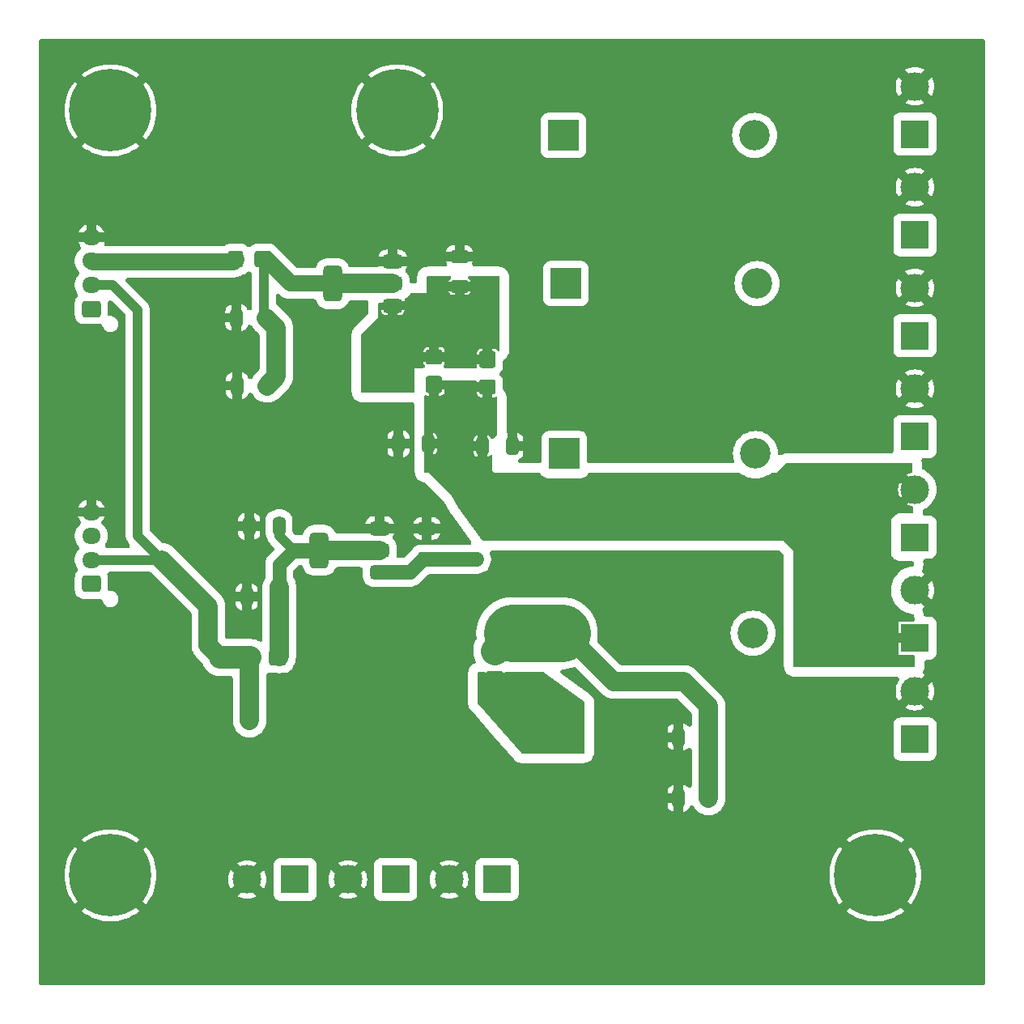
<source format=gbr>
%TF.GenerationSoftware,KiCad,Pcbnew,8.0.3*%
%TF.CreationDate,2024-11-19T22:25:58+01:00*%
%TF.ProjectId,weerstation-power,77656572-7374-4617-9469-6f6e2d706f77,rev?*%
%TF.SameCoordinates,Original*%
%TF.FileFunction,Copper,L2,Bot*%
%TF.FilePolarity,Positive*%
%FSLAX46Y46*%
G04 Gerber Fmt 4.6, Leading zero omitted, Abs format (unit mm)*
G04 Created by KiCad (PCBNEW 8.0.3) date 2024-11-19 22:25:58*
%MOMM*%
%LPD*%
G01*
G04 APERTURE LIST*
G04 Aperture macros list*
%AMRoundRect*
0 Rectangle with rounded corners*
0 $1 Rounding radius*
0 $2 $3 $4 $5 $6 $7 $8 $9 X,Y pos of 4 corners*
0 Add a 4 corners polygon primitive as box body*
4,1,4,$2,$3,$4,$5,$6,$7,$8,$9,$2,$3,0*
0 Add four circle primitives for the rounded corners*
1,1,$1+$1,$2,$3*
1,1,$1+$1,$4,$5*
1,1,$1+$1,$6,$7*
1,1,$1+$1,$8,$9*
0 Add four rect primitives between the rounded corners*
20,1,$1+$1,$2,$3,$4,$5,0*
20,1,$1+$1,$4,$5,$6,$7,0*
20,1,$1+$1,$6,$7,$8,$9,0*
20,1,$1+$1,$8,$9,$2,$3,0*%
G04 Aperture macros list end*
%TA.AperFunction,ComponentPad*%
%ADD10C,8.600000*%
%TD*%
%TA.AperFunction,ComponentPad*%
%ADD11R,3.000000X3.000000*%
%TD*%
%TA.AperFunction,ComponentPad*%
%ADD12C,3.000000*%
%TD*%
%TA.AperFunction,ComponentPad*%
%ADD13RoundRect,0.250000X0.725000X-0.600000X0.725000X0.600000X-0.725000X0.600000X-0.725000X-0.600000X0*%
%TD*%
%TA.AperFunction,ComponentPad*%
%ADD14O,1.950000X1.700000*%
%TD*%
%TA.AperFunction,ComponentPad*%
%ADD15R,3.200000X3.200000*%
%TD*%
%TA.AperFunction,ComponentPad*%
%ADD16O,3.200000X3.200000*%
%TD*%
%TA.AperFunction,ComponentPad*%
%ADD17RoundRect,0.307018X-0.567982X0.592982X-0.567982X-0.592982X0.567982X-0.592982X0.567982X0.592982X0*%
%TD*%
%TA.AperFunction,ComponentPad*%
%ADD18RoundRect,0.280702X-0.594298X0.519298X-0.594298X-0.519298X0.594298X-0.519298X0.594298X0.519298X0*%
%TD*%
%TA.AperFunction,SMDPad,CuDef*%
%ADD19RoundRect,0.250000X-0.412500X-0.650000X0.412500X-0.650000X0.412500X0.650000X-0.412500X0.650000X0*%
%TD*%
%TA.AperFunction,SMDPad,CuDef*%
%ADD20RoundRect,0.250000X0.412500X0.650000X-0.412500X0.650000X-0.412500X-0.650000X0.412500X-0.650000X0*%
%TD*%
%TA.AperFunction,SMDPad,CuDef*%
%ADD21RoundRect,0.375000X0.625000X0.375000X-0.625000X0.375000X-0.625000X-0.375000X0.625000X-0.375000X0*%
%TD*%
%TA.AperFunction,SMDPad,CuDef*%
%ADD22RoundRect,0.500000X0.500000X1.400000X-0.500000X1.400000X-0.500000X-1.400000X0.500000X-1.400000X0*%
%TD*%
%TA.AperFunction,ComponentPad*%
%ADD23RoundRect,0.307018X0.592982X0.567982X-0.592982X0.567982X-0.592982X-0.567982X0.592982X-0.567982X0*%
%TD*%
%TA.AperFunction,ComponentPad*%
%ADD24RoundRect,0.280702X0.519298X0.594298X-0.519298X0.594298X-0.519298X-0.594298X0.519298X-0.594298X0*%
%TD*%
%TA.AperFunction,SMDPad,CuDef*%
%ADD25RoundRect,0.250000X0.650000X-0.412500X0.650000X0.412500X-0.650000X0.412500X-0.650000X-0.412500X0*%
%TD*%
%TA.AperFunction,ComponentPad*%
%ADD26RoundRect,0.307018X0.567982X-0.592982X0.567982X0.592982X-0.567982X0.592982X-0.567982X-0.592982X0*%
%TD*%
%TA.AperFunction,ComponentPad*%
%ADD27RoundRect,0.280702X0.594298X-0.519298X0.594298X0.519298X-0.594298X0.519298X-0.594298X-0.519298X0*%
%TD*%
%TA.AperFunction,ViaPad*%
%ADD28C,0.800000*%
%TD*%
%TA.AperFunction,ViaPad*%
%ADD29C,1.500000*%
%TD*%
%TA.AperFunction,ViaPad*%
%ADD30C,1.400000*%
%TD*%
%TA.AperFunction,ViaPad*%
%ADD31C,2.000000*%
%TD*%
%TA.AperFunction,ViaPad*%
%ADD32C,1.000000*%
%TD*%
%TA.AperFunction,ViaPad*%
%ADD33C,1.600000*%
%TD*%
%TA.AperFunction,ViaPad*%
%ADD34C,3.000000*%
%TD*%
%TA.AperFunction,Conductor*%
%ADD35C,0.250000*%
%TD*%
%TA.AperFunction,Conductor*%
%ADD36C,1.500000*%
%TD*%
%TA.AperFunction,Conductor*%
%ADD37C,1.800000*%
%TD*%
%TA.AperFunction,Conductor*%
%ADD38C,1.000000*%
%TD*%
%TA.AperFunction,Conductor*%
%ADD39C,2.000000*%
%TD*%
%TA.AperFunction,Conductor*%
%ADD40C,2.400000*%
%TD*%
%TA.AperFunction,Conductor*%
%ADD41C,1.700000*%
%TD*%
%TA.AperFunction,Conductor*%
%ADD42C,0.500000*%
%TD*%
%TA.AperFunction,Conductor*%
%ADD43C,1.400000*%
%TD*%
%TA.AperFunction,Conductor*%
%ADD44C,1.600000*%
%TD*%
%TA.AperFunction,Conductor*%
%ADD45C,6.000000*%
%TD*%
%TA.AperFunction,Conductor*%
%ADD46C,3.000000*%
%TD*%
G04 APERTURE END LIST*
D10*
%TO.P,H1,1,1*%
%TO.N,GND*%
X20000000Y-20000000D03*
%TD*%
D11*
%TO.P,J12,1,Pin_1*%
%TO.N,+5VL*%
X39303500Y-100432500D03*
D12*
%TO.P,J12,2,Pin_2*%
%TO.N,GND*%
X34303500Y-100432500D03*
%TD*%
D13*
%TO.P,J1,1,Pin_1*%
%TO.N,+12L*%
X18000000Y-40750000D03*
D14*
%TO.P,J1,2,Pin_2*%
%TO.N,+5V*%
X18000000Y-38250000D03*
%TO.P,J1,3,Pin_3*%
%TO.N,+3.3V*%
X18000000Y-35750000D03*
%TO.P,J1,4,Pin_4*%
%TO.N,GND*%
X18000000Y-33250000D03*
%TD*%
D15*
%TO.P,D2,1,K*%
%TO.N,VDD*%
X67630000Y-38100000D03*
D16*
%TO.P,D2,2,A*%
%TO.N,+BATT*%
X87630000Y-38100000D03*
%TD*%
D11*
%TO.P,J10,1,Pin_1*%
%TO.N,+5V*%
X60432500Y-100432500D03*
D12*
%TO.P,J10,2,Pin_2*%
%TO.N,GND*%
X55432500Y-100432500D03*
%TD*%
D11*
%TO.P,J5,1,Pin_1*%
%TO.N,VDC*%
X104140000Y-43561000D03*
D12*
%TO.P,J5,2,Pin_2*%
%TO.N,GND*%
X104140000Y-38561000D03*
%TD*%
D10*
%TO.P,H3,1,1*%
%TO.N,GND*%
X100000000Y-100000000D03*
%TD*%
D13*
%TO.P,J2,1,Pin_1*%
%TO.N,+12L*%
X18000000Y-69500000D03*
D14*
%TO.P,J2,2,Pin_2*%
%TO.N,+5V*%
X18000000Y-67000000D03*
%TO.P,J2,3,Pin_3*%
%TO.N,+3.3V*%
X18000000Y-64500000D03*
%TO.P,J2,4,Pin_4*%
%TO.N,GND*%
X18000000Y-62000000D03*
%TD*%
D11*
%TO.P,J7,1,Pin_1*%
%TO.N,VDD*%
X104140000Y-64643000D03*
D12*
%TO.P,J7,2,Pin_2*%
%TO.N,VBUS*%
X104140000Y-59643000D03*
%TD*%
D10*
%TO.P,H2,1,1*%
%TO.N,GND*%
X50000000Y-20000000D03*
%TD*%
D11*
%TO.P,J9,1,Pin_1*%
%TO.N,+5VP*%
X104140000Y-85744500D03*
D12*
%TO.P,J9,2,Pin_2*%
%TO.N,GND*%
X104140000Y-80744500D03*
%TD*%
D11*
%TO.P,J6,1,Pin_1*%
%TO.N,VDD*%
X104140000Y-54102000D03*
D12*
%TO.P,J6,2,Pin_2*%
%TO.N,GND*%
X104140000Y-49102000D03*
%TD*%
D15*
%TO.P,D4,1,K*%
%TO.N,Net-(D4-K)*%
X67216000Y-74676000D03*
D16*
%TO.P,D4,2,A*%
%TO.N,+5VP*%
X87216000Y-74676000D03*
%TD*%
D10*
%TO.P,H4,1,1*%
%TO.N,GND*%
X20000000Y-100000000D03*
%TD*%
D11*
%TO.P,J8,1,Pin_1*%
%TO.N,VBUS*%
X104140000Y-75184000D03*
D12*
%TO.P,J8,2,Pin_2*%
%TO.N,GND*%
X104140000Y-70184000D03*
%TD*%
D11*
%TO.P,J11,1,Pin_1*%
%TO.N,+3.3V*%
X49844500Y-100432500D03*
D12*
%TO.P,J11,2,Pin_2*%
%TO.N,GND*%
X44844500Y-100432500D03*
%TD*%
D15*
%TO.P,D1,1,K*%
%TO.N,+BATT*%
X67376000Y-22606000D03*
D16*
%TO.P,D1,2,A*%
%TO.N,+VDC*%
X87376000Y-22606000D03*
%TD*%
D11*
%TO.P,J4,1,Pin_1*%
%TO.N,+BATT*%
X104140000Y-33020000D03*
D12*
%TO.P,J4,2,Pin_2*%
%TO.N,GND*%
X104140000Y-28020000D03*
%TD*%
D11*
%TO.P,J3,1,Pin_1*%
%TO.N,+VDC*%
X104140000Y-22479000D03*
D12*
%TO.P,J3,2,Pin_2*%
%TO.N,GND*%
X104140000Y-17479000D03*
%TD*%
D15*
%TO.P,D3,1,K*%
%TO.N,VDD*%
X67470000Y-55880000D03*
D16*
%TO.P,D3,2,A*%
%TO.N,VDC*%
X87470000Y-55880000D03*
%TD*%
D17*
%TO.P,F3,1*%
%TO.N,Net-(D4-K)*%
X60198000Y-76527000D03*
D18*
%TO.P,F3,2*%
%TO.N,+5VL*%
X60198000Y-79429000D03*
%TD*%
D19*
%TO.P,C7,1*%
%TO.N,VBUS*%
X58889500Y-55118000D03*
%TO.P,C7,2*%
%TO.N,GND*%
X62014500Y-55118000D03*
%TD*%
D20*
%TO.P,C2,1*%
%TO.N,Net-(U1-VO)*%
X36316500Y-41682000D03*
%TO.P,C2,2*%
%TO.N,GND*%
X33191500Y-41682000D03*
%TD*%
%TO.P,C5,1*%
%TO.N,Net-(U2-VO)*%
X37376500Y-70866000D03*
%TO.P,C5,2*%
%TO.N,GND*%
X34251500Y-70866000D03*
%TD*%
D21*
%TO.P,U1,1,GND*%
%TO.N,GND*%
X49530000Y-35814000D03*
%TO.P,U1,2,VO*%
%TO.N,Net-(U1-VO)*%
X49530000Y-38114000D03*
D22*
X43230000Y-38114000D03*
D21*
%TO.P,U1,3,VI*%
%TO.N,+12L*%
X49530000Y-40414000D03*
%TD*%
D20*
%TO.P,C8,1*%
%TO.N,VBUS*%
X53251500Y-54864000D03*
%TO.P,C8,2*%
%TO.N,GND*%
X50126500Y-54864000D03*
%TD*%
D17*
%TO.P,F1,1*%
%TO.N,+12L*%
X59436000Y-46047000D03*
D18*
%TO.P,F1,2*%
%TO.N,VBUS*%
X59436000Y-48949000D03*
%TD*%
D23*
%TO.P,F5,1*%
%TO.N,Net-(U2-VO)*%
X37519000Y-77216000D03*
D24*
%TO.P,F5,2*%
%TO.N,+5V*%
X34617000Y-77216000D03*
%TD*%
D25*
%TO.P,C4,1*%
%TO.N,+12L*%
X53086000Y-66840500D03*
%TO.P,C4,2*%
%TO.N,GND*%
X53086000Y-63715500D03*
%TD*%
D21*
%TO.P,U2,1,GND*%
%TO.N,GND*%
X48150000Y-63700000D03*
%TO.P,U2,2,VO*%
%TO.N,Net-(U2-VO)*%
X48150000Y-66000000D03*
D22*
X41850000Y-66000000D03*
D21*
%TO.P,U2,3,VI*%
%TO.N,+12L*%
X48150000Y-68300000D03*
%TD*%
D20*
%TO.P,C6,1*%
%TO.N,Net-(U2-VO)*%
X37630500Y-63500000D03*
%TO.P,C6,2*%
%TO.N,GND*%
X34505500Y-63500000D03*
%TD*%
%TO.P,C3,1*%
%TO.N,Net-(U1-VO)*%
X36380000Y-48794000D03*
%TO.P,C3,2*%
%TO.N,GND*%
X33255000Y-48794000D03*
%TD*%
%TO.P,C10,1*%
%TO.N,Net-(D4-K)*%
X82550000Y-91948000D03*
%TO.P,C10,2*%
%TO.N,GND*%
X79425000Y-91948000D03*
%TD*%
D25*
%TO.P,C1,1*%
%TO.N,+12L*%
X56515000Y-38392500D03*
%TO.P,C1,2*%
%TO.N,GND*%
X56515000Y-35267500D03*
%TD*%
D23*
%TO.P,F4,1*%
%TO.N,Net-(U1-VO)*%
X35995000Y-35560000D03*
D24*
%TO.P,F4,2*%
%TO.N,+3.3V*%
X33093000Y-35560000D03*
%TD*%
D20*
%TO.P,C9,1*%
%TO.N,Net-(D4-K)*%
X82550000Y-85550000D03*
%TO.P,C9,2*%
%TO.N,GND*%
X79425000Y-85550000D03*
%TD*%
D26*
%TO.P,F2,1*%
%TO.N,VBUS*%
X53848000Y-48695000D03*
D27*
%TO.P,F2,2*%
%TO.N,+12L*%
X53848000Y-45793000D03*
%TD*%
D28*
%TO.N,GND*%
X80975200Y-14782800D03*
X14986000Y-28295600D03*
X17881600Y-46786800D03*
X55930800Y-92506800D03*
X110591600Y-49377600D03*
X97028000Y-54914800D03*
X77165200Y-47396400D03*
X35052000Y-19100800D03*
X25501600Y-79400400D03*
X84226400Y-46990000D03*
X20320000Y-53086000D03*
X27178000Y-57658000D03*
X45720000Y-73152000D03*
X56642000Y-30988000D03*
X20320000Y-54356000D03*
X49022000Y-59690000D03*
X40132000Y-30988000D03*
X20320000Y-55880000D03*
X27178000Y-53086000D03*
X41656000Y-73152000D03*
X25146000Y-53086000D03*
X18288000Y-57658000D03*
X18288000Y-54356000D03*
X25146000Y-57658000D03*
X18288000Y-53086000D03*
X25146000Y-54610000D03*
X18288000Y-55880000D03*
X27178000Y-56134000D03*
X47498000Y-73152000D03*
X25146000Y-56134000D03*
X47498000Y-59690000D03*
X43688000Y-73152000D03*
D29*
X62992000Y-51562000D03*
D28*
X43688000Y-59690000D03*
X49022000Y-73152000D03*
X45466000Y-30988000D03*
X20320000Y-57658000D03*
X45720000Y-59690000D03*
X27178000Y-29718000D03*
X40132000Y-41910000D03*
D29*
X62992000Y-67564000D03*
D28*
X27178000Y-54610000D03*
X41656000Y-59690000D03*
D30*
%TO.N,+12L*%
X56388000Y-66954400D03*
X58318400Y-66954400D03*
X46990000Y-48768000D03*
D31*
X48895000Y-46990000D03*
D30*
X51054000Y-44704000D03*
X46990000Y-44704000D03*
X51054000Y-48768000D03*
D28*
%TO.N,+5V*%
X34544000Y-80264000D03*
X31496000Y-77216000D03*
D32*
X34544000Y-83566000D03*
X30226000Y-74422000D03*
D33*
X34544000Y-81788000D03*
D29*
%TO.N,+5VL*%
X64389000Y-84455000D03*
X67183000Y-81915000D03*
D34*
X67310000Y-85217000D03*
D29*
X64389000Y-81788000D03*
%TD*%
D35*
%TO.N,+12L*%
X59182000Y-45756500D02*
X59436000Y-46010500D01*
D36*
X51346300Y-68300000D02*
X48150000Y-68300000D01*
X58318400Y-66954400D02*
X52691900Y-66954400D01*
D35*
X52691900Y-66726600D02*
X52870500Y-66548000D01*
D36*
X52691900Y-66954400D02*
X51346300Y-68300000D01*
D35*
X52691900Y-66954400D02*
X52691900Y-66726600D01*
D37*
%TO.N,+3.3V*%
X32802500Y-35814000D02*
X33056500Y-35560000D01*
X18064000Y-35814000D02*
X32802500Y-35814000D01*
X18000000Y-35750000D02*
X18064000Y-35814000D01*
D38*
X17730000Y-64770000D02*
X18000000Y-64500000D01*
%TO.N,+5V*%
X22860000Y-40894000D02*
X20216000Y-38250000D01*
D39*
X30226000Y-75946000D02*
X30226000Y-74422000D01*
D36*
X34544000Y-81534000D02*
X34544000Y-81788000D01*
D38*
X22860000Y-64460000D02*
X22860000Y-40894000D01*
X20216000Y-38250000D02*
X18000000Y-38250000D01*
D40*
X31496000Y-77216000D02*
X34580500Y-77216000D01*
D39*
X31496000Y-77216000D02*
X30226000Y-75946000D01*
D38*
X25400000Y-67000000D02*
X22860000Y-64460000D01*
X34580500Y-77216000D02*
X34544000Y-77252500D01*
D39*
X34544000Y-83820000D02*
X34544000Y-80264000D01*
X25400000Y-67000000D02*
X30226000Y-71826000D01*
D38*
X18000000Y-67000000D02*
X19426700Y-67000000D01*
D39*
X30226000Y-74676000D02*
X30226000Y-74676000D01*
X34544000Y-80264000D02*
X34544000Y-77252500D01*
X30226000Y-71826000D02*
X30226000Y-74422000D01*
D38*
X61214000Y-99651000D02*
X60432500Y-100432500D01*
X21307200Y-67000000D02*
X19426700Y-67000000D01*
X25400000Y-67000000D02*
X21307200Y-67000000D01*
D35*
%TO.N,VBUS*%
X53200900Y-49451600D02*
X53340000Y-49312500D01*
D41*
%TO.N,Net-(U1-VO)*%
X36031500Y-35560000D02*
X36285500Y-35560000D01*
D39*
X37338000Y-44164000D02*
X37338000Y-47836000D01*
D41*
X38839500Y-38114000D02*
X43230000Y-38114000D01*
X36285500Y-35560000D02*
X38839500Y-38114000D01*
D38*
X36031500Y-41397000D02*
X36031500Y-35560000D01*
D39*
X37338000Y-44164000D02*
X37338000Y-42703500D01*
X43230000Y-38114000D02*
X49530000Y-38114000D01*
X37338000Y-42703500D02*
X36316500Y-41682000D01*
D42*
X36316500Y-41682000D02*
X36031500Y-41397000D01*
D39*
X37338000Y-47836000D02*
X36380000Y-48794000D01*
D43*
%TO.N,Net-(U2-VO)*%
X37672500Y-67483500D02*
X37672500Y-69810000D01*
D38*
X37672500Y-77099000D02*
X37555500Y-77216000D01*
X37672500Y-64516500D02*
X37672500Y-62952000D01*
D44*
X41850000Y-66000000D02*
X39156000Y-66000000D01*
D38*
X39156000Y-66000000D02*
X37672500Y-64516500D01*
D43*
X39156000Y-66000000D02*
X37672500Y-67483500D01*
D39*
X41850000Y-66000000D02*
X48150000Y-66000000D01*
X37672500Y-69810000D02*
X37672500Y-77099000D01*
D42*
X37592000Y-63032500D02*
X37672500Y-62952000D01*
D45*
%TO.N,Net-(D4-K)*%
X67216000Y-74676000D02*
X62012500Y-74676000D01*
D39*
X82550000Y-82296000D02*
X80010000Y-79756000D01*
D35*
X67564000Y-74676000D02*
X67216000Y-74676000D01*
D39*
X82550000Y-91948000D02*
X82550000Y-85550000D01*
X82550000Y-85550000D02*
X82550000Y-82296000D01*
X72644000Y-79756000D02*
X67564000Y-74676000D01*
X80010000Y-79756000D02*
X72644000Y-79756000D01*
D46*
X62012500Y-74676000D02*
X60198000Y-76490500D01*
%TD*%
%TA.AperFunction,Conductor*%
%TO.N,VBUS*%
G36*
X58254066Y-48279685D02*
G01*
X58299821Y-48332489D01*
X58309508Y-48384451D01*
X58311000Y-48384451D01*
X58311000Y-48449000D01*
X59812000Y-48449000D01*
X59879039Y-48468685D01*
X59924794Y-48521489D01*
X59936000Y-48573000D01*
X59936000Y-49083174D01*
X59901925Y-48956007D01*
X59836099Y-48841993D01*
X59743007Y-48748901D01*
X59628993Y-48683075D01*
X59501826Y-48649000D01*
X59370174Y-48649000D01*
X59243007Y-48683075D01*
X59128993Y-48748901D01*
X59035901Y-48841993D01*
X58970075Y-48956007D01*
X58936000Y-49083174D01*
X58936000Y-49214826D01*
X58970075Y-49341993D01*
X59035901Y-49456007D01*
X59128993Y-49549099D01*
X59243007Y-49614925D01*
X59370174Y-49649000D01*
X59501826Y-49649000D01*
X59628993Y-49614925D01*
X59743007Y-49549099D01*
X59836099Y-49456007D01*
X59901925Y-49341993D01*
X59936000Y-49214826D01*
X59936000Y-49998999D01*
X60071837Y-49998999D01*
X60157130Y-49988757D01*
X60157134Y-49988756D01*
X60282510Y-49939315D01*
X60352097Y-49933033D01*
X60414033Y-49965370D01*
X60448654Y-50026058D01*
X60452000Y-50054669D01*
X60452000Y-53796638D01*
X60432315Y-53863677D01*
X60415681Y-53884319D01*
X59971091Y-54328908D01*
X59909768Y-54362393D01*
X59840076Y-54357409D01*
X59784143Y-54315537D01*
X59767228Y-54284560D01*
X59745354Y-54225913D01*
X59745350Y-54225906D01*
X59659190Y-54110812D01*
X59659187Y-54110809D01*
X59544093Y-54024649D01*
X59544086Y-54024645D01*
X59409380Y-53974403D01*
X59409374Y-53974401D01*
X59389500Y-53972264D01*
X59389500Y-56263732D01*
X59409375Y-56261598D01*
X59544086Y-56211354D01*
X59544093Y-56211350D01*
X59659186Y-56125190D01*
X59720733Y-56042976D01*
X59776667Y-56001105D01*
X59846359Y-55996121D01*
X59907682Y-56029606D01*
X59941166Y-56090930D01*
X59944000Y-56117287D01*
X59944000Y-57658000D01*
X60198000Y-57912000D01*
X64891758Y-57912000D01*
X64958797Y-57931685D01*
X65001666Y-57978588D01*
X65030299Y-58033404D01*
X65158890Y-58191109D01*
X65252803Y-58267684D01*
X65316593Y-58319698D01*
X65496951Y-58413909D01*
X65692582Y-58469886D01*
X65811963Y-58480500D01*
X69128036Y-58480499D01*
X69247418Y-58469886D01*
X69443049Y-58413909D01*
X69623407Y-58319698D01*
X69781109Y-58191109D01*
X69909698Y-58033407D01*
X69909700Y-58033404D01*
X69938334Y-57978588D01*
X69986820Y-57928281D01*
X70048242Y-57912000D01*
X85804197Y-57912000D01*
X85871236Y-57931685D01*
X85880670Y-57938389D01*
X85990039Y-58024075D01*
X85990044Y-58024078D01*
X85990048Y-58024081D01*
X86259279Y-58186837D01*
X86546165Y-58315954D01*
X86546175Y-58315957D01*
X86546183Y-58315960D01*
X86746403Y-58378350D01*
X86846522Y-58409549D01*
X87155971Y-58466258D01*
X87470000Y-58485253D01*
X87784029Y-58466258D01*
X88093478Y-58409549D01*
X88393835Y-58315954D01*
X88680721Y-58186837D01*
X88949952Y-58024081D01*
X89059330Y-57938389D01*
X89124242Y-57912540D01*
X89135803Y-57912000D01*
X89662000Y-57912000D01*
X90641681Y-56932319D01*
X90703004Y-56898834D01*
X90729362Y-56896000D01*
X103763468Y-56896000D01*
X103830507Y-56915685D01*
X103876262Y-56968489D01*
X103887459Y-57018524D01*
X103896781Y-57801704D01*
X103877896Y-57868973D01*
X103825640Y-57915353D01*
X103791274Y-57925795D01*
X103749490Y-57932093D01*
X103749487Y-57932094D01*
X103498856Y-58009404D01*
X103306260Y-58102153D01*
X103907516Y-58703409D01*
X103911452Y-59034112D01*
X103832110Y-59066978D01*
X103725649Y-59138112D01*
X103635112Y-59228649D01*
X103563978Y-59335110D01*
X103514979Y-59453402D01*
X103490000Y-59578981D01*
X103490000Y-59707019D01*
X103514979Y-59832598D01*
X103563978Y-59950890D01*
X103635112Y-60057351D01*
X103725649Y-60147888D01*
X103832110Y-60219022D01*
X103926022Y-60257922D01*
X103929624Y-60560480D01*
X103306261Y-61183844D01*
X103498855Y-61276594D01*
X103498858Y-61276595D01*
X103749494Y-61353907D01*
X103749503Y-61353909D01*
X103835154Y-61366818D01*
X103898511Y-61396273D01*
X103935886Y-61455306D01*
X103940666Y-61487957D01*
X103946964Y-62017024D01*
X103928079Y-62084293D01*
X103875823Y-62130673D01*
X103822973Y-62142500D01*
X102581971Y-62142500D01*
X102581965Y-62142500D01*
X102581964Y-62142501D01*
X102570316Y-62143536D01*
X102462584Y-62153113D01*
X102266954Y-62209089D01*
X102176772Y-62256196D01*
X102086593Y-62303302D01*
X102086591Y-62303303D01*
X102086590Y-62303304D01*
X101928890Y-62431890D01*
X101800304Y-62589590D01*
X101706089Y-62769954D01*
X101650114Y-62965583D01*
X101650113Y-62965586D01*
X101639500Y-63084966D01*
X101639500Y-66201028D01*
X101639501Y-66201034D01*
X101650113Y-66320415D01*
X101706089Y-66516045D01*
X101706090Y-66516048D01*
X101706091Y-66516049D01*
X101800302Y-66696407D01*
X101800304Y-66696409D01*
X101928890Y-66854109D01*
X102022803Y-66930684D01*
X102086593Y-66982698D01*
X102266951Y-67076909D01*
X102462582Y-67132886D01*
X102581963Y-67143500D01*
X103885462Y-67143499D01*
X103952500Y-67163184D01*
X103998255Y-67215987D01*
X104009452Y-67266023D01*
X104013058Y-67568864D01*
X103994173Y-67636133D01*
X103941918Y-67682513D01*
X103904608Y-67693362D01*
X103670536Y-67722932D01*
X103670523Y-67722934D01*
X103365774Y-67801180D01*
X103365771Y-67801181D01*
X103073242Y-67917001D01*
X103073241Y-67917002D01*
X102797516Y-68068584D01*
X102797504Y-68068591D01*
X102542978Y-68253515D01*
X102542968Y-68253523D01*
X102313608Y-68468907D01*
X102313606Y-68468909D01*
X102113054Y-68711334D01*
X102113051Y-68711338D01*
X101944464Y-68976990D01*
X101944461Y-68976996D01*
X101810499Y-69261678D01*
X101810497Y-69261683D01*
X101713270Y-69560916D01*
X101654311Y-69869988D01*
X101654310Y-69869995D01*
X101634556Y-70183994D01*
X101634556Y-70184005D01*
X101654310Y-70498004D01*
X101654311Y-70498011D01*
X101654312Y-70498015D01*
X101710146Y-70790710D01*
X101713270Y-70807083D01*
X101810497Y-71106316D01*
X101810499Y-71106321D01*
X101944461Y-71391003D01*
X101944464Y-71391009D01*
X102113051Y-71656661D01*
X102113054Y-71656665D01*
X102313606Y-71899090D01*
X102313608Y-71899092D01*
X102313610Y-71899094D01*
X102406356Y-71986188D01*
X102542968Y-72114476D01*
X102542978Y-72114484D01*
X102797504Y-72299408D01*
X102797509Y-72299410D01*
X102797516Y-72299416D01*
X103073234Y-72450994D01*
X103073239Y-72450996D01*
X103073241Y-72450997D01*
X103073242Y-72450998D01*
X103365771Y-72566818D01*
X103365774Y-72566819D01*
X103670523Y-72645065D01*
X103670527Y-72645066D01*
X103966931Y-72682510D01*
X104030975Y-72710441D01*
X104069751Y-72768563D01*
X104075381Y-72804056D01*
X104081387Y-73308524D01*
X104062502Y-73375793D01*
X104010247Y-73422173D01*
X103957396Y-73434000D01*
X102615373Y-73434000D01*
X102542459Y-73448503D01*
X102542455Y-73448505D01*
X102459760Y-73503760D01*
X102404505Y-73586455D01*
X102404503Y-73586459D01*
X102390000Y-73659371D01*
X102390000Y-74684000D01*
X103720761Y-74684000D01*
X103635112Y-74769649D01*
X103563978Y-74876110D01*
X103514979Y-74994402D01*
X103490000Y-75119981D01*
X103490000Y-75248019D01*
X103514979Y-75373598D01*
X103563978Y-75491890D01*
X103635112Y-75598351D01*
X103720761Y-75684000D01*
X102390000Y-75684000D01*
X102390000Y-76708628D01*
X102404503Y-76781540D01*
X102404505Y-76781544D01*
X102459760Y-76864239D01*
X102542455Y-76919494D01*
X102542459Y-76919496D01*
X102615371Y-76933999D01*
X102615374Y-76934000D01*
X104002016Y-76934000D01*
X104069055Y-76953685D01*
X104114810Y-77006489D01*
X104126006Y-77056520D01*
X104135530Y-77856524D01*
X104138506Y-78106524D01*
X104119621Y-78173793D01*
X104067365Y-78220173D01*
X104014515Y-78232000D01*
X91564000Y-78232000D01*
X91496961Y-78212315D01*
X91451206Y-78159511D01*
X91440000Y-78108000D01*
X91440000Y-66040000D01*
X90424000Y-65024000D01*
X58991498Y-65024000D01*
X58924459Y-65004315D01*
X58890885Y-64972478D01*
X57060725Y-62431890D01*
X56391412Y-61502763D01*
X56385048Y-61492991D01*
X55626000Y-60198000D01*
X55625998Y-60197998D01*
X55625994Y-60197993D01*
X55070996Y-59642995D01*
X102385093Y-59642995D01*
X102385093Y-59643004D01*
X102404692Y-59904545D01*
X102404693Y-59904550D01*
X102463058Y-60160270D01*
X102558880Y-60404419D01*
X102558882Y-60404423D01*
X102600091Y-60475800D01*
X103432893Y-59643000D01*
X102600091Y-58810198D01*
X102558883Y-58881573D01*
X102463058Y-59125729D01*
X102404693Y-59381449D01*
X102404692Y-59381454D01*
X102385093Y-59642995D01*
X55070996Y-59642995D01*
X53340000Y-57912000D01*
X52956000Y-57912000D01*
X52888961Y-57892315D01*
X52843206Y-57839511D01*
X52832000Y-57788000D01*
X52832000Y-56057000D01*
X52832000Y-56009732D01*
X53751500Y-56009732D01*
X53771375Y-56007598D01*
X53906086Y-55957354D01*
X53906093Y-55957350D01*
X54021187Y-55871190D01*
X54021190Y-55871187D01*
X54062620Y-55815844D01*
X57977000Y-55815844D01*
X57983401Y-55875372D01*
X57983403Y-55875379D01*
X58033645Y-56010086D01*
X58033649Y-56010093D01*
X58119809Y-56125187D01*
X58119812Y-56125190D01*
X58234906Y-56211350D01*
X58234913Y-56211354D01*
X58369624Y-56261598D01*
X58389500Y-56263733D01*
X58389500Y-55618000D01*
X57977000Y-55618000D01*
X57977000Y-55815844D01*
X54062620Y-55815844D01*
X54107350Y-55756093D01*
X54107354Y-55756086D01*
X54157596Y-55621379D01*
X54157598Y-55621372D01*
X54163999Y-55561844D01*
X54164000Y-55561827D01*
X54164000Y-55364000D01*
X53751500Y-55364000D01*
X53751500Y-56009732D01*
X52832000Y-56009732D01*
X52832000Y-54420155D01*
X57977000Y-54420155D01*
X57977000Y-54618000D01*
X58389500Y-54618000D01*
X58389500Y-53972265D01*
X58389499Y-53972264D01*
X58369625Y-53974401D01*
X58369619Y-53974403D01*
X58234913Y-54024645D01*
X58234906Y-54024649D01*
X58119812Y-54110809D01*
X58119809Y-54110812D01*
X58033649Y-54225906D01*
X58033645Y-54225913D01*
X57983403Y-54360620D01*
X57983401Y-54360627D01*
X57977000Y-54420155D01*
X52832000Y-54420155D01*
X52832000Y-54364000D01*
X53751500Y-54364000D01*
X54164000Y-54364000D01*
X54164000Y-54166172D01*
X54163999Y-54166155D01*
X54157598Y-54106627D01*
X54157596Y-54106620D01*
X54107354Y-53971913D01*
X54107350Y-53971906D01*
X54021190Y-53856812D01*
X54021187Y-53856809D01*
X53906093Y-53770649D01*
X53906086Y-53770645D01*
X53771380Y-53720403D01*
X53771374Y-53720401D01*
X53751500Y-53718264D01*
X53751500Y-54364000D01*
X52832000Y-54364000D01*
X52832000Y-49892263D01*
X52851685Y-49825224D01*
X52904489Y-49779469D01*
X52973647Y-49769525D01*
X53001490Y-49776909D01*
X53146890Y-49834248D01*
X53146898Y-49834250D01*
X53236410Y-49845000D01*
X53348000Y-49845000D01*
X54348000Y-49845000D01*
X54459590Y-49845000D01*
X54549101Y-49834250D01*
X54549102Y-49834250D01*
X54691551Y-49778075D01*
X54813556Y-49685556D01*
X54906075Y-49563551D01*
X54927258Y-49509836D01*
X58311001Y-49509836D01*
X58321241Y-49595129D01*
X58374762Y-49730848D01*
X58462910Y-49847089D01*
X58579151Y-49935237D01*
X58714870Y-49988758D01*
X58800163Y-49998999D01*
X58935999Y-49998999D01*
X58936000Y-49998998D01*
X58936000Y-49449000D01*
X58311001Y-49449000D01*
X58311001Y-49509836D01*
X54927258Y-49509836D01*
X54962250Y-49421102D01*
X54962250Y-49421101D01*
X54973000Y-49331590D01*
X54973000Y-49195000D01*
X54348000Y-49195000D01*
X54348000Y-49845000D01*
X53348000Y-49845000D01*
X53348000Y-48960826D01*
X53382075Y-49087993D01*
X53447901Y-49202007D01*
X53540993Y-49295099D01*
X53655007Y-49360925D01*
X53782174Y-49395000D01*
X53913826Y-49395000D01*
X54040993Y-49360925D01*
X54155007Y-49295099D01*
X54248099Y-49202007D01*
X54313925Y-49087993D01*
X54348000Y-48960826D01*
X54348000Y-48829174D01*
X54313925Y-48702007D01*
X54248099Y-48587993D01*
X54155007Y-48494901D01*
X54040993Y-48429075D01*
X53913826Y-48395000D01*
X53782174Y-48395000D01*
X53655007Y-48429075D01*
X53540993Y-48494901D01*
X53447901Y-48587993D01*
X53382075Y-48702007D01*
X53348000Y-48829174D01*
X53348000Y-48319000D01*
X53365324Y-48260000D01*
X55016000Y-48260000D01*
X58187027Y-48260000D01*
X58254066Y-48279685D01*
G37*
%TD.AperFunction*%
%TD*%
%TA.AperFunction,Conductor*%
%TO.N,+5VL*%
G36*
X59131568Y-78752279D02*
G01*
X59239592Y-78804301D01*
X59410202Y-78864000D01*
X59504670Y-78897056D01*
X59504682Y-78897060D01*
X59778491Y-78959555D01*
X59778497Y-78959555D01*
X59778505Y-78959557D01*
X59964547Y-78980518D01*
X60057569Y-78990999D01*
X60057572Y-78991000D01*
X60057575Y-78991000D01*
X60338428Y-78991000D01*
X60338429Y-78990999D01*
X60481055Y-78974929D01*
X60617494Y-78959557D01*
X60617499Y-78959556D01*
X60617509Y-78959555D01*
X60891318Y-78897060D01*
X61156408Y-78804301D01*
X61264431Y-78752279D01*
X61318232Y-78740000D01*
X65237319Y-78740000D01*
X65304358Y-78759685D01*
X65310769Y-78764095D01*
X65576593Y-78959554D01*
X69545456Y-81877835D01*
X69587806Y-81933408D01*
X69596000Y-81977736D01*
X69596000Y-87125000D01*
X69576315Y-87192039D01*
X69523511Y-87237794D01*
X69472000Y-87249000D01*
X66294000Y-87249000D01*
X63048139Y-87249000D01*
X62981100Y-87229315D01*
X62954960Y-87206815D01*
X58450821Y-82077101D01*
X58421380Y-82013737D01*
X58420000Y-81995286D01*
X58420000Y-78864000D01*
X58439685Y-78796961D01*
X58492489Y-78751206D01*
X58544000Y-78740000D01*
X59077768Y-78740000D01*
X59131568Y-78752279D01*
G37*
%TD.AperFunction*%
%TD*%
%TA.AperFunction,Conductor*%
%TO.N,+12L*%
G36*
X55582751Y-37357685D02*
G01*
X55628506Y-37410489D01*
X55638450Y-37479647D01*
X55609425Y-37543203D01*
X55590024Y-37561266D01*
X55507809Y-37622812D01*
X55421649Y-37737906D01*
X55421645Y-37737913D01*
X55371403Y-37872619D01*
X55371401Y-37872625D01*
X55369264Y-37892499D01*
X55369265Y-37892500D01*
X57660735Y-37892500D01*
X57660735Y-37892499D01*
X57658598Y-37872625D01*
X57658596Y-37872619D01*
X57608354Y-37737913D01*
X57608350Y-37737906D01*
X57522190Y-37622812D01*
X57439976Y-37561266D01*
X57398106Y-37505332D01*
X57393122Y-37435640D01*
X57426608Y-37374318D01*
X57487931Y-37340833D01*
X57514288Y-37338000D01*
X60582000Y-37338000D01*
X60649039Y-37357685D01*
X60694794Y-37410489D01*
X60706000Y-37462000D01*
X60706000Y-45089176D01*
X60686315Y-45156215D01*
X60633511Y-45201970D01*
X60564353Y-45211914D01*
X60500797Y-45182889D01*
X60483196Y-45164102D01*
X60401554Y-45056442D01*
X60279551Y-44963924D01*
X60137101Y-44907749D01*
X60047590Y-44897000D01*
X59936000Y-44897000D01*
X59936000Y-45781174D01*
X59901925Y-45654007D01*
X59836099Y-45539993D01*
X59743007Y-45446901D01*
X59628993Y-45381075D01*
X59501826Y-45347000D01*
X59370174Y-45347000D01*
X59243007Y-45381075D01*
X59128993Y-45446901D01*
X59035901Y-45539993D01*
X58970075Y-45654007D01*
X58936000Y-45781174D01*
X58936000Y-45912826D01*
X58970075Y-46039993D01*
X59035901Y-46154007D01*
X59128993Y-46247099D01*
X59243007Y-46312925D01*
X59370174Y-46347000D01*
X59501826Y-46347000D01*
X59628993Y-46312925D01*
X59743007Y-46247099D01*
X59836099Y-46154007D01*
X59901925Y-46039993D01*
X59936000Y-45912826D01*
X59936000Y-46423000D01*
X59916315Y-46490039D01*
X59863511Y-46535794D01*
X59812000Y-46547000D01*
X58311000Y-46547000D01*
X58311000Y-46683590D01*
X58321749Y-46773101D01*
X58321749Y-46773102D01*
X58340445Y-46820510D01*
X58346726Y-46890097D01*
X58314389Y-46952033D01*
X58253700Y-46986654D01*
X58225090Y-46990000D01*
X55146543Y-46990000D01*
X55079504Y-46970315D01*
X55075420Y-46967575D01*
X55072240Y-46965348D01*
X55072234Y-46965345D01*
X54872264Y-46872098D01*
X54819824Y-46825926D01*
X54800672Y-46758733D01*
X54820888Y-46691851D01*
X54825865Y-46684790D01*
X54909237Y-46574848D01*
X54962758Y-46439129D01*
X54973000Y-46353836D01*
X54973000Y-46293000D01*
X52723001Y-46293000D01*
X52723001Y-46353836D01*
X52733241Y-46439129D01*
X52786762Y-46574848D01*
X52870135Y-46684791D01*
X52894958Y-46750102D01*
X52880530Y-46818466D01*
X52831433Y-46868177D01*
X52823736Y-46872098D01*
X52623761Y-46965347D01*
X52623759Y-46965348D01*
X52620580Y-46967575D01*
X52554373Y-46989902D01*
X52549457Y-46990000D01*
X51816000Y-46990000D01*
X51816000Y-49406000D01*
X51796315Y-49473039D01*
X51743511Y-49518794D01*
X51692000Y-49530000D01*
X46736000Y-49530000D01*
X46352000Y-49530000D01*
X46284961Y-49510315D01*
X46239206Y-49457511D01*
X46228000Y-49406000D01*
X46228000Y-45527174D01*
X53348000Y-45527174D01*
X53348000Y-45658826D01*
X53382075Y-45785993D01*
X53447901Y-45900007D01*
X53540993Y-45993099D01*
X53655007Y-46058925D01*
X53782174Y-46093000D01*
X53913826Y-46093000D01*
X54040993Y-46058925D01*
X54155007Y-45993099D01*
X54248099Y-45900007D01*
X54313925Y-45785993D01*
X54348000Y-45658826D01*
X54348000Y-45527174D01*
X54316712Y-45410409D01*
X58311000Y-45410409D01*
X58311000Y-45547000D01*
X58936000Y-45547000D01*
X58936000Y-44897000D01*
X58824410Y-44897000D01*
X58734898Y-44907749D01*
X58734897Y-44907749D01*
X58592448Y-44963924D01*
X58470443Y-45056443D01*
X58377924Y-45178448D01*
X58321749Y-45320897D01*
X58321749Y-45320898D01*
X58311000Y-45410409D01*
X54316712Y-45410409D01*
X54313925Y-45400007D01*
X54252144Y-45293000D01*
X54348000Y-45293000D01*
X54972999Y-45293000D01*
X54972999Y-45232163D01*
X54962758Y-45146870D01*
X54909237Y-45011151D01*
X54821089Y-44894910D01*
X54704848Y-44806762D01*
X54569129Y-44753241D01*
X54483837Y-44743000D01*
X54348000Y-44743000D01*
X54348000Y-45293000D01*
X54252144Y-45293000D01*
X54248099Y-45285993D01*
X54155007Y-45192901D01*
X54040993Y-45127075D01*
X53913826Y-45093000D01*
X53782174Y-45093000D01*
X53655007Y-45127075D01*
X53540993Y-45192901D01*
X53447901Y-45285993D01*
X53382075Y-45400007D01*
X53348000Y-45527174D01*
X46228000Y-45527174D01*
X46228000Y-45232163D01*
X52723000Y-45232163D01*
X52723000Y-45293000D01*
X53348000Y-45293000D01*
X53348000Y-44743000D01*
X53212163Y-44743000D01*
X53126870Y-44753241D01*
X52991151Y-44806762D01*
X52874910Y-44894910D01*
X52786762Y-45011151D01*
X52733241Y-45146870D01*
X52723000Y-45232163D01*
X46228000Y-45232163D01*
X46228000Y-43485362D01*
X46247685Y-43418323D01*
X46264319Y-43397681D01*
X48006000Y-41656000D01*
X48006000Y-40914000D01*
X48290474Y-40914000D01*
X48326843Y-41039185D01*
X48326845Y-41039191D01*
X48407226Y-41175108D01*
X48407232Y-41175116D01*
X48518883Y-41286767D01*
X48518891Y-41286773D01*
X48654811Y-41367155D01*
X48654814Y-41367156D01*
X48806446Y-41411210D01*
X48806452Y-41411211D01*
X48841881Y-41413999D01*
X48841894Y-41414000D01*
X49030000Y-41414000D01*
X50030000Y-41414000D01*
X50218106Y-41414000D01*
X50218118Y-41413999D01*
X50253547Y-41411211D01*
X50253553Y-41411210D01*
X50405185Y-41367156D01*
X50405188Y-41367155D01*
X50541108Y-41286773D01*
X50541116Y-41286767D01*
X50652767Y-41175116D01*
X50652773Y-41175108D01*
X50733154Y-41039191D01*
X50733156Y-41039185D01*
X50769525Y-40914000D01*
X50030000Y-40914000D01*
X50030000Y-41414000D01*
X49030000Y-41414000D01*
X49030000Y-40914000D01*
X48290474Y-40914000D01*
X48006000Y-40914000D01*
X48006000Y-40238500D01*
X48025685Y-40171461D01*
X48078489Y-40125706D01*
X48130000Y-40114500D01*
X49661113Y-40114500D01*
X49661120Y-40114500D01*
X49921116Y-40080270D01*
X50174419Y-40012398D01*
X50389185Y-39923438D01*
X50436637Y-39914000D01*
X50769526Y-39914000D01*
X50769525Y-39913999D01*
X50749103Y-39843703D01*
X50749302Y-39773833D01*
X50787244Y-39715163D01*
X50805411Y-39702168D01*
X50952132Y-39616070D01*
X51131142Y-39465142D01*
X51282070Y-39286132D01*
X51345969Y-39177241D01*
X51396876Y-39129385D01*
X51452915Y-39116000D01*
X53086000Y-39116000D01*
X53086000Y-38892500D01*
X55369265Y-38892500D01*
X55371401Y-38912374D01*
X55371403Y-38912380D01*
X55421645Y-39047086D01*
X55421649Y-39047093D01*
X55507809Y-39162187D01*
X55507812Y-39162190D01*
X55622906Y-39248350D01*
X55622913Y-39248354D01*
X55757620Y-39298596D01*
X55757627Y-39298598D01*
X55817155Y-39304999D01*
X55817172Y-39305000D01*
X56015000Y-39305000D01*
X57015000Y-39305000D01*
X57212828Y-39305000D01*
X57212844Y-39304999D01*
X57272372Y-39298598D01*
X57272379Y-39298596D01*
X57407086Y-39248354D01*
X57407093Y-39248350D01*
X57522187Y-39162190D01*
X57522190Y-39162187D01*
X57608350Y-39047093D01*
X57608354Y-39047086D01*
X57658596Y-38912380D01*
X57658598Y-38912374D01*
X57660735Y-38892500D01*
X57015000Y-38892500D01*
X57015000Y-39305000D01*
X56015000Y-39305000D01*
X56015000Y-38892500D01*
X55369265Y-38892500D01*
X53086000Y-38892500D01*
X53086000Y-37462000D01*
X53105685Y-37394961D01*
X53158489Y-37349206D01*
X53210000Y-37338000D01*
X55515712Y-37338000D01*
X55582751Y-37357685D01*
G37*
%TD.AperFunction*%
%TD*%
%TA.AperFunction,Conductor*%
%TO.N,GND*%
G36*
X34619827Y-36860294D02*
G01*
X34660406Y-36887408D01*
X34689967Y-36911668D01*
X34751598Y-36986766D01*
X34779801Y-37079737D01*
X34781000Y-37104144D01*
X34781000Y-40656526D01*
X34762046Y-40751814D01*
X34708070Y-40832596D01*
X34627288Y-40886572D01*
X34532000Y-40905526D01*
X34436712Y-40886572D01*
X34355930Y-40832596D01*
X34301954Y-40751814D01*
X34295639Y-40734850D01*
X34288357Y-40712877D01*
X34196318Y-40563658D01*
X34196315Y-40563654D01*
X34072345Y-40439684D01*
X34072341Y-40439681D01*
X33923121Y-40347641D01*
X33923120Y-40347640D01*
X33756697Y-40292494D01*
X33691500Y-40285833D01*
X33691500Y-43078164D01*
X33756692Y-43071506D01*
X33756699Y-43071505D01*
X33923119Y-43016359D01*
X33923121Y-43016358D01*
X34072341Y-42924318D01*
X34072345Y-42924315D01*
X34196315Y-42800345D01*
X34196318Y-42800341D01*
X34288357Y-42651123D01*
X34320337Y-42554614D01*
X34368302Y-42470124D01*
X34444948Y-42410421D01*
X34538607Y-42384593D01*
X34635020Y-42396573D01*
X34719510Y-42444538D01*
X34772339Y-42508434D01*
X34857893Y-42656618D01*
X34968176Y-42800341D01*
X34997580Y-42838661D01*
X35143614Y-42984695D01*
X35160504Y-43003390D01*
X35192891Y-43043109D01*
X35232602Y-43075489D01*
X35251308Y-43092389D01*
X35514570Y-43355651D01*
X35568546Y-43436433D01*
X35587500Y-43531721D01*
X35587500Y-47007779D01*
X35568546Y-47103067D01*
X35514570Y-47183849D01*
X35514569Y-47183849D01*
X35314814Y-47383603D01*
X35296104Y-47400508D01*
X35256394Y-47432888D01*
X35256388Y-47432894D01*
X35224008Y-47472604D01*
X35207104Y-47491313D01*
X35061081Y-47637337D01*
X35061077Y-47637342D01*
X34921392Y-47819384D01*
X34835838Y-47967566D01*
X34771779Y-48040610D01*
X34684643Y-48083580D01*
X34587696Y-48089934D01*
X34495697Y-48058703D01*
X34422653Y-47994644D01*
X34383838Y-47921386D01*
X34351859Y-47824880D01*
X34351858Y-47824878D01*
X34259818Y-47675658D01*
X34259815Y-47675654D01*
X34135845Y-47551684D01*
X34135841Y-47551681D01*
X33986621Y-47459641D01*
X33986620Y-47459640D01*
X33820197Y-47404494D01*
X33755000Y-47397833D01*
X33755000Y-50190164D01*
X33820192Y-50183506D01*
X33820199Y-50183505D01*
X33986619Y-50128359D01*
X33986621Y-50128358D01*
X34135841Y-50036318D01*
X34135845Y-50036315D01*
X34259815Y-49912345D01*
X34259818Y-49912341D01*
X34351857Y-49763123D01*
X34383837Y-49666614D01*
X34431802Y-49582124D01*
X34508448Y-49522421D01*
X34602107Y-49496593D01*
X34698520Y-49508573D01*
X34783010Y-49556538D01*
X34835839Y-49620434D01*
X34921393Y-49768618D01*
X35061075Y-49950655D01*
X35061080Y-49950661D01*
X35207114Y-50096695D01*
X35224004Y-50115390D01*
X35256391Y-50155109D01*
X35414093Y-50283698D01*
X35594451Y-50377909D01*
X35665748Y-50398309D01*
X35694518Y-50406541D01*
X35721311Y-50415889D01*
X35816112Y-50455158D01*
X35889995Y-50474954D01*
X36037761Y-50514548D01*
X36265266Y-50544499D01*
X36494734Y-50544499D01*
X36722239Y-50514548D01*
X36943887Y-50455158D01*
X37038702Y-50415882D01*
X37065464Y-50406545D01*
X37165549Y-50377909D01*
X37345907Y-50283698D01*
X37503609Y-50155109D01*
X37535986Y-50115399D01*
X37552896Y-50096684D01*
X38656909Y-48992672D01*
X38656909Y-48992671D01*
X38656920Y-48992661D01*
X38749802Y-48871614D01*
X38796611Y-48810612D01*
X38907281Y-48618924D01*
X38910720Y-48613393D01*
X38911341Y-48611891D01*
X38911344Y-48611888D01*
X38911345Y-48611887D01*
X38999158Y-48399886D01*
X39000497Y-48394891D01*
X39044649Y-48230113D01*
X39058549Y-48178239D01*
X39081192Y-48006238D01*
X39085377Y-47974451D01*
X39085378Y-47974446D01*
X39088500Y-47950734D01*
X39088500Y-42588766D01*
X39071269Y-42457888D01*
X39058548Y-42361262D01*
X39055752Y-42350828D01*
X38999158Y-42139613D01*
X38911344Y-41927612D01*
X38897369Y-41903407D01*
X38887154Y-41885713D01*
X38887154Y-41885712D01*
X38815748Y-41762035D01*
X38796611Y-41728888D01*
X38694870Y-41596297D01*
X38656920Y-41546839D01*
X37489389Y-40379308D01*
X37472489Y-40360602D01*
X37440109Y-40320891D01*
X37440103Y-40320886D01*
X37440099Y-40320882D01*
X37373645Y-40266695D01*
X37311773Y-40191789D01*
X37283277Y-40098907D01*
X37282000Y-40073718D01*
X37282000Y-39421088D01*
X37300954Y-39325800D01*
X37354930Y-39245018D01*
X37435712Y-39191042D01*
X37531000Y-39172088D01*
X37626288Y-39191042D01*
X37707066Y-39245015D01*
X37796844Y-39334793D01*
X38000655Y-39482870D01*
X38225121Y-39597241D01*
X38464715Y-39675090D01*
X38552229Y-39688951D01*
X38713528Y-39714499D01*
X38713535Y-39714499D01*
X38713538Y-39714500D01*
X38965462Y-39714500D01*
X41296894Y-39714500D01*
X41392182Y-39733454D01*
X41472964Y-39787430D01*
X41526940Y-39868212D01*
X41538344Y-39902652D01*
X41544904Y-39928683D01*
X41637993Y-40133626D01*
X41637995Y-40133629D01*
X41637996Y-40133631D01*
X41766177Y-40318649D01*
X41766178Y-40318650D01*
X41766181Y-40318654D01*
X41925346Y-40477819D01*
X41925349Y-40477821D01*
X41925350Y-40477822D01*
X41993934Y-40525337D01*
X42110374Y-40606007D01*
X42315317Y-40699096D01*
X42533588Y-40754096D01*
X42533591Y-40754096D01*
X42533594Y-40754097D01*
X42599685Y-40759298D01*
X42665783Y-40764500D01*
X43794216Y-40764499D01*
X43926412Y-40754096D01*
X44144683Y-40699096D01*
X44349626Y-40606007D01*
X44534654Y-40477819D01*
X44693819Y-40318654D01*
X44822007Y-40133626D01*
X44877922Y-40010522D01*
X44934587Y-39931605D01*
X45017139Y-39880378D01*
X45104631Y-39864500D01*
X46762927Y-39864500D01*
X46858215Y-39883454D01*
X46938997Y-39937430D01*
X46992973Y-40018212D01*
X47011927Y-40113500D01*
X47010649Y-40138691D01*
X47000501Y-40238480D01*
X47000500Y-40238505D01*
X47000500Y-41136368D01*
X46981546Y-41231656D01*
X46927570Y-41312438D01*
X45553309Y-42686699D01*
X45481389Y-42766767D01*
X45464757Y-42787407D01*
X45464755Y-42787410D01*
X45359690Y-42946629D01*
X45282920Y-43135025D01*
X45282916Y-43135035D01*
X45263233Y-43202067D01*
X45243081Y-43282960D01*
X45222501Y-43485342D01*
X45222500Y-43485358D01*
X45222500Y-43485362D01*
X45222500Y-49406000D01*
X45222565Y-49417247D01*
X45222567Y-49417589D01*
X45222567Y-49417592D01*
X45245481Y-49619745D01*
X45256685Y-49671246D01*
X45256693Y-49671279D01*
X45281214Y-49762931D01*
X45281218Y-49762945D01*
X45362306Y-49949523D01*
X45362307Y-49949526D01*
X45479300Y-50115975D01*
X45479305Y-50115980D01*
X45513210Y-50155109D01*
X45525055Y-50168778D01*
X45644168Y-50285179D01*
X45813264Y-50398308D01*
X46001671Y-50475083D01*
X46068710Y-50494768D01*
X46148113Y-50514548D01*
X46149598Y-50514918D01*
X46351341Y-50535433D01*
X46352000Y-50535500D01*
X46352006Y-50535500D01*
X51577500Y-50535500D01*
X51672788Y-50554454D01*
X51753570Y-50608430D01*
X51807546Y-50689212D01*
X51826500Y-50784500D01*
X51826500Y-57787967D01*
X51826567Y-57799589D01*
X51826567Y-57799592D01*
X51849481Y-58001745D01*
X51860685Y-58053246D01*
X51860693Y-58053279D01*
X51885214Y-58144931D01*
X51885218Y-58144945D01*
X51966306Y-58331523D01*
X51966307Y-58331526D01*
X52083300Y-58497975D01*
X52083305Y-58497980D01*
X52129055Y-58550778D01*
X52248168Y-58667179D01*
X52417264Y-58780308D01*
X52605671Y-58857083D01*
X52672710Y-58876768D01*
X52753594Y-58896917D01*
X52831634Y-58904852D01*
X52924514Y-58933349D01*
X52982513Y-58976505D01*
X54360000Y-60353991D01*
X54801179Y-60795170D01*
X54839927Y-60845326D01*
X55517578Y-62001447D01*
X55517580Y-62001450D01*
X55542474Y-62041716D01*
X55548838Y-62051488D01*
X55575556Y-62090479D01*
X55853954Y-62476946D01*
X56279960Y-63068319D01*
X56279967Y-63068327D01*
X57714244Y-65059359D01*
X57754561Y-65147754D01*
X57757982Y-65244849D01*
X57723985Y-65335861D01*
X57657748Y-65406937D01*
X57569353Y-65447254D01*
X57512207Y-65453900D01*
X54003510Y-65453900D01*
X53935014Y-65444293D01*
X53913418Y-65438114D01*
X53794037Y-65427500D01*
X53794035Y-65427500D01*
X52377968Y-65427500D01*
X52377956Y-65427501D01*
X52258585Y-65438113D01*
X52062954Y-65494090D01*
X52062946Y-65494093D01*
X51882597Y-65588299D01*
X51882592Y-65588302D01*
X51724893Y-65716889D01*
X51724889Y-65716893D01*
X51596300Y-65874594D01*
X51555588Y-65952534D01*
X51510955Y-66013315D01*
X50797704Y-66726569D01*
X50716923Y-66780546D01*
X50621635Y-66799500D01*
X50143290Y-66799500D01*
X50048002Y-66780546D01*
X49967220Y-66726570D01*
X49913244Y-66645788D01*
X49894290Y-66550500D01*
X49896617Y-66516535D01*
X49897621Y-66509238D01*
X49897624Y-66509226D01*
X49900298Y-66464344D01*
X49900500Y-66460956D01*
X49900500Y-65539043D01*
X49898203Y-65500500D01*
X49897624Y-65490774D01*
X49851934Y-65280741D01*
X49851933Y-65280738D01*
X49851932Y-65280735D01*
X49818144Y-65201836D01*
X49767321Y-65083152D01*
X49767318Y-65083148D01*
X49767317Y-65083145D01*
X49670451Y-64940026D01*
X49646843Y-64905145D01*
X49568187Y-64826489D01*
X49514214Y-64745711D01*
X49495260Y-64650423D01*
X49514214Y-64555135D01*
X49521187Y-64539790D01*
X49601170Y-64378516D01*
X49641711Y-64215500D01*
X51689834Y-64215500D01*
X51696494Y-64280700D01*
X51696495Y-64280702D01*
X51751640Y-64447119D01*
X51751641Y-64447121D01*
X51843681Y-64596341D01*
X51843684Y-64596345D01*
X51967654Y-64720315D01*
X51967658Y-64720318D01*
X52116878Y-64812358D01*
X52116879Y-64812359D01*
X52283298Y-64867504D01*
X52283305Y-64867505D01*
X52386023Y-64877999D01*
X52585999Y-64877998D01*
X52586000Y-64877998D01*
X52586000Y-64215501D01*
X53586000Y-64215501D01*
X53586000Y-64877998D01*
X53586001Y-64877999D01*
X53785968Y-64877999D01*
X53785984Y-64877998D01*
X53888699Y-64867505D01*
X53888702Y-64867504D01*
X54055119Y-64812359D01*
X54055121Y-64812358D01*
X54204341Y-64720318D01*
X54204345Y-64720315D01*
X54328315Y-64596345D01*
X54328318Y-64596341D01*
X54420358Y-64447121D01*
X54420359Y-64447120D01*
X54475505Y-64280697D01*
X54482166Y-64215500D01*
X53586001Y-64215500D01*
X53586000Y-64215501D01*
X52586000Y-64215501D01*
X52585999Y-64215500D01*
X51689834Y-64215500D01*
X49641711Y-64215500D01*
X49645566Y-64200000D01*
X46636922Y-64200000D01*
X46616886Y-64217254D01*
X46524609Y-64247653D01*
X46494336Y-64249500D01*
X43724631Y-64249500D01*
X43629343Y-64230546D01*
X43548561Y-64176570D01*
X43497922Y-64103476D01*
X43442007Y-63980374D01*
X43442003Y-63980368D01*
X43313822Y-63795350D01*
X43313821Y-63795349D01*
X43313819Y-63795346D01*
X43154654Y-63636181D01*
X43154650Y-63636178D01*
X43154649Y-63636177D01*
X42969631Y-63507996D01*
X42969629Y-63507995D01*
X42969626Y-63507993D01*
X42832776Y-63445833D01*
X42764686Y-63414905D01*
X42764684Y-63414904D01*
X42764683Y-63414904D01*
X42546412Y-63359904D01*
X42546411Y-63359903D01*
X42546408Y-63359903D01*
X42546405Y-63359902D01*
X42414222Y-63349500D01*
X41285791Y-63349500D01*
X41153587Y-63359904D01*
X40935313Y-63414905D01*
X40841875Y-63457347D01*
X40730374Y-63507993D01*
X40730372Y-63507993D01*
X40730368Y-63507996D01*
X40545350Y-63636177D01*
X40386177Y-63795350D01*
X40257996Y-63980368D01*
X40257993Y-63980372D01*
X40257993Y-63980374D01*
X40249078Y-64000001D01*
X40164905Y-64185313D01*
X40164904Y-64185317D01*
X40145746Y-64261343D01*
X40104085Y-64349110D01*
X40032007Y-64414254D01*
X39940485Y-64446856D01*
X39904295Y-64449500D01*
X39477114Y-64449500D01*
X39381826Y-64430546D01*
X39301044Y-64376570D01*
X39116429Y-64191955D01*
X39062453Y-64111173D01*
X39043499Y-64015885D01*
X39043499Y-63215499D01*
X51689833Y-63215499D01*
X51689833Y-63215500D01*
X52585999Y-63215500D01*
X52586000Y-63215499D01*
X52586000Y-62553001D01*
X53586000Y-62553001D01*
X53586000Y-63215499D01*
X53586001Y-63215500D01*
X54482165Y-63215500D01*
X54475505Y-63150299D01*
X54475504Y-63150297D01*
X54420359Y-62983880D01*
X54420358Y-62983878D01*
X54328318Y-62834658D01*
X54328315Y-62834654D01*
X54204345Y-62710684D01*
X54204341Y-62710681D01*
X54055121Y-62618641D01*
X54055120Y-62618640D01*
X53888701Y-62563495D01*
X53888694Y-62563494D01*
X53785981Y-62553000D01*
X53586001Y-62553000D01*
X53586000Y-62553001D01*
X52586000Y-62553001D01*
X52586000Y-62552999D01*
X52386024Y-62553000D01*
X52283300Y-62563494D01*
X52283297Y-62563495D01*
X52116880Y-62618640D01*
X52116878Y-62618641D01*
X51967658Y-62710681D01*
X51967654Y-62710684D01*
X51843684Y-62834654D01*
X51843681Y-62834658D01*
X51751641Y-62983878D01*
X51751640Y-62983879D01*
X51696494Y-63150302D01*
X51689833Y-63215499D01*
X39043499Y-63215499D01*
X39043499Y-63199999D01*
X46654433Y-63199999D01*
X46654433Y-63200000D01*
X47649999Y-63200000D01*
X47650000Y-63199999D01*
X47650000Y-62450001D01*
X48650000Y-62450001D01*
X48650000Y-63199999D01*
X48650001Y-63200000D01*
X49645567Y-63200000D01*
X49645566Y-63199999D01*
X49601170Y-63021483D01*
X49516605Y-62850971D01*
X49397370Y-62702637D01*
X49397362Y-62702629D01*
X49249027Y-62583393D01*
X49249025Y-62583392D01*
X49078520Y-62498829D01*
X48893821Y-62452897D01*
X48851099Y-62450000D01*
X48650001Y-62450000D01*
X48650000Y-62450001D01*
X47650000Y-62450001D01*
X47649999Y-62450000D01*
X47448900Y-62450000D01*
X47406178Y-62452897D01*
X47221479Y-62498829D01*
X47050974Y-62583392D01*
X47050972Y-62583393D01*
X46902637Y-62702629D01*
X46902629Y-62702637D01*
X46783394Y-62850971D01*
X46698829Y-63021483D01*
X46654433Y-63199999D01*
X39043499Y-63199999D01*
X39043499Y-62791968D01*
X39043498Y-62791956D01*
X39033042Y-62674344D01*
X39032886Y-62672582D01*
X38976909Y-62476951D01*
X38882698Y-62296593D01*
X38754109Y-62138891D01*
X38596407Y-62010302D01*
X38596402Y-62010299D01*
X38416048Y-61916090D01*
X38416041Y-61916087D01*
X38386243Y-61907561D01*
X38337110Y-61885959D01*
X38336623Y-61886917D01*
X38152528Y-61793117D01*
X38152517Y-61793113D01*
X38045428Y-61758318D01*
X37965326Y-61732291D01*
X37965324Y-61732290D01*
X37965322Y-61732290D01*
X37770928Y-61701501D01*
X37770919Y-61701500D01*
X37770917Y-61701500D01*
X37574083Y-61701500D01*
X37574080Y-61701500D01*
X37574071Y-61701501D01*
X37379677Y-61732290D01*
X37192482Y-61793113D01*
X37192481Y-61793113D01*
X37104809Y-61837784D01*
X37051670Y-61855835D01*
X37051963Y-61856858D01*
X37040584Y-61860113D01*
X37040582Y-61860114D01*
X36950258Y-61885959D01*
X36844954Y-61916090D01*
X36844946Y-61916093D01*
X36664597Y-62010299D01*
X36664592Y-62010302D01*
X36506893Y-62138889D01*
X36506889Y-62138893D01*
X36378302Y-62296592D01*
X36378299Y-62296597D01*
X36284093Y-62476946D01*
X36284090Y-62476954D01*
X36228115Y-62672578D01*
X36228114Y-62672582D01*
X36217500Y-62791963D01*
X36217500Y-64208031D01*
X36217501Y-64208043D01*
X36228113Y-64327414D01*
X36228113Y-64327417D01*
X36228114Y-64327418D01*
X36284091Y-64523049D01*
X36337853Y-64625971D01*
X36378305Y-64703412D01*
X36415486Y-64749011D01*
X36459319Y-64829418D01*
X36481006Y-64896165D01*
X36513616Y-64996526D01*
X36602976Y-65171905D01*
X36713793Y-65324430D01*
X36718673Y-65331147D01*
X37070034Y-65682509D01*
X37124010Y-65763290D01*
X37142964Y-65858578D01*
X37124010Y-65953866D01*
X37070034Y-66034647D01*
X36566121Y-66538561D01*
X36519282Y-66603031D01*
X36519281Y-66603031D01*
X36431924Y-66723267D01*
X36431918Y-66723275D01*
X36328269Y-66926700D01*
X36328267Y-66926705D01*
X36257715Y-67143843D01*
X36222001Y-67369331D01*
X36222000Y-67369347D01*
X36222000Y-68754619D01*
X36203046Y-68849907D01*
X36188641Y-68879118D01*
X36099156Y-69034111D01*
X36099153Y-69034117D01*
X36011341Y-69246114D01*
X35951951Y-69467765D01*
X35922000Y-69695266D01*
X35922000Y-75306991D01*
X35903046Y-75402279D01*
X35849070Y-75483061D01*
X35768288Y-75537037D01*
X35673000Y-75555991D01*
X35577712Y-75537037D01*
X35548500Y-75522631D01*
X35445040Y-75462898D01*
X35445029Y-75462893D01*
X35208820Y-75365052D01*
X35208816Y-75365051D01*
X35208814Y-75365050D01*
X35208813Y-75365050D01*
X34961840Y-75298874D01*
X34961835Y-75298873D01*
X34961838Y-75298873D01*
X34708343Y-75265500D01*
X32225500Y-75265500D01*
X32130212Y-75246546D01*
X32049430Y-75192570D01*
X31995454Y-75111788D01*
X31976500Y-75016500D01*
X31976500Y-71711266D01*
X31962989Y-71608639D01*
X31962989Y-71608638D01*
X31960824Y-71592198D01*
X31946549Y-71483761D01*
X31914995Y-71366001D01*
X33089001Y-71366001D01*
X33089001Y-71565984D01*
X33099494Y-71668699D01*
X33099495Y-71668702D01*
X33154640Y-71835119D01*
X33154641Y-71835121D01*
X33246681Y-71984341D01*
X33246684Y-71984345D01*
X33370654Y-72108315D01*
X33370658Y-72108318D01*
X33519878Y-72200358D01*
X33519880Y-72200359D01*
X33686297Y-72255504D01*
X33686299Y-72255505D01*
X33751500Y-72262165D01*
X33751500Y-71366001D01*
X34751500Y-71366001D01*
X34751500Y-72262164D01*
X34816692Y-72255506D01*
X34816699Y-72255505D01*
X34983119Y-72200359D01*
X34983121Y-72200358D01*
X35132341Y-72108318D01*
X35132345Y-72108315D01*
X35256315Y-71984345D01*
X35256318Y-71984341D01*
X35348358Y-71835121D01*
X35348359Y-71835120D01*
X35403504Y-71668701D01*
X35403505Y-71668694D01*
X35413999Y-71565981D01*
X35414000Y-71565971D01*
X35414000Y-71366001D01*
X35413999Y-71366000D01*
X34751501Y-71366000D01*
X34751500Y-71366001D01*
X33751500Y-71366001D01*
X33751499Y-71366000D01*
X33089002Y-71366000D01*
X33089001Y-71366001D01*
X31914995Y-71366001D01*
X31914995Y-71366000D01*
X31887161Y-71262123D01*
X31887160Y-71262121D01*
X31887159Y-71262120D01*
X31887158Y-71262114D01*
X31886489Y-71260500D01*
X31865330Y-71209416D01*
X31836776Y-71140479D01*
X31836776Y-71140478D01*
X31799346Y-71050115D01*
X31799345Y-71050113D01*
X31799345Y-71050112D01*
X31722133Y-70916379D01*
X31684611Y-70851388D01*
X31610601Y-70754937D01*
X31544920Y-70669339D01*
X31041599Y-70166018D01*
X33089000Y-70166018D01*
X33089000Y-70365999D01*
X33089001Y-70366000D01*
X33751499Y-70366000D01*
X33751500Y-70365999D01*
X34751500Y-70365999D01*
X34751501Y-70366000D01*
X35413998Y-70366000D01*
X35413999Y-70365999D01*
X35413999Y-70166032D01*
X35413998Y-70166015D01*
X35403505Y-70063300D01*
X35403504Y-70063297D01*
X35348359Y-69896880D01*
X35348358Y-69896878D01*
X35256318Y-69747658D01*
X35256315Y-69747654D01*
X35132345Y-69623684D01*
X35132341Y-69623681D01*
X34983121Y-69531641D01*
X34983120Y-69531640D01*
X34816697Y-69476494D01*
X34751500Y-69469833D01*
X34751500Y-70365999D01*
X33751500Y-70365999D01*
X33751500Y-69469834D01*
X33686299Y-69476494D01*
X33686297Y-69476495D01*
X33519880Y-69531640D01*
X33519878Y-69531641D01*
X33370658Y-69623681D01*
X33370654Y-69623684D01*
X33246684Y-69747654D01*
X33246681Y-69747658D01*
X33154641Y-69896878D01*
X33154640Y-69896879D01*
X33099495Y-70063298D01*
X33099494Y-70063305D01*
X33089000Y-70166018D01*
X31041599Y-70166018D01*
X26556661Y-65681080D01*
X26556656Y-65681076D01*
X26556655Y-65681075D01*
X26374618Y-65541394D01*
X26374614Y-65541392D01*
X26374612Y-65541390D01*
X26175888Y-65426656D01*
X25963887Y-65338842D01*
X25963886Y-65338841D01*
X25963882Y-65338840D01*
X25742236Y-65279451D01*
X25514730Y-65249500D01*
X25506604Y-65248968D01*
X25506756Y-65246644D01*
X25425827Y-65230547D01*
X25345045Y-65176571D01*
X24183430Y-64014956D01*
X24173438Y-64000001D01*
X33343001Y-64000001D01*
X33343001Y-64199984D01*
X33353494Y-64302699D01*
X33353495Y-64302702D01*
X33408640Y-64469119D01*
X33408641Y-64469121D01*
X33500681Y-64618341D01*
X33500684Y-64618345D01*
X33624654Y-64742315D01*
X33624658Y-64742318D01*
X33773878Y-64834358D01*
X33773880Y-64834359D01*
X33940297Y-64889504D01*
X33940299Y-64889505D01*
X34005500Y-64896165D01*
X34005500Y-64000001D01*
X35005500Y-64000001D01*
X35005500Y-64896164D01*
X35070692Y-64889506D01*
X35070699Y-64889505D01*
X35237119Y-64834359D01*
X35237121Y-64834358D01*
X35386341Y-64742318D01*
X35386345Y-64742315D01*
X35510315Y-64618345D01*
X35510318Y-64618341D01*
X35602358Y-64469121D01*
X35602359Y-64469120D01*
X35657504Y-64302701D01*
X35657505Y-64302694D01*
X35667999Y-64199981D01*
X35668000Y-64199971D01*
X35668000Y-64000001D01*
X35667999Y-64000000D01*
X35005501Y-64000000D01*
X35005500Y-64000001D01*
X34005500Y-64000001D01*
X34005499Y-64000000D01*
X33343002Y-64000000D01*
X33343001Y-64000001D01*
X24173438Y-64000001D01*
X24129454Y-63934174D01*
X24110500Y-63838886D01*
X24110500Y-62800018D01*
X33343000Y-62800018D01*
X33343000Y-62999999D01*
X33343001Y-63000000D01*
X34005499Y-63000000D01*
X34005500Y-62999999D01*
X35005500Y-62999999D01*
X35005501Y-63000000D01*
X35667998Y-63000000D01*
X35667999Y-62999999D01*
X35667999Y-62800032D01*
X35667998Y-62800015D01*
X35657505Y-62697300D01*
X35657504Y-62697297D01*
X35602359Y-62530880D01*
X35602358Y-62530878D01*
X35510318Y-62381658D01*
X35510315Y-62381654D01*
X35386345Y-62257684D01*
X35386341Y-62257681D01*
X35237121Y-62165641D01*
X35237120Y-62165640D01*
X35070697Y-62110494D01*
X35005500Y-62103833D01*
X35005500Y-62999999D01*
X34005500Y-62999999D01*
X34005500Y-62103834D01*
X33940299Y-62110494D01*
X33940297Y-62110495D01*
X33773880Y-62165640D01*
X33773878Y-62165641D01*
X33624658Y-62257681D01*
X33624654Y-62257684D01*
X33500684Y-62381654D01*
X33500681Y-62381658D01*
X33408641Y-62530878D01*
X33408640Y-62530879D01*
X33353495Y-62697298D01*
X33353494Y-62697305D01*
X33343000Y-62800018D01*
X24110500Y-62800018D01*
X24110500Y-55364001D01*
X48964001Y-55364001D01*
X48964001Y-55563984D01*
X48974494Y-55666699D01*
X48974495Y-55666702D01*
X49029640Y-55833119D01*
X49029641Y-55833121D01*
X49121681Y-55982341D01*
X49121684Y-55982345D01*
X49245654Y-56106315D01*
X49245658Y-56106318D01*
X49394878Y-56198358D01*
X49394880Y-56198359D01*
X49561297Y-56253504D01*
X49561299Y-56253505D01*
X49626500Y-56260165D01*
X49626500Y-55364001D01*
X50626500Y-55364001D01*
X50626500Y-56260164D01*
X50691692Y-56253506D01*
X50691699Y-56253505D01*
X50858119Y-56198359D01*
X50858121Y-56198358D01*
X51007341Y-56106318D01*
X51007345Y-56106315D01*
X51131315Y-55982345D01*
X51131318Y-55982341D01*
X51223358Y-55833121D01*
X51223359Y-55833120D01*
X51278504Y-55666701D01*
X51278505Y-55666694D01*
X51288999Y-55563981D01*
X51289000Y-55563971D01*
X51289000Y-55364001D01*
X51288999Y-55364000D01*
X50626501Y-55364000D01*
X50626500Y-55364001D01*
X49626500Y-55364001D01*
X49626499Y-55364000D01*
X48964002Y-55364000D01*
X48964001Y-55364001D01*
X24110500Y-55364001D01*
X24110500Y-54164018D01*
X48964000Y-54164018D01*
X48964000Y-54363999D01*
X48964001Y-54364000D01*
X49626499Y-54364000D01*
X49626500Y-54363999D01*
X50626500Y-54363999D01*
X50626501Y-54364000D01*
X51288998Y-54364000D01*
X51288999Y-54363999D01*
X51288999Y-54164032D01*
X51288998Y-54164015D01*
X51278505Y-54061300D01*
X51278504Y-54061297D01*
X51223359Y-53894880D01*
X51223358Y-53894878D01*
X51131318Y-53745658D01*
X51131315Y-53745654D01*
X51007345Y-53621684D01*
X51007341Y-53621681D01*
X50858121Y-53529641D01*
X50858120Y-53529640D01*
X50691697Y-53474494D01*
X50626500Y-53467833D01*
X50626500Y-54363999D01*
X49626500Y-54363999D01*
X49626500Y-53467834D01*
X49561299Y-53474494D01*
X49561297Y-53474495D01*
X49394880Y-53529640D01*
X49394878Y-53529641D01*
X49245658Y-53621681D01*
X49245654Y-53621684D01*
X49121684Y-53745654D01*
X49121681Y-53745658D01*
X49029641Y-53894878D01*
X49029640Y-53894879D01*
X48974495Y-54061298D01*
X48974494Y-54061305D01*
X48964000Y-54164018D01*
X24110500Y-54164018D01*
X24110500Y-49294001D01*
X32092501Y-49294001D01*
X32092501Y-49493984D01*
X32102994Y-49596699D01*
X32102995Y-49596702D01*
X32158140Y-49763119D01*
X32158141Y-49763121D01*
X32250181Y-49912341D01*
X32250184Y-49912345D01*
X32374154Y-50036315D01*
X32374158Y-50036318D01*
X32523378Y-50128358D01*
X32523380Y-50128359D01*
X32689797Y-50183504D01*
X32689799Y-50183505D01*
X32755000Y-50190165D01*
X32755000Y-49294001D01*
X32754999Y-49294000D01*
X32092502Y-49294000D01*
X32092501Y-49294001D01*
X24110500Y-49294001D01*
X24110500Y-48094018D01*
X32092500Y-48094018D01*
X32092500Y-48293999D01*
X32092501Y-48294000D01*
X32754999Y-48294000D01*
X32755000Y-48293999D01*
X32755000Y-47397834D01*
X32689799Y-47404494D01*
X32689797Y-47404495D01*
X32523380Y-47459640D01*
X32523378Y-47459641D01*
X32374158Y-47551681D01*
X32374154Y-47551684D01*
X32250184Y-47675654D01*
X32250181Y-47675658D01*
X32158141Y-47824878D01*
X32158140Y-47824879D01*
X32102995Y-47991298D01*
X32102994Y-47991305D01*
X32092500Y-48094018D01*
X24110500Y-48094018D01*
X24110500Y-42182001D01*
X32029001Y-42182001D01*
X32029001Y-42381984D01*
X32039494Y-42484699D01*
X32039495Y-42484702D01*
X32094640Y-42651119D01*
X32094641Y-42651121D01*
X32186681Y-42800341D01*
X32186684Y-42800345D01*
X32310654Y-42924315D01*
X32310658Y-42924318D01*
X32459878Y-43016358D01*
X32459880Y-43016359D01*
X32626297Y-43071504D01*
X32626299Y-43071505D01*
X32691500Y-43078165D01*
X32691500Y-42182001D01*
X32691499Y-42182000D01*
X32029002Y-42182000D01*
X32029001Y-42182001D01*
X24110500Y-42182001D01*
X24110500Y-40982018D01*
X32029000Y-40982018D01*
X32029000Y-41181999D01*
X32029001Y-41182000D01*
X32691499Y-41182000D01*
X32691500Y-41181999D01*
X32691500Y-40285834D01*
X32626299Y-40292494D01*
X32626297Y-40292495D01*
X32459880Y-40347640D01*
X32459878Y-40347641D01*
X32310658Y-40439681D01*
X32310654Y-40439684D01*
X32186684Y-40563654D01*
X32186681Y-40563658D01*
X32094641Y-40712878D01*
X32094640Y-40712879D01*
X32039495Y-40879298D01*
X32039494Y-40879305D01*
X32029000Y-40982018D01*
X24110500Y-40982018D01*
X24110500Y-40795587D01*
X24110498Y-40795571D01*
X24079710Y-40601181D01*
X24079709Y-40601174D01*
X24055069Y-40525339D01*
X24018884Y-40413974D01*
X23929524Y-40238595D01*
X23929522Y-40238592D01*
X23929521Y-40238590D01*
X23813833Y-40079360D01*
X23813831Y-40079358D01*
X23813829Y-40079355D01*
X21624044Y-37889570D01*
X21570068Y-37808788D01*
X21551114Y-37713500D01*
X21570068Y-37618212D01*
X21624044Y-37537430D01*
X21704826Y-37483454D01*
X21800114Y-37464500D01*
X32932393Y-37464500D01*
X32932397Y-37464500D01*
X33188993Y-37423860D01*
X33375479Y-37363266D01*
X33436073Y-37343579D01*
X33436080Y-37343575D01*
X33436084Y-37343574D01*
X33557554Y-37281680D01*
X33667551Y-37225635D01*
X33677486Y-37218416D01*
X33765712Y-37177740D01*
X33799432Y-37172058D01*
X33814449Y-37170580D01*
X34008832Y-37111615D01*
X34187975Y-37015860D01*
X34344489Y-36887411D01*
X34430168Y-36841615D01*
X34526855Y-36832092D01*
X34619827Y-36860294D01*
G37*
%TD.AperFunction*%
%TA.AperFunction,Conductor*%
G36*
X111345788Y-12519454D02*
G01*
X111426570Y-12573430D01*
X111480546Y-12654212D01*
X111499500Y-12749500D01*
X111499500Y-111250500D01*
X111480546Y-111345788D01*
X111426570Y-111426570D01*
X111345788Y-111480546D01*
X111250500Y-111499500D01*
X12749500Y-111499500D01*
X12654212Y-111480546D01*
X12573430Y-111426570D01*
X12519454Y-111345788D01*
X12500500Y-111250500D01*
X12500500Y-99999992D01*
X15195162Y-99999992D01*
X15195162Y-100000007D01*
X15214504Y-100430702D01*
X15272377Y-100857935D01*
X15272378Y-100857940D01*
X15368316Y-101278269D01*
X15501542Y-101688296D01*
X15501547Y-101688311D01*
X15670983Y-102084724D01*
X15670997Y-102084753D01*
X15875290Y-102464394D01*
X15875297Y-102464405D01*
X16112798Y-102824204D01*
X16112812Y-102824223D01*
X16270693Y-103022198D01*
X18167271Y-101125620D01*
X18208505Y-101197039D01*
X18380076Y-101420635D01*
X18579365Y-101619924D01*
X18802961Y-101791495D01*
X18874378Y-101832727D01*
X16975572Y-103731534D01*
X17004228Y-103756569D01*
X17004251Y-103756588D01*
X17353021Y-104009983D01*
X17353033Y-104009991D01*
X17723127Y-104231113D01*
X17723128Y-104231114D01*
X18111563Y-104418175D01*
X18111579Y-104418182D01*
X18515226Y-104569672D01*
X18930829Y-104684372D01*
X19355038Y-104761353D01*
X19784429Y-104799999D01*
X19784434Y-104800000D01*
X20215566Y-104800000D01*
X20215570Y-104799999D01*
X20644961Y-104761353D01*
X21069170Y-104684372D01*
X21484773Y-104569672D01*
X21888420Y-104418182D01*
X21888436Y-104418175D01*
X22276871Y-104231114D01*
X22276872Y-104231113D01*
X22646966Y-104009991D01*
X22646978Y-104009983D01*
X22995761Y-103756578D01*
X22995762Y-103756577D01*
X23024426Y-103731534D01*
X21125620Y-101832728D01*
X21197039Y-101791495D01*
X21420635Y-101619924D01*
X21619924Y-101420635D01*
X21791495Y-101197039D01*
X21832728Y-101125620D01*
X23729306Y-103022198D01*
X23887185Y-102824226D01*
X23887201Y-102824204D01*
X24124702Y-102464405D01*
X24124709Y-102464394D01*
X24290578Y-102156157D01*
X33286947Y-102156157D01*
X33470545Y-102256409D01*
X33470549Y-102256411D01*
X33738597Y-102356387D01*
X33738608Y-102356391D01*
X34018135Y-102417198D01*
X34303500Y-102437608D01*
X34588864Y-102417198D01*
X34868391Y-102356391D01*
X34868402Y-102356387D01*
X35136450Y-102256411D01*
X35136454Y-102256409D01*
X35320050Y-102156157D01*
X34303499Y-101139607D01*
X33286947Y-102156157D01*
X24290578Y-102156157D01*
X24329002Y-102084753D01*
X24329016Y-102084724D01*
X24498452Y-101688311D01*
X24498457Y-101688296D01*
X24631683Y-101278269D01*
X24727621Y-100857940D01*
X24727622Y-100857935D01*
X24785251Y-100432500D01*
X32298391Y-100432500D01*
X32318801Y-100717864D01*
X32379608Y-100997391D01*
X32379612Y-100997402D01*
X32479587Y-101265447D01*
X32579840Y-101449050D01*
X33596391Y-100432499D01*
X33532373Y-100368481D01*
X33653500Y-100368481D01*
X33653500Y-100496519D01*
X33678479Y-100622098D01*
X33727478Y-100740390D01*
X33798612Y-100846851D01*
X33889149Y-100937388D01*
X33995610Y-101008522D01*
X34113902Y-101057521D01*
X34239481Y-101082500D01*
X34367519Y-101082500D01*
X34493098Y-101057521D01*
X34611390Y-101008522D01*
X34717851Y-100937388D01*
X34808388Y-100846851D01*
X34879522Y-100740390D01*
X34928521Y-100622098D01*
X34953500Y-100496519D01*
X34953500Y-100432499D01*
X35010607Y-100432499D01*
X36027157Y-101449050D01*
X36127409Y-101265454D01*
X36127411Y-101265450D01*
X36227387Y-100997402D01*
X36227391Y-100997391D01*
X36288198Y-100717864D01*
X36308608Y-100432500D01*
X36288198Y-100147135D01*
X36227391Y-99867608D01*
X36227387Y-99867597D01*
X36127411Y-99599549D01*
X36127409Y-99599545D01*
X36027157Y-99415947D01*
X35010607Y-100432499D01*
X34953500Y-100432499D01*
X34953500Y-100368481D01*
X34928521Y-100242902D01*
X34879522Y-100124610D01*
X34808388Y-100018149D01*
X34717851Y-99927612D01*
X34611390Y-99856478D01*
X34493098Y-99807479D01*
X34367519Y-99782500D01*
X34239481Y-99782500D01*
X34113902Y-99807479D01*
X33995610Y-99856478D01*
X33889149Y-99927612D01*
X33798612Y-100018149D01*
X33727478Y-100124610D01*
X33678479Y-100242902D01*
X33653500Y-100368481D01*
X33532373Y-100368481D01*
X32579841Y-99415949D01*
X32479587Y-99599552D01*
X32379612Y-99867597D01*
X32379608Y-99867608D01*
X32318801Y-100147135D01*
X32298391Y-100432500D01*
X24785251Y-100432500D01*
X24785495Y-100430702D01*
X24804838Y-100000007D01*
X24804838Y-99999992D01*
X24785495Y-99569297D01*
X24727622Y-99142064D01*
X24727621Y-99142059D01*
X24631683Y-98721730D01*
X24627495Y-98708841D01*
X33286949Y-98708841D01*
X34303499Y-99725391D01*
X35146402Y-98882488D01*
X37053000Y-98882488D01*
X37053000Y-101982506D01*
X37063501Y-102085300D01*
X37118685Y-102251831D01*
X37118686Y-102251834D01*
X37210788Y-102401156D01*
X37334844Y-102525212D01*
X37484166Y-102617314D01*
X37484169Y-102617315D01*
X37484167Y-102617315D01*
X37647810Y-102671540D01*
X37650703Y-102672499D01*
X37753491Y-102683000D01*
X40853508Y-102682999D01*
X40956297Y-102672499D01*
X41122834Y-102617314D01*
X41272156Y-102525212D01*
X41396212Y-102401156D01*
X41488314Y-102251834D01*
X41520018Y-102156157D01*
X43827947Y-102156157D01*
X44011545Y-102256409D01*
X44011549Y-102256411D01*
X44279597Y-102356387D01*
X44279608Y-102356391D01*
X44559135Y-102417198D01*
X44844500Y-102437608D01*
X45129864Y-102417198D01*
X45409391Y-102356391D01*
X45409402Y-102356387D01*
X45677450Y-102256411D01*
X45677454Y-102256409D01*
X45861050Y-102156157D01*
X44844499Y-101139607D01*
X43827947Y-102156157D01*
X41520018Y-102156157D01*
X41543499Y-102085297D01*
X41554000Y-101982509D01*
X41553999Y-100432500D01*
X42839391Y-100432500D01*
X42859801Y-100717864D01*
X42920608Y-100997391D01*
X42920612Y-100997402D01*
X43020587Y-101265447D01*
X43120840Y-101449050D01*
X44137391Y-100432499D01*
X44073373Y-100368481D01*
X44194500Y-100368481D01*
X44194500Y-100496519D01*
X44219479Y-100622098D01*
X44268478Y-100740390D01*
X44339612Y-100846851D01*
X44430149Y-100937388D01*
X44536610Y-101008522D01*
X44654902Y-101057521D01*
X44780481Y-101082500D01*
X44908519Y-101082500D01*
X45034098Y-101057521D01*
X45152390Y-101008522D01*
X45258851Y-100937388D01*
X45349388Y-100846851D01*
X45420522Y-100740390D01*
X45469521Y-100622098D01*
X45494500Y-100496519D01*
X45494500Y-100432499D01*
X45551607Y-100432499D01*
X46568157Y-101449050D01*
X46668409Y-101265454D01*
X46668411Y-101265450D01*
X46768387Y-100997402D01*
X46768391Y-100997391D01*
X46829198Y-100717864D01*
X46849608Y-100432500D01*
X46829198Y-100147135D01*
X46768391Y-99867608D01*
X46768387Y-99867597D01*
X46668411Y-99599549D01*
X46668409Y-99599545D01*
X46568157Y-99415947D01*
X45551607Y-100432499D01*
X45494500Y-100432499D01*
X45494500Y-100368481D01*
X45469521Y-100242902D01*
X45420522Y-100124610D01*
X45349388Y-100018149D01*
X45258851Y-99927612D01*
X45152390Y-99856478D01*
X45034098Y-99807479D01*
X44908519Y-99782500D01*
X44780481Y-99782500D01*
X44654902Y-99807479D01*
X44536610Y-99856478D01*
X44430149Y-99927612D01*
X44339612Y-100018149D01*
X44268478Y-100124610D01*
X44219479Y-100242902D01*
X44194500Y-100368481D01*
X44073373Y-100368481D01*
X43120841Y-99415949D01*
X43020587Y-99599552D01*
X42920612Y-99867597D01*
X42920608Y-99867608D01*
X42859801Y-100147135D01*
X42839391Y-100432500D01*
X41553999Y-100432500D01*
X41553999Y-98882492D01*
X41543499Y-98779703D01*
X41520018Y-98708841D01*
X43827949Y-98708841D01*
X44844499Y-99725391D01*
X45687402Y-98882488D01*
X47594000Y-98882488D01*
X47594000Y-101982506D01*
X47604501Y-102085300D01*
X47659685Y-102251831D01*
X47659686Y-102251834D01*
X47751788Y-102401156D01*
X47875844Y-102525212D01*
X48025166Y-102617314D01*
X48025169Y-102617315D01*
X48025167Y-102617315D01*
X48188810Y-102671540D01*
X48191703Y-102672499D01*
X48294491Y-102683000D01*
X51394508Y-102682999D01*
X51497297Y-102672499D01*
X51663834Y-102617314D01*
X51813156Y-102525212D01*
X51937212Y-102401156D01*
X52029314Y-102251834D01*
X52061018Y-102156157D01*
X54415947Y-102156157D01*
X54599545Y-102256409D01*
X54599549Y-102256411D01*
X54867597Y-102356387D01*
X54867608Y-102356391D01*
X55147135Y-102417198D01*
X55432500Y-102437608D01*
X55717864Y-102417198D01*
X55997391Y-102356391D01*
X55997402Y-102356387D01*
X56265450Y-102256411D01*
X56265454Y-102256409D01*
X56449050Y-102156157D01*
X55432499Y-101139607D01*
X54415947Y-102156157D01*
X52061018Y-102156157D01*
X52084499Y-102085297D01*
X52095000Y-101982509D01*
X52094999Y-100432500D01*
X53427391Y-100432500D01*
X53447801Y-100717864D01*
X53508608Y-100997391D01*
X53508612Y-100997402D01*
X53608587Y-101265447D01*
X53708840Y-101449050D01*
X54725391Y-100432499D01*
X54661373Y-100368481D01*
X54782500Y-100368481D01*
X54782500Y-100496519D01*
X54807479Y-100622098D01*
X54856478Y-100740390D01*
X54927612Y-100846851D01*
X55018149Y-100937388D01*
X55124610Y-101008522D01*
X55242902Y-101057521D01*
X55368481Y-101082500D01*
X55496519Y-101082500D01*
X55622098Y-101057521D01*
X55740390Y-101008522D01*
X55846851Y-100937388D01*
X55937388Y-100846851D01*
X56008522Y-100740390D01*
X56057521Y-100622098D01*
X56082500Y-100496519D01*
X56082500Y-100432499D01*
X56139607Y-100432499D01*
X57156157Y-101449050D01*
X57256409Y-101265454D01*
X57256411Y-101265450D01*
X57356387Y-100997402D01*
X57356391Y-100997391D01*
X57417198Y-100717864D01*
X57437608Y-100432500D01*
X57417198Y-100147135D01*
X57356391Y-99867608D01*
X57356387Y-99867597D01*
X57256411Y-99599549D01*
X57256409Y-99599545D01*
X57156157Y-99415947D01*
X56139607Y-100432499D01*
X56082500Y-100432499D01*
X56082500Y-100368481D01*
X56057521Y-100242902D01*
X56008522Y-100124610D01*
X55937388Y-100018149D01*
X55846851Y-99927612D01*
X55740390Y-99856478D01*
X55622098Y-99807479D01*
X55496519Y-99782500D01*
X55368481Y-99782500D01*
X55242902Y-99807479D01*
X55124610Y-99856478D01*
X55018149Y-99927612D01*
X54927612Y-100018149D01*
X54856478Y-100124610D01*
X54807479Y-100242902D01*
X54782500Y-100368481D01*
X54661373Y-100368481D01*
X53708841Y-99415949D01*
X53608587Y-99599552D01*
X53508612Y-99867597D01*
X53508608Y-99867608D01*
X53447801Y-100147135D01*
X53427391Y-100432500D01*
X52094999Y-100432500D01*
X52094999Y-98882492D01*
X52084499Y-98779703D01*
X52061018Y-98708841D01*
X54415949Y-98708841D01*
X55432499Y-99725391D01*
X56275402Y-98882488D01*
X58182000Y-98882488D01*
X58182000Y-101982506D01*
X58192501Y-102085300D01*
X58247685Y-102251831D01*
X58247686Y-102251834D01*
X58339788Y-102401156D01*
X58463844Y-102525212D01*
X58613166Y-102617314D01*
X58613169Y-102617315D01*
X58613167Y-102617315D01*
X58776810Y-102671540D01*
X58779703Y-102672499D01*
X58882491Y-102683000D01*
X61982508Y-102682999D01*
X62085297Y-102672499D01*
X62251834Y-102617314D01*
X62401156Y-102525212D01*
X62525212Y-102401156D01*
X62617314Y-102251834D01*
X62672499Y-102085297D01*
X62683000Y-101982509D01*
X62682999Y-99999992D01*
X95195162Y-99999992D01*
X95195162Y-100000007D01*
X95214504Y-100430702D01*
X95272377Y-100857935D01*
X95272378Y-100857940D01*
X95368316Y-101278269D01*
X95501542Y-101688296D01*
X95501547Y-101688311D01*
X95670983Y-102084724D01*
X95670997Y-102084753D01*
X95875290Y-102464394D01*
X95875297Y-102464405D01*
X96112798Y-102824204D01*
X96112812Y-102824223D01*
X96270693Y-103022198D01*
X98167271Y-101125620D01*
X98208505Y-101197039D01*
X98380076Y-101420635D01*
X98579365Y-101619924D01*
X98802961Y-101791495D01*
X98874378Y-101832727D01*
X96975572Y-103731534D01*
X97004228Y-103756569D01*
X97004251Y-103756588D01*
X97353021Y-104009983D01*
X97353033Y-104009991D01*
X97723127Y-104231113D01*
X97723128Y-104231114D01*
X98111563Y-104418175D01*
X98111579Y-104418182D01*
X98515226Y-104569672D01*
X98930829Y-104684372D01*
X99355038Y-104761353D01*
X99784429Y-104799999D01*
X99784434Y-104800000D01*
X100215566Y-104800000D01*
X100215570Y-104799999D01*
X100644961Y-104761353D01*
X101069170Y-104684372D01*
X101484773Y-104569672D01*
X101888420Y-104418182D01*
X101888436Y-104418175D01*
X102276871Y-104231114D01*
X102276872Y-104231113D01*
X102646966Y-104009991D01*
X102646978Y-104009983D01*
X102995761Y-103756578D01*
X102995762Y-103756577D01*
X103024426Y-103731534D01*
X101125620Y-101832728D01*
X101197039Y-101791495D01*
X101420635Y-101619924D01*
X101619924Y-101420635D01*
X101791495Y-101197039D01*
X101832728Y-101125620D01*
X103729306Y-103022198D01*
X103887185Y-102824226D01*
X103887201Y-102824204D01*
X104124702Y-102464405D01*
X104124709Y-102464394D01*
X104329002Y-102084753D01*
X104329016Y-102084724D01*
X104498452Y-101688311D01*
X104498457Y-101688296D01*
X104631683Y-101278269D01*
X104727621Y-100857940D01*
X104727622Y-100857935D01*
X104785495Y-100430702D01*
X104804838Y-100000007D01*
X104804838Y-99999992D01*
X104785495Y-99569297D01*
X104727622Y-99142064D01*
X104727621Y-99142059D01*
X104631683Y-98721730D01*
X104498457Y-98311703D01*
X104498452Y-98311688D01*
X104329016Y-97915275D01*
X104329002Y-97915246D01*
X104124709Y-97535605D01*
X104124702Y-97535594D01*
X103887201Y-97175795D01*
X103887187Y-97175776D01*
X103729305Y-96977800D01*
X101832727Y-98874377D01*
X101791495Y-98802961D01*
X101619924Y-98579365D01*
X101420635Y-98380076D01*
X101197039Y-98208505D01*
X101125619Y-98167270D01*
X103024426Y-96268464D01*
X102995783Y-96243439D01*
X102995748Y-96243411D01*
X102646978Y-95990016D01*
X102646966Y-95990008D01*
X102276872Y-95768886D01*
X102276871Y-95768885D01*
X101888436Y-95581824D01*
X101888420Y-95581817D01*
X101484773Y-95430327D01*
X101069170Y-95315627D01*
X100644961Y-95238646D01*
X100215570Y-95200000D01*
X99784429Y-95200000D01*
X99355038Y-95238646D01*
X98930829Y-95315627D01*
X98515226Y-95430327D01*
X98111579Y-95581817D01*
X98111563Y-95581824D01*
X97723128Y-95768885D01*
X97723127Y-95768886D01*
X97353033Y-95990008D01*
X97353032Y-95990008D01*
X97004230Y-96243428D01*
X96975572Y-96268464D01*
X98874379Y-98167271D01*
X98802961Y-98208505D01*
X98579365Y-98380076D01*
X98380076Y-98579365D01*
X98208505Y-98802961D01*
X98167271Y-98874379D01*
X96270692Y-96977800D01*
X96112806Y-97175784D01*
X95875297Y-97535594D01*
X95875290Y-97535605D01*
X95670997Y-97915246D01*
X95670983Y-97915275D01*
X95501547Y-98311688D01*
X95501542Y-98311703D01*
X95368316Y-98721730D01*
X95272378Y-99142059D01*
X95272377Y-99142064D01*
X95214504Y-99569297D01*
X95195162Y-99999992D01*
X62682999Y-99999992D01*
X62682999Y-98882492D01*
X62672499Y-98779703D01*
X62617314Y-98613166D01*
X62525212Y-98463844D01*
X62401156Y-98339788D01*
X62251834Y-98247686D01*
X62251832Y-98247685D01*
X62251830Y-98247684D01*
X62251832Y-98247684D01*
X62085302Y-98192502D01*
X62085298Y-98192501D01*
X62085297Y-98192501D01*
X61982509Y-98182000D01*
X61982505Y-98182000D01*
X58882493Y-98182000D01*
X58779699Y-98192501D01*
X58613167Y-98247685D01*
X58463846Y-98339786D01*
X58339786Y-98463846D01*
X58247684Y-98613168D01*
X58192502Y-98779697D01*
X58192501Y-98779704D01*
X58182000Y-98882488D01*
X56275402Y-98882488D01*
X56449050Y-98708840D01*
X56265447Y-98608587D01*
X55997402Y-98508612D01*
X55997391Y-98508608D01*
X55717864Y-98447801D01*
X55432500Y-98427391D01*
X55147135Y-98447801D01*
X54867608Y-98508608D01*
X54867597Y-98508612D01*
X54599552Y-98608587D01*
X54415949Y-98708841D01*
X52061018Y-98708841D01*
X52029314Y-98613166D01*
X51937212Y-98463844D01*
X51813156Y-98339788D01*
X51663834Y-98247686D01*
X51663832Y-98247685D01*
X51663830Y-98247684D01*
X51663832Y-98247684D01*
X51497302Y-98192502D01*
X51497298Y-98192501D01*
X51497297Y-98192501D01*
X51394509Y-98182000D01*
X51394505Y-98182000D01*
X48294493Y-98182000D01*
X48191699Y-98192501D01*
X48025167Y-98247685D01*
X47875846Y-98339786D01*
X47751786Y-98463846D01*
X47659684Y-98613168D01*
X47604502Y-98779697D01*
X47604501Y-98779704D01*
X47594000Y-98882488D01*
X45687402Y-98882488D01*
X45861050Y-98708840D01*
X45677447Y-98608587D01*
X45409402Y-98508612D01*
X45409391Y-98508608D01*
X45129864Y-98447801D01*
X44844500Y-98427391D01*
X44559135Y-98447801D01*
X44279608Y-98508608D01*
X44279597Y-98508612D01*
X44011552Y-98608587D01*
X43827949Y-98708841D01*
X41520018Y-98708841D01*
X41488314Y-98613166D01*
X41396212Y-98463844D01*
X41272156Y-98339788D01*
X41122834Y-98247686D01*
X41122832Y-98247685D01*
X41122830Y-98247684D01*
X41122832Y-98247684D01*
X40956302Y-98192502D01*
X40956298Y-98192501D01*
X40956297Y-98192501D01*
X40853509Y-98182000D01*
X40853505Y-98182000D01*
X37753493Y-98182000D01*
X37650699Y-98192501D01*
X37484167Y-98247685D01*
X37334846Y-98339786D01*
X37210786Y-98463846D01*
X37118684Y-98613168D01*
X37063502Y-98779697D01*
X37063501Y-98779704D01*
X37053000Y-98882488D01*
X35146402Y-98882488D01*
X35320050Y-98708840D01*
X35136447Y-98608587D01*
X34868402Y-98508612D01*
X34868391Y-98508608D01*
X34588864Y-98447801D01*
X34303500Y-98427391D01*
X34018135Y-98447801D01*
X33738608Y-98508608D01*
X33738597Y-98508612D01*
X33470552Y-98608587D01*
X33286949Y-98708841D01*
X24627495Y-98708841D01*
X24498457Y-98311703D01*
X24498452Y-98311688D01*
X24329016Y-97915275D01*
X24329002Y-97915246D01*
X24124709Y-97535605D01*
X24124702Y-97535594D01*
X23887201Y-97175795D01*
X23887187Y-97175776D01*
X23729305Y-96977800D01*
X21832727Y-98874377D01*
X21791495Y-98802961D01*
X21619924Y-98579365D01*
X21420635Y-98380076D01*
X21197039Y-98208505D01*
X21125619Y-98167270D01*
X23024426Y-96268464D01*
X22995783Y-96243439D01*
X22995748Y-96243411D01*
X22646978Y-95990016D01*
X22646966Y-95990008D01*
X22276872Y-95768886D01*
X22276871Y-95768885D01*
X21888436Y-95581824D01*
X21888420Y-95581817D01*
X21484773Y-95430327D01*
X21069170Y-95315627D01*
X20644961Y-95238646D01*
X20215570Y-95200000D01*
X19784429Y-95200000D01*
X19355038Y-95238646D01*
X18930829Y-95315627D01*
X18515226Y-95430327D01*
X18111579Y-95581817D01*
X18111563Y-95581824D01*
X17723128Y-95768885D01*
X17723127Y-95768886D01*
X17353033Y-95990008D01*
X17353032Y-95990008D01*
X17004230Y-96243428D01*
X16975572Y-96268464D01*
X18874379Y-98167271D01*
X18802961Y-98208505D01*
X18579365Y-98380076D01*
X18380076Y-98579365D01*
X18208505Y-98802961D01*
X18167271Y-98874379D01*
X16270692Y-96977800D01*
X16112806Y-97175784D01*
X15875297Y-97535594D01*
X15875290Y-97535605D01*
X15670997Y-97915246D01*
X15670983Y-97915275D01*
X15501547Y-98311688D01*
X15501542Y-98311703D01*
X15368316Y-98721730D01*
X15272378Y-99142059D01*
X15272377Y-99142064D01*
X15214504Y-99569297D01*
X15195162Y-99999992D01*
X12500500Y-99999992D01*
X12500500Y-92448001D01*
X78262501Y-92448001D01*
X78262501Y-92647984D01*
X78272994Y-92750699D01*
X78272995Y-92750702D01*
X78328140Y-92917119D01*
X78328141Y-92917121D01*
X78420181Y-93066341D01*
X78420184Y-93066345D01*
X78544154Y-93190315D01*
X78544158Y-93190318D01*
X78693378Y-93282358D01*
X78693380Y-93282359D01*
X78859797Y-93337504D01*
X78859799Y-93337505D01*
X78925000Y-93344165D01*
X78925000Y-92448001D01*
X78924999Y-92448000D01*
X78262502Y-92448000D01*
X78262501Y-92448001D01*
X12500500Y-92448001D01*
X12500500Y-91248018D01*
X78262500Y-91248018D01*
X78262500Y-91447999D01*
X78262501Y-91448000D01*
X78924999Y-91448000D01*
X78925000Y-91447999D01*
X78925000Y-90551834D01*
X78859799Y-90558494D01*
X78859797Y-90558495D01*
X78693380Y-90613640D01*
X78693378Y-90613641D01*
X78544158Y-90705681D01*
X78544154Y-90705684D01*
X78420184Y-90829654D01*
X78420181Y-90829658D01*
X78328141Y-90978878D01*
X78328140Y-90978879D01*
X78272995Y-91145298D01*
X78272994Y-91145305D01*
X78262500Y-91248018D01*
X12500500Y-91248018D01*
X12500500Y-61937465D01*
X17525000Y-61937465D01*
X17525000Y-62062535D01*
X17557370Y-62183343D01*
X17619905Y-62291657D01*
X17708343Y-62380095D01*
X17816657Y-62442630D01*
X17937465Y-62475000D01*
X18062535Y-62475000D01*
X18183343Y-62442630D01*
X18291657Y-62380095D01*
X18380095Y-62291657D01*
X18442630Y-62183343D01*
X18475000Y-62062535D01*
X18475000Y-61937465D01*
X18442630Y-61816657D01*
X18380095Y-61708343D01*
X18291657Y-61619905D01*
X18183343Y-61557370D01*
X18062535Y-61525000D01*
X17937465Y-61525000D01*
X17816657Y-61557370D01*
X17708343Y-61619905D01*
X17619905Y-61708343D01*
X17557370Y-61816657D01*
X17525000Y-61937465D01*
X12500500Y-61937465D01*
X12500500Y-61500000D01*
X16617986Y-61500000D01*
X17499999Y-61500000D01*
X17500000Y-61499999D01*
X18500000Y-61499999D01*
X18500001Y-61500000D01*
X19382013Y-61500000D01*
X19376095Y-61481783D01*
X19376088Y-61481769D01*
X19279623Y-61292446D01*
X19154724Y-61120537D01*
X19004462Y-60970275D01*
X18832553Y-60845376D01*
X18643225Y-60748908D01*
X18643215Y-60748904D01*
X18500000Y-60702370D01*
X18500000Y-61499999D01*
X17500000Y-61499999D01*
X17500000Y-60702370D01*
X17499999Y-60702370D01*
X17356784Y-60748904D01*
X17356774Y-60748908D01*
X17167446Y-60845376D01*
X16995537Y-60970275D01*
X16845275Y-61120537D01*
X16720376Y-61292446D01*
X16623911Y-61481769D01*
X16623904Y-61481783D01*
X16617986Y-61500000D01*
X12500500Y-61500000D01*
X12500500Y-35624028D01*
X16274500Y-35624028D01*
X16274500Y-35875971D01*
X16313909Y-36124782D01*
X16388867Y-36355481D01*
X16391759Y-36364379D01*
X16506130Y-36588845D01*
X16506133Y-36588849D01*
X16506134Y-36588851D01*
X16654204Y-36792652D01*
X16654207Y-36792656D01*
X16685484Y-36823933D01*
X16739458Y-36904712D01*
X16758412Y-37000000D01*
X16739458Y-37095288D01*
X16685484Y-37176066D01*
X16664831Y-37196720D01*
X16654204Y-37207347D01*
X16506134Y-37411148D01*
X16506131Y-37411153D01*
X16506130Y-37411155D01*
X16407479Y-37604769D01*
X16391757Y-37635625D01*
X16313909Y-37875217D01*
X16274500Y-38124028D01*
X16274500Y-38375971D01*
X16313909Y-38624782D01*
X16385905Y-38846364D01*
X16391759Y-38864379D01*
X16461595Y-39001440D01*
X16506133Y-39088850D01*
X16555137Y-39156298D01*
X16595811Y-39244529D01*
X16599625Y-39341609D01*
X16565998Y-39432759D01*
X16546671Y-39460009D01*
X16435302Y-39596593D01*
X16435299Y-39596597D01*
X16341093Y-39776946D01*
X16341090Y-39776954D01*
X16285115Y-39972578D01*
X16285114Y-39972582D01*
X16274500Y-40091963D01*
X16274500Y-41408031D01*
X16274501Y-41408043D01*
X16285113Y-41527414D01*
X16285113Y-41527417D01*
X16285114Y-41527418D01*
X16331456Y-41689374D01*
X16341090Y-41723045D01*
X16341093Y-41723053D01*
X16385382Y-41807841D01*
X16435302Y-41903407D01*
X16563891Y-42061109D01*
X16721593Y-42189698D01*
X16901951Y-42283909D01*
X17097582Y-42339886D01*
X17216963Y-42350500D01*
X18783036Y-42350499D01*
X18902418Y-42339886D01*
X18902420Y-42339885D01*
X18904200Y-42339727D01*
X19000792Y-42350169D01*
X19086036Y-42396779D01*
X19146954Y-42472463D01*
X19170465Y-42539170D01*
X19182183Y-42598079D01*
X19182185Y-42598086D01*
X19246295Y-42752859D01*
X19246297Y-42752863D01*
X19339374Y-42892162D01*
X19457838Y-43010626D01*
X19597137Y-43103703D01*
X19751918Y-43167816D01*
X19916233Y-43200500D01*
X19916235Y-43200500D01*
X20083765Y-43200500D01*
X20083767Y-43200500D01*
X20248082Y-43167816D01*
X20402863Y-43103703D01*
X20542162Y-43010626D01*
X20660626Y-42892162D01*
X20753703Y-42752863D01*
X20817816Y-42598082D01*
X20850500Y-42433767D01*
X20850500Y-42266233D01*
X20817816Y-42101918D01*
X20753703Y-41947137D01*
X20660626Y-41807838D01*
X20542162Y-41689374D01*
X20402863Y-41596297D01*
X20402860Y-41596296D01*
X20402859Y-41596295D01*
X20248086Y-41532185D01*
X20248082Y-41532184D01*
X20083767Y-41499500D01*
X19974500Y-41499500D01*
X19879212Y-41480546D01*
X19798430Y-41426570D01*
X19744454Y-41345788D01*
X19725500Y-41250500D01*
X19725499Y-40129113D01*
X19744453Y-40033825D01*
X19798429Y-39953044D01*
X19879211Y-39899067D01*
X19974499Y-39880113D01*
X20069787Y-39899067D01*
X20150568Y-39953043D01*
X20150569Y-39953043D01*
X21536570Y-41339044D01*
X21590546Y-41419826D01*
X21609500Y-41515114D01*
X21609500Y-64558412D01*
X21609501Y-64558428D01*
X21640290Y-64752823D01*
X21686864Y-64896165D01*
X21701116Y-64940026D01*
X21790476Y-65115405D01*
X21906172Y-65274646D01*
X21955959Y-65324433D01*
X22009933Y-65405212D01*
X22028887Y-65500500D01*
X22009933Y-65595788D01*
X21955957Y-65676570D01*
X21875175Y-65730546D01*
X21779887Y-65749500D01*
X19684202Y-65749500D01*
X19588914Y-65730546D01*
X19508132Y-65676570D01*
X19454156Y-65595788D01*
X19435202Y-65500500D01*
X19454156Y-65405212D01*
X19482758Y-65354140D01*
X19493865Y-65338852D01*
X19493865Y-65338851D01*
X19493870Y-65338845D01*
X19608241Y-65114379D01*
X19686090Y-64874785D01*
X19721626Y-64650423D01*
X19725499Y-64625971D01*
X19725500Y-64625959D01*
X19725500Y-64374040D01*
X19725499Y-64374028D01*
X19686090Y-64125217D01*
X19686090Y-64125215D01*
X19608241Y-63885621D01*
X19493870Y-63661155D01*
X19475722Y-63636177D01*
X19382594Y-63507996D01*
X19345793Y-63457344D01*
X19167656Y-63279207D01*
X19167652Y-63279204D01*
X19167649Y-63279201D01*
X19164494Y-63276909D01*
X19162727Y-63274997D01*
X19160215Y-63272852D01*
X19160469Y-63272554D01*
X19098547Y-63205565D01*
X19064923Y-63114414D01*
X19068739Y-63017334D01*
X19109417Y-62929104D01*
X19134792Y-62899395D01*
X19154721Y-62879466D01*
X19154722Y-62879464D01*
X19279623Y-62707553D01*
X19376088Y-62518230D01*
X19376095Y-62518216D01*
X19382014Y-62500000D01*
X16617986Y-62500000D01*
X16623904Y-62518216D01*
X16623911Y-62518230D01*
X16720376Y-62707553D01*
X16845275Y-62879462D01*
X16865211Y-62899398D01*
X16919187Y-62980180D01*
X16938141Y-63075468D01*
X16919187Y-63170756D01*
X16865211Y-63251538D01*
X16835514Y-63276903D01*
X16832350Y-63279201D01*
X16654204Y-63457347D01*
X16506134Y-63661148D01*
X16506131Y-63661153D01*
X16506130Y-63661155D01*
X16415572Y-63838886D01*
X16391757Y-63885625D01*
X16313909Y-64125217D01*
X16274500Y-64374028D01*
X16274500Y-64625971D01*
X16313909Y-64874782D01*
X16381612Y-65083152D01*
X16391759Y-65114379D01*
X16506130Y-65338845D01*
X16506133Y-65338849D01*
X16506134Y-65338851D01*
X16653287Y-65541390D01*
X16654207Y-65542656D01*
X16685484Y-65573933D01*
X16739458Y-65654712D01*
X16758412Y-65750000D01*
X16739458Y-65845288D01*
X16685484Y-65926066D01*
X16659017Y-65952534D01*
X16654204Y-65957347D01*
X16506134Y-66161148D01*
X16506131Y-66161153D01*
X16506130Y-66161155D01*
X16494887Y-66183221D01*
X16391757Y-66385625D01*
X16313909Y-66625217D01*
X16274500Y-66874028D01*
X16274500Y-67125971D01*
X16313909Y-67374782D01*
X16373078Y-67556887D01*
X16391759Y-67614379D01*
X16495308Y-67817605D01*
X16506133Y-67838850D01*
X16555137Y-67906298D01*
X16595811Y-67994529D01*
X16599625Y-68091609D01*
X16565998Y-68182759D01*
X16546671Y-68210009D01*
X16435302Y-68346593D01*
X16435299Y-68346597D01*
X16341093Y-68526946D01*
X16341090Y-68526954D01*
X16285115Y-68722578D01*
X16285114Y-68722582D01*
X16274500Y-68841963D01*
X16274500Y-70158031D01*
X16274501Y-70158043D01*
X16285113Y-70277414D01*
X16285113Y-70277417D01*
X16285114Y-70277418D01*
X16331456Y-70439374D01*
X16341090Y-70473045D01*
X16341093Y-70473053D01*
X16385382Y-70557841D01*
X16435302Y-70653407D01*
X16563891Y-70811109D01*
X16721593Y-70939698D01*
X16901951Y-71033909D01*
X17097582Y-71089886D01*
X17216963Y-71100500D01*
X18783036Y-71100499D01*
X18902418Y-71089886D01*
X18902420Y-71089885D01*
X18904200Y-71089727D01*
X19000792Y-71100169D01*
X19086036Y-71146779D01*
X19146954Y-71222463D01*
X19170465Y-71289170D01*
X19182183Y-71348079D01*
X19182185Y-71348086D01*
X19246295Y-71502859D01*
X19246298Y-71502864D01*
X19316974Y-71608639D01*
X19339374Y-71642162D01*
X19457838Y-71760626D01*
X19597137Y-71853703D01*
X19751918Y-71917816D01*
X19916233Y-71950500D01*
X19916235Y-71950500D01*
X20083765Y-71950500D01*
X20083767Y-71950500D01*
X20248082Y-71917816D01*
X20402863Y-71853703D01*
X20542162Y-71760626D01*
X20660626Y-71642162D01*
X20753703Y-71502863D01*
X20817816Y-71348082D01*
X20850500Y-71183767D01*
X20850500Y-71016233D01*
X20817816Y-70851918D01*
X20817596Y-70851388D01*
X20779751Y-70760022D01*
X20753703Y-70697137D01*
X20660626Y-70557838D01*
X20542162Y-70439374D01*
X20402863Y-70346297D01*
X20402860Y-70346296D01*
X20402859Y-70346295D01*
X20248086Y-70282185D01*
X20248082Y-70282184D01*
X20083767Y-70249500D01*
X19974500Y-70249500D01*
X19879212Y-70230546D01*
X19798430Y-70176570D01*
X19744454Y-70095788D01*
X19725500Y-70000500D01*
X19725499Y-68841968D01*
X19725498Y-68841956D01*
X19723974Y-68824817D01*
X19714886Y-68722582D01*
X19670653Y-68567997D01*
X19662664Y-68471173D01*
X19692335Y-68378659D01*
X19755151Y-68304543D01*
X19841548Y-68260107D01*
X19910047Y-68250500D01*
X21208783Y-68250500D01*
X24071779Y-68250500D01*
X24167067Y-68269454D01*
X24247849Y-68323430D01*
X28402570Y-72478151D01*
X28456546Y-72558933D01*
X28475500Y-72654221D01*
X28475500Y-74307266D01*
X28475500Y-76060734D01*
X28497149Y-76225168D01*
X28505452Y-76288239D01*
X28542499Y-76426500D01*
X28564841Y-76509885D01*
X28652653Y-76721882D01*
X28652658Y-76721893D01*
X28767383Y-76920602D01*
X28767389Y-76920612D01*
X28814805Y-76982405D01*
X28907080Y-77102661D01*
X28907084Y-77102665D01*
X28907090Y-77102672D01*
X29607422Y-77803002D01*
X29661399Y-77883783D01*
X29661399Y-77883784D01*
X29742893Y-78080529D01*
X29742898Y-78080540D01*
X29870739Y-78301965D01*
X29870740Y-78301968D01*
X30026382Y-78504804D01*
X30026386Y-78504808D01*
X30026390Y-78504813D01*
X30207187Y-78685610D01*
X30207191Y-78685613D01*
X30207195Y-78685617D01*
X30410031Y-78841259D01*
X30410033Y-78841259D01*
X30410035Y-78841261D01*
X30461160Y-78870778D01*
X30631459Y-78969101D01*
X30631462Y-78969102D01*
X30631465Y-78969104D01*
X30631470Y-78969106D01*
X30867679Y-79066947D01*
X30867680Y-79066947D01*
X30867687Y-79066950D01*
X31114660Y-79133126D01*
X31368157Y-79166500D01*
X32544500Y-79166500D01*
X32639788Y-79185454D01*
X32720570Y-79239430D01*
X32774546Y-79320212D01*
X32793500Y-79415500D01*
X32793500Y-83934733D01*
X32823451Y-84162234D01*
X32882841Y-84383885D01*
X32970653Y-84595882D01*
X32970658Y-84595893D01*
X33058072Y-84747298D01*
X33085389Y-84794612D01*
X33225081Y-84976661D01*
X33387339Y-85138919D01*
X33569388Y-85278611D01*
X33569397Y-85278616D01*
X33768106Y-85393341D01*
X33768109Y-85393342D01*
X33768112Y-85393344D01*
X33980113Y-85481158D01*
X34201762Y-85540548D01*
X34429266Y-85570500D01*
X34658734Y-85570500D01*
X34886238Y-85540548D01*
X35107887Y-85481158D01*
X35319888Y-85393344D01*
X35518612Y-85278611D01*
X35700661Y-85138919D01*
X35862919Y-84976661D01*
X36002611Y-84794612D01*
X36117344Y-84595888D01*
X36205158Y-84383887D01*
X36264548Y-84162238D01*
X36294500Y-83934734D01*
X36294500Y-80149266D01*
X36294500Y-79033254D01*
X36313454Y-78937966D01*
X36362878Y-78863996D01*
X57414500Y-78863996D01*
X57414500Y-78864000D01*
X57414500Y-81995286D01*
X57416180Y-82040283D01*
X57417301Y-82070291D01*
X57418680Y-82088724D01*
X57418680Y-82088730D01*
X57432994Y-82181266D01*
X57442882Y-82245193D01*
X57509503Y-82437425D01*
X57509506Y-82437432D01*
X57509507Y-82437434D01*
X57538942Y-82500786D01*
X57577164Y-82574850D01*
X57577169Y-82574859D01*
X57695241Y-82740522D01*
X57695256Y-82740541D01*
X60101652Y-85481158D01*
X62199387Y-87870245D01*
X62199395Y-87870253D01*
X62199397Y-87870255D01*
X62298999Y-87968882D01*
X62299005Y-87968887D01*
X62325146Y-87991388D01*
X62340306Y-88004179D01*
X62452643Y-88079334D01*
X62509403Y-88117308D01*
X62697810Y-88194083D01*
X62764849Y-88213768D01*
X62836103Y-88231518D01*
X62845737Y-88233918D01*
X63047470Y-88254432D01*
X63048139Y-88254500D01*
X63048145Y-88254500D01*
X69471967Y-88254500D01*
X69472000Y-88254500D01*
X69483588Y-88254433D01*
X69685743Y-88231519D01*
X69737254Y-88220313D01*
X69828938Y-88195784D01*
X70015527Y-88114692D01*
X70181974Y-87997700D01*
X70234778Y-87951945D01*
X70351179Y-87832832D01*
X70464308Y-87663736D01*
X70541083Y-87475329D01*
X70560768Y-87408290D01*
X70580917Y-87327406D01*
X70584263Y-87294511D01*
X70601498Y-87125019D01*
X70601500Y-87124994D01*
X70601500Y-86050001D01*
X78262501Y-86050001D01*
X78262501Y-86249984D01*
X78272994Y-86352699D01*
X78272995Y-86352702D01*
X78328140Y-86519119D01*
X78328141Y-86519121D01*
X78420181Y-86668341D01*
X78420184Y-86668345D01*
X78544154Y-86792315D01*
X78544158Y-86792318D01*
X78693378Y-86884358D01*
X78693380Y-86884359D01*
X78859797Y-86939504D01*
X78859799Y-86939505D01*
X78925000Y-86946165D01*
X78925000Y-86050001D01*
X78924999Y-86050000D01*
X78262502Y-86050000D01*
X78262501Y-86050001D01*
X70601500Y-86050001D01*
X70601500Y-84850018D01*
X78262500Y-84850018D01*
X78262500Y-85049999D01*
X78262501Y-85050000D01*
X78924999Y-85050000D01*
X78925000Y-85049999D01*
X78925000Y-84153834D01*
X78859799Y-84160494D01*
X78859797Y-84160495D01*
X78693380Y-84215640D01*
X78693378Y-84215641D01*
X78544158Y-84307681D01*
X78544154Y-84307684D01*
X78420184Y-84431654D01*
X78420181Y-84431658D01*
X78328141Y-84580878D01*
X78328140Y-84580879D01*
X78272995Y-84747298D01*
X78272994Y-84747305D01*
X78262500Y-84850018D01*
X70601500Y-84850018D01*
X70601500Y-81977740D01*
X70599303Y-81953765D01*
X70584749Y-81794966D01*
X70576555Y-81750638D01*
X70563082Y-81688729D01*
X70493864Y-81497416D01*
X70387552Y-81323953D01*
X70387550Y-81323950D01*
X70345201Y-81268378D01*
X70324050Y-81242888D01*
X70291980Y-81204238D01*
X70141105Y-81067753D01*
X70141102Y-81067751D01*
X70141099Y-81067748D01*
X67160466Y-78876107D01*
X67094925Y-78804389D01*
X67061818Y-78713049D01*
X67066186Y-78615992D01*
X67107364Y-78527995D01*
X67179082Y-78462454D01*
X67270422Y-78429347D01*
X67307971Y-78426500D01*
X67400247Y-78426500D01*
X67400250Y-78426500D01*
X67766976Y-78390381D01*
X68128396Y-78318490D01*
X68197954Y-78297390D01*
X68242787Y-78283790D01*
X68447859Y-78221581D01*
X68544545Y-78212059D01*
X68637516Y-78240261D01*
X68696209Y-78283790D01*
X71487339Y-81074920D01*
X71540988Y-81116086D01*
X71571285Y-81139334D01*
X71571291Y-81139338D01*
X71596721Y-81158851D01*
X71669385Y-81214609D01*
X71669397Y-81214616D01*
X71868106Y-81329341D01*
X71868112Y-81329344D01*
X72080113Y-81417158D01*
X72093179Y-81420658D01*
X72093186Y-81420662D01*
X72093187Y-81420661D01*
X72301761Y-81476549D01*
X72422539Y-81492448D01*
X72509861Y-81503945D01*
X72529264Y-81506500D01*
X72529266Y-81506500D01*
X79181779Y-81506500D01*
X79277067Y-81525454D01*
X79357849Y-81579430D01*
X80726570Y-82948151D01*
X80780546Y-83028933D01*
X80799500Y-83124221D01*
X80799500Y-84200199D01*
X80780546Y-84295487D01*
X80726570Y-84376269D01*
X80645788Y-84430245D01*
X80550500Y-84449199D01*
X80455212Y-84430245D01*
X80374430Y-84376269D01*
X80305845Y-84307684D01*
X80305841Y-84307681D01*
X80156621Y-84215641D01*
X80156620Y-84215640D01*
X79990197Y-84160494D01*
X79925000Y-84153833D01*
X79925000Y-86946164D01*
X79990192Y-86939506D01*
X79990199Y-86939505D01*
X80156619Y-86884359D01*
X80156621Y-86884358D01*
X80305841Y-86792318D01*
X80305845Y-86792315D01*
X80374430Y-86723731D01*
X80455212Y-86669755D01*
X80550500Y-86650801D01*
X80645788Y-86669755D01*
X80726570Y-86723731D01*
X80780546Y-86804513D01*
X80799500Y-86899801D01*
X80799500Y-90598199D01*
X80780546Y-90693487D01*
X80726570Y-90774269D01*
X80645788Y-90828245D01*
X80550500Y-90847199D01*
X80455212Y-90828245D01*
X80374430Y-90774269D01*
X80305845Y-90705684D01*
X80305841Y-90705681D01*
X80156621Y-90613641D01*
X80156620Y-90613640D01*
X79990197Y-90558494D01*
X79925000Y-90551833D01*
X79925000Y-93344164D01*
X79990192Y-93337506D01*
X79990199Y-93337505D01*
X80156619Y-93282359D01*
X80156621Y-93282358D01*
X80305841Y-93190318D01*
X80305845Y-93190315D01*
X80429815Y-93066345D01*
X80429818Y-93066341D01*
X80521858Y-92917121D01*
X80553836Y-92820616D01*
X80601799Y-92736125D01*
X80678445Y-92676422D01*
X80772104Y-92650593D01*
X80868517Y-92662573D01*
X80953008Y-92710536D01*
X81005838Y-92774435D01*
X81091382Y-92922602D01*
X81091396Y-92922621D01*
X81231076Y-93104656D01*
X81231082Y-93104662D01*
X81377101Y-93250682D01*
X81394009Y-93269396D01*
X81426391Y-93309109D01*
X81584093Y-93437698D01*
X81764451Y-93531909D01*
X81864511Y-93560539D01*
X81864518Y-93560541D01*
X81891311Y-93569889D01*
X81986112Y-93609158D01*
X82030442Y-93621036D01*
X82207762Y-93668548D01*
X82435266Y-93698500D01*
X82664734Y-93698500D01*
X82892238Y-93668548D01*
X83113887Y-93609158D01*
X83208702Y-93569882D01*
X83235464Y-93560545D01*
X83335549Y-93531909D01*
X83515907Y-93437698D01*
X83673609Y-93309109D01*
X83705991Y-93269394D01*
X83722897Y-93250682D01*
X83868919Y-93104661D01*
X84008611Y-92922612D01*
X84123344Y-92723888D01*
X84211158Y-92511887D01*
X84270548Y-92290238D01*
X84300500Y-92062734D01*
X84300500Y-85435266D01*
X84300500Y-84194488D01*
X101889500Y-84194488D01*
X101889500Y-87294506D01*
X101900001Y-87397300D01*
X101955185Y-87563831D01*
X101955186Y-87563834D01*
X102047288Y-87713156D01*
X102171344Y-87837212D01*
X102320666Y-87929314D01*
X102320669Y-87929315D01*
X102320667Y-87929315D01*
X102440074Y-87968882D01*
X102487203Y-87984499D01*
X102589991Y-87995000D01*
X105690008Y-87994999D01*
X105792797Y-87984499D01*
X105959334Y-87929314D01*
X106108656Y-87837212D01*
X106232712Y-87713156D01*
X106324814Y-87563834D01*
X106379999Y-87397297D01*
X106390500Y-87294509D01*
X106390499Y-84194492D01*
X106379999Y-84091703D01*
X106324814Y-83925166D01*
X106232712Y-83775844D01*
X106108656Y-83651788D01*
X105959334Y-83559686D01*
X105959332Y-83559685D01*
X105959330Y-83559684D01*
X105959332Y-83559684D01*
X105792802Y-83504502D01*
X105792798Y-83504501D01*
X105792797Y-83504501D01*
X105690009Y-83494000D01*
X105690005Y-83494000D01*
X102589993Y-83494000D01*
X102487199Y-83504501D01*
X102320667Y-83559685D01*
X102171346Y-83651786D01*
X102047286Y-83775846D01*
X101955184Y-83925168D01*
X101900002Y-84091697D01*
X101900001Y-84091704D01*
X101889500Y-84194488D01*
X84300500Y-84194488D01*
X84300500Y-82468157D01*
X103123447Y-82468157D01*
X103307045Y-82568409D01*
X103307049Y-82568411D01*
X103575097Y-82668387D01*
X103575108Y-82668391D01*
X103854635Y-82729198D01*
X104140000Y-82749608D01*
X104425364Y-82729198D01*
X104704891Y-82668391D01*
X104704902Y-82668387D01*
X104972950Y-82568411D01*
X104972954Y-82568409D01*
X105156550Y-82468157D01*
X104139999Y-81451607D01*
X103123447Y-82468157D01*
X84300500Y-82468157D01*
X84300500Y-82181266D01*
X84270548Y-81953762D01*
X84211158Y-81732113D01*
X84123344Y-81520112D01*
X84115485Y-81506500D01*
X84008610Y-81321386D01*
X83967946Y-81268393D01*
X83967945Y-81268392D01*
X83967936Y-81268380D01*
X83868919Y-81139338D01*
X81166661Y-78437080D01*
X81083513Y-78373279D01*
X81073683Y-78365736D01*
X81073681Y-78365735D01*
X80984614Y-78297390D01*
X80984602Y-78297383D01*
X80785893Y-78182658D01*
X80785882Y-78182653D01*
X80676763Y-78137454D01*
X80573887Y-78094842D01*
X80573883Y-78094841D01*
X80573881Y-78094840D01*
X80494657Y-78073611D01*
X80494657Y-78073612D01*
X80352238Y-78035451D01*
X80315733Y-78030646D01*
X80124734Y-78005500D01*
X73472221Y-78005500D01*
X73376933Y-77986546D01*
X73296151Y-77932570D01*
X70968110Y-75604529D01*
X70914134Y-75523747D01*
X70895180Y-75428459D01*
X70899963Y-75379892D01*
X70930381Y-75226976D01*
X70966500Y-74860250D01*
X70966500Y-74676000D01*
X84860457Y-74676000D01*
X84880608Y-74983458D01*
X84880610Y-74983470D01*
X84940720Y-75285659D01*
X84940721Y-75285666D01*
X85039760Y-75577421D01*
X85039767Y-75577440D01*
X85176034Y-75853761D01*
X85176037Y-75853767D01*
X85176040Y-75853772D01*
X85347222Y-76109964D01*
X85550380Y-76341620D01*
X85782036Y-76544778D01*
X86038228Y-76715960D01*
X86038237Y-76715964D01*
X86038238Y-76715965D01*
X86314559Y-76852232D01*
X86314566Y-76852234D01*
X86314573Y-76852238D01*
X86458559Y-76901114D01*
X86606333Y-76951278D01*
X86606336Y-76951278D01*
X86606341Y-76951280D01*
X86851082Y-76999962D01*
X86908529Y-77011389D01*
X86908534Y-77011389D01*
X86908540Y-77011391D01*
X87216000Y-77031543D01*
X87523460Y-77011391D01*
X87825659Y-76951280D01*
X87825664Y-76951278D01*
X87825666Y-76951278D01*
X87916033Y-76920602D01*
X88117427Y-76852238D01*
X88117436Y-76852233D01*
X88117440Y-76852232D01*
X88253333Y-76785216D01*
X88393772Y-76715960D01*
X88649964Y-76544778D01*
X88881620Y-76341620D01*
X89084778Y-76109964D01*
X89255960Y-75853772D01*
X89378873Y-75604529D01*
X89392232Y-75577440D01*
X89392233Y-75577436D01*
X89392238Y-75577427D01*
X89486794Y-75298874D01*
X89491278Y-75285666D01*
X89491278Y-75285664D01*
X89491280Y-75285659D01*
X89551391Y-74983460D01*
X89571543Y-74676000D01*
X89551391Y-74368540D01*
X89491280Y-74066341D01*
X89491278Y-74066336D01*
X89491278Y-74066333D01*
X89441114Y-73918559D01*
X89392238Y-73774573D01*
X89392234Y-73774566D01*
X89392232Y-73774559D01*
X89255965Y-73498239D01*
X89255964Y-73498238D01*
X89255960Y-73498229D01*
X89084778Y-73242036D01*
X88881620Y-73010380D01*
X88649964Y-72807222D01*
X88393772Y-72636040D01*
X88393767Y-72636037D01*
X88393761Y-72636034D01*
X88117440Y-72499767D01*
X88117428Y-72499762D01*
X88117427Y-72499762D01*
X88109836Y-72497185D01*
X87825666Y-72400721D01*
X87825659Y-72400720D01*
X87523470Y-72340610D01*
X87523458Y-72340608D01*
X87216000Y-72320457D01*
X86908541Y-72340608D01*
X86908529Y-72340610D01*
X86606340Y-72400720D01*
X86606333Y-72400721D01*
X86314578Y-72499760D01*
X86314559Y-72499767D01*
X86038239Y-72636034D01*
X86038222Y-72636044D01*
X85782040Y-72807219D01*
X85782036Y-72807222D01*
X85721205Y-72860570D01*
X85563147Y-72999184D01*
X85550380Y-73010380D01*
X85347222Y-73242036D01*
X85347220Y-73242038D01*
X85347219Y-73242040D01*
X85176044Y-73498222D01*
X85176034Y-73498239D01*
X85039767Y-73774559D01*
X85039760Y-73774578D01*
X84940721Y-74066333D01*
X84940720Y-74066340D01*
X84880610Y-74368529D01*
X84880608Y-74368541D01*
X84860457Y-74676000D01*
X70966500Y-74676000D01*
X70966500Y-74491750D01*
X70930381Y-74125024D01*
X70858490Y-73763604D01*
X70777992Y-73498239D01*
X70751524Y-73410984D01*
X70751523Y-73410983D01*
X70751520Y-73410971D01*
X70610501Y-73070521D01*
X70498280Y-72860570D01*
X70436795Y-72745538D01*
X70436789Y-72745529D01*
X70434064Y-72741451D01*
X70232063Y-72439135D01*
X69998289Y-72154281D01*
X69737719Y-71893711D01*
X69452865Y-71659937D01*
X69376091Y-71608638D01*
X69146470Y-71455210D01*
X69146461Y-71455204D01*
X68821487Y-71281503D01*
X68821476Y-71281497D01*
X68481036Y-71140483D01*
X68481029Y-71140480D01*
X68481024Y-71140478D01*
X68481015Y-71140475D01*
X68128403Y-71033511D01*
X67886329Y-70985359D01*
X67766976Y-70961619D01*
X67766974Y-70961618D01*
X67766970Y-70961618D01*
X67400250Y-70925500D01*
X61828250Y-70925500D01*
X61828249Y-70925500D01*
X61461529Y-70961618D01*
X61100096Y-71033511D01*
X60747484Y-71140475D01*
X60747463Y-71140483D01*
X60407023Y-71281497D01*
X60407012Y-71281503D01*
X60082038Y-71455204D01*
X60082029Y-71455210D01*
X59775637Y-71659935D01*
X59490784Y-71893708D01*
X59230208Y-72154284D01*
X58996435Y-72439137D01*
X58791710Y-72745529D01*
X58791704Y-72745538D01*
X58618003Y-73070512D01*
X58617997Y-73070523D01*
X58476983Y-73410963D01*
X58476975Y-73410984D01*
X58370011Y-73763596D01*
X58298118Y-74125029D01*
X58262000Y-74491749D01*
X58262000Y-74860250D01*
X58294754Y-75192814D01*
X58285231Y-75289501D01*
X58262595Y-75341718D01*
X58175253Y-75493001D01*
X58062361Y-75765549D01*
X58062355Y-75765566D01*
X57986007Y-76050500D01*
X57986006Y-76050506D01*
X57947500Y-76342993D01*
X57947500Y-76638006D01*
X57986006Y-76930493D01*
X57986007Y-76930499D01*
X58062355Y-77215433D01*
X58062361Y-77215450D01*
X58175254Y-77488000D01*
X58175260Y-77488012D01*
X58178979Y-77494454D01*
X58210206Y-77586453D01*
X58203850Y-77683400D01*
X58160878Y-77770535D01*
X58087831Y-77834592D01*
X58062585Y-77847314D01*
X58000473Y-77874308D01*
X57834024Y-77991300D01*
X57834019Y-77991305D01*
X57781231Y-78037046D01*
X57781217Y-78037059D01*
X57664825Y-78156163D01*
X57664818Y-78156172D01*
X57551692Y-78325264D01*
X57551690Y-78325266D01*
X57474920Y-78513663D01*
X57474916Y-78513673D01*
X57455233Y-78580705D01*
X57435081Y-78661598D01*
X57414501Y-78863980D01*
X57414500Y-78863996D01*
X36362878Y-78863996D01*
X36367430Y-78857184D01*
X36448212Y-78803208D01*
X36543500Y-78784254D01*
X36615777Y-78794975D01*
X36718708Y-78826199D01*
X36874064Y-78841500D01*
X37480678Y-78841500D01*
X37513179Y-78843629D01*
X37557766Y-78849500D01*
X37787234Y-78849500D01*
X37831820Y-78843630D01*
X37864322Y-78841500D01*
X38163933Y-78841500D01*
X38163936Y-78841500D01*
X38319292Y-78826199D01*
X38518635Y-78765729D01*
X38702350Y-78667531D01*
X38863378Y-78535378D01*
X38995531Y-78374350D01*
X39036773Y-78297192D01*
X39093726Y-78190641D01*
X39093726Y-78190640D01*
X39093729Y-78190635D01*
X39118828Y-78107893D01*
X39141463Y-78055682D01*
X39245841Y-77874893D01*
X39245840Y-77874893D01*
X39245844Y-77874888D01*
X39333658Y-77662887D01*
X39393048Y-77441238D01*
X39423000Y-77213734D01*
X39423000Y-69695266D01*
X39393048Y-69467762D01*
X39333658Y-69246113D01*
X39245844Y-69034112D01*
X39179522Y-68919238D01*
X39156359Y-68879118D01*
X39125130Y-68787119D01*
X39123000Y-68754619D01*
X39123000Y-68187457D01*
X39141954Y-68092169D01*
X39195930Y-68011387D01*
X39583887Y-67623430D01*
X39664669Y-67569454D01*
X39759957Y-67550500D01*
X39904295Y-67550500D01*
X39999583Y-67569454D01*
X40080365Y-67623430D01*
X40134341Y-67704212D01*
X40145745Y-67738652D01*
X40164904Y-67814683D01*
X40257993Y-68019626D01*
X40257995Y-68019629D01*
X40257996Y-68019631D01*
X40386177Y-68204649D01*
X40386178Y-68204650D01*
X40386181Y-68204654D01*
X40545346Y-68363819D01*
X40545349Y-68363821D01*
X40545350Y-68363822D01*
X40647404Y-68434525D01*
X40730374Y-68492007D01*
X40935317Y-68585096D01*
X41153588Y-68640096D01*
X41153591Y-68640096D01*
X41153594Y-68640097D01*
X41219685Y-68645298D01*
X41285783Y-68650500D01*
X42414216Y-68650499D01*
X42546412Y-68640096D01*
X42764683Y-68585096D01*
X42969626Y-68492007D01*
X43154654Y-68363819D01*
X43313819Y-68204654D01*
X43442007Y-68019626D01*
X43497922Y-67896522D01*
X43554587Y-67817605D01*
X43637139Y-67766378D01*
X43724631Y-67750500D01*
X46150500Y-67750500D01*
X46245788Y-67769454D01*
X46326570Y-67823430D01*
X46380546Y-67904212D01*
X46399500Y-67999500D01*
X46399500Y-68760956D01*
X46402376Y-68809230D01*
X46448065Y-69019257D01*
X46448067Y-69019264D01*
X46532678Y-69216845D01*
X46532682Y-69216854D01*
X46623508Y-69351049D01*
X46653157Y-69394855D01*
X46805145Y-69546843D01*
X46823076Y-69558979D01*
X46983145Y-69667317D01*
X46983148Y-69667318D01*
X46983152Y-69667321D01*
X47101836Y-69718144D01*
X47180735Y-69751932D01*
X47180738Y-69751933D01*
X47180741Y-69751934D01*
X47390769Y-69797623D01*
X47390774Y-69797624D01*
X47418486Y-69799274D01*
X47439044Y-69800500D01*
X47439052Y-69800500D01*
X51464388Y-69800500D01*
X51464392Y-69800500D01*
X51697668Y-69763553D01*
X51922292Y-69690568D01*
X52132734Y-69583343D01*
X52323810Y-69444517D01*
X53240498Y-68527830D01*
X53321279Y-68473854D01*
X53416567Y-68454900D01*
X58436488Y-68454900D01*
X58436492Y-68454900D01*
X58669768Y-68417953D01*
X58894392Y-68344968D01*
X59104833Y-68237743D01*
X59295910Y-68098917D01*
X59462917Y-67931910D01*
X59601743Y-67740833D01*
X59708968Y-67530392D01*
X59781953Y-67305768D01*
X59818900Y-67072492D01*
X59818900Y-66836308D01*
X59785467Y-66625217D01*
X59781953Y-66603031D01*
X59708970Y-66378414D01*
X59707058Y-66373798D01*
X59706406Y-66370523D01*
X59705945Y-66369103D01*
X59706113Y-66369048D01*
X59688100Y-66278510D01*
X59707050Y-66183221D01*
X59761023Y-66102438D01*
X59841802Y-66048458D01*
X59937090Y-66029500D01*
X89904368Y-66029500D01*
X89999656Y-66048454D01*
X90080438Y-66102430D01*
X90361570Y-66383562D01*
X90415546Y-66464344D01*
X90434500Y-66559632D01*
X90434500Y-78108000D01*
X90434566Y-78119469D01*
X90434567Y-78119589D01*
X90434567Y-78119592D01*
X90457481Y-78321745D01*
X90468685Y-78373246D01*
X90468693Y-78373279D01*
X90493214Y-78464931D01*
X90493218Y-78464945D01*
X90574306Y-78651523D01*
X90574307Y-78651526D01*
X90691300Y-78817975D01*
X90691305Y-78817980D01*
X90725275Y-78857184D01*
X90737055Y-78870778D01*
X90856168Y-78987179D01*
X91025264Y-79100308D01*
X91213671Y-79177083D01*
X91280710Y-79196768D01*
X91361218Y-79216823D01*
X91361598Y-79216918D01*
X91562495Y-79237347D01*
X91564000Y-79237500D01*
X91564006Y-79237500D01*
X102272377Y-79237500D01*
X102367665Y-79256454D01*
X102448447Y-79310430D01*
X102502423Y-79391212D01*
X102521377Y-79486500D01*
X102502423Y-79581788D01*
X102471713Y-79635719D01*
X102453192Y-79660459D01*
X102453192Y-79660460D01*
X102316089Y-79911547D01*
X102216112Y-80179597D01*
X102216108Y-80179608D01*
X102155301Y-80459135D01*
X102134891Y-80744500D01*
X102155301Y-81029864D01*
X102216108Y-81309391D01*
X102216112Y-81309402D01*
X102316087Y-81577447D01*
X102416341Y-81761050D01*
X103490000Y-80687392D01*
X103490000Y-80808519D01*
X103514979Y-80934098D01*
X103563978Y-81052390D01*
X103635112Y-81158851D01*
X103725649Y-81249388D01*
X103832110Y-81320522D01*
X103950402Y-81369521D01*
X104075981Y-81394500D01*
X104204019Y-81394500D01*
X104329598Y-81369521D01*
X104447890Y-81320522D01*
X104554351Y-81249388D01*
X104644888Y-81158851D01*
X104716022Y-81052390D01*
X104765021Y-80934098D01*
X104790000Y-80808519D01*
X104790000Y-80744499D01*
X104847107Y-80744499D01*
X105863657Y-81761050D01*
X105963909Y-81577454D01*
X105963911Y-81577450D01*
X106063887Y-81309402D01*
X106063891Y-81309391D01*
X106124698Y-81029864D01*
X106145108Y-80744500D01*
X106124698Y-80459135D01*
X106063891Y-80179608D01*
X106063887Y-80179597D01*
X105963911Y-79911549D01*
X105963909Y-79911545D01*
X105863657Y-79727947D01*
X104847107Y-80744499D01*
X104790000Y-80744499D01*
X104790000Y-80680481D01*
X104765021Y-80554902D01*
X104716022Y-80436610D01*
X104644888Y-80330149D01*
X104554351Y-80239612D01*
X104447890Y-80168478D01*
X104329598Y-80119479D01*
X104204019Y-80094500D01*
X104082894Y-80094500D01*
X104140001Y-80037393D01*
X105156551Y-79020840D01*
X105101521Y-78990792D01*
X105026972Y-78928490D01*
X104981940Y-78842402D01*
X104973281Y-78745633D01*
X105002312Y-78652917D01*
X105012257Y-78636278D01*
X105013171Y-78634877D01*
X105087695Y-78445569D01*
X105106580Y-78378300D01*
X105125763Y-78297192D01*
X105143935Y-78094555D01*
X105140959Y-77844555D01*
X105140959Y-77844554D01*
X105139077Y-77686463D01*
X105156895Y-77590956D01*
X105209906Y-77509538D01*
X105290039Y-77454604D01*
X105385095Y-77434517D01*
X105388059Y-77434499D01*
X105690006Y-77434499D01*
X105690008Y-77434499D01*
X105792797Y-77423999D01*
X105959334Y-77368814D01*
X106108656Y-77276712D01*
X106232712Y-77152656D01*
X106324814Y-77003334D01*
X106379999Y-76836797D01*
X106390500Y-76734009D01*
X106390499Y-73633992D01*
X106379999Y-73531203D01*
X106369072Y-73498229D01*
X106324814Y-73364667D01*
X106324814Y-73364666D01*
X106232712Y-73215344D01*
X106108656Y-73091288D01*
X105959334Y-72999186D01*
X105959332Y-72999185D01*
X105959330Y-72999184D01*
X105959332Y-72999184D01*
X105792802Y-72944002D01*
X105792798Y-72944001D01*
X105792797Y-72944001D01*
X105741403Y-72938750D01*
X105690011Y-72933500D01*
X105690009Y-72933500D01*
X105321580Y-72933500D01*
X105226292Y-72914546D01*
X105145510Y-72860570D01*
X105091534Y-72779788D01*
X105073471Y-72705545D01*
X105068466Y-72646544D01*
X105068465Y-72646530D01*
X105062835Y-72611037D01*
X105058467Y-72585612D01*
X105001400Y-72390330D01*
X104952977Y-72298886D01*
X104925136Y-72205807D01*
X104935034Y-72109158D01*
X104981164Y-72023653D01*
X105053697Y-71963820D01*
X105156550Y-71907657D01*
X104082893Y-70834000D01*
X104204019Y-70834000D01*
X104329598Y-70809021D01*
X104447890Y-70760022D01*
X104554351Y-70688888D01*
X104644888Y-70598351D01*
X104716022Y-70491890D01*
X104765021Y-70373598D01*
X104790000Y-70248019D01*
X104790000Y-70183999D01*
X104847107Y-70183999D01*
X105863657Y-71200550D01*
X105963909Y-71016954D01*
X105963911Y-71016950D01*
X106063887Y-70748902D01*
X106063891Y-70748891D01*
X106124698Y-70469364D01*
X106145108Y-70184000D01*
X106124698Y-69898635D01*
X106063891Y-69619108D01*
X106063887Y-69619097D01*
X105963911Y-69351049D01*
X105963909Y-69351045D01*
X105863657Y-69167447D01*
X104847107Y-70183999D01*
X104790000Y-70183999D01*
X104790000Y-70119981D01*
X104765021Y-69994402D01*
X104716022Y-69876110D01*
X104644888Y-69769649D01*
X104554351Y-69679112D01*
X104447890Y-69607978D01*
X104329598Y-69558979D01*
X104204019Y-69534000D01*
X104082893Y-69534000D01*
X104140000Y-69476893D01*
X105156550Y-68460341D01*
X105010474Y-68380578D01*
X104935925Y-68318276D01*
X104890893Y-68232187D01*
X104882233Y-68135419D01*
X104898113Y-68070825D01*
X104928148Y-67994529D01*
X104962247Y-67907909D01*
X104981132Y-67840640D01*
X105000315Y-67759529D01*
X105018487Y-67556892D01*
X105014881Y-67254051D01*
X105014799Y-67248459D01*
X105005673Y-67172010D01*
X105013199Y-67075150D01*
X105057220Y-66988540D01*
X105131034Y-66925369D01*
X105223404Y-66895254D01*
X105252918Y-66893499D01*
X105690006Y-66893499D01*
X105690008Y-66893499D01*
X105792797Y-66882999D01*
X105959334Y-66827814D01*
X106108656Y-66735712D01*
X106232712Y-66611656D01*
X106324814Y-66462334D01*
X106379999Y-66295797D01*
X106390500Y-66193009D01*
X106390499Y-63092992D01*
X106379999Y-62990203D01*
X106377903Y-62983879D01*
X106324814Y-62823667D01*
X106324814Y-62823666D01*
X106232712Y-62674344D01*
X106108656Y-62550288D01*
X105959334Y-62458186D01*
X105959332Y-62458185D01*
X105959330Y-62458184D01*
X105959332Y-62458184D01*
X105792802Y-62403002D01*
X105792798Y-62403001D01*
X105792797Y-62403001D01*
X105741403Y-62397750D01*
X105690011Y-62392500D01*
X105690009Y-62392500D01*
X105189976Y-62392500D01*
X105094688Y-62373546D01*
X105013906Y-62319570D01*
X104959930Y-62238788D01*
X104940976Y-62143500D01*
X104941969Y-62121283D01*
X104952393Y-62005055D01*
X104951261Y-61910014D01*
X104969079Y-61814510D01*
X105022089Y-61733092D01*
X105090113Y-61683731D01*
X105219539Y-61619905D01*
X105267665Y-61596172D01*
X105512957Y-61432273D01*
X105734758Y-61237758D01*
X105929273Y-61015957D01*
X106093172Y-60770665D01*
X106223652Y-60506077D01*
X106318481Y-60226722D01*
X106376034Y-59937380D01*
X106395329Y-59643000D01*
X106376034Y-59348620D01*
X106318481Y-59059278D01*
X106318479Y-59059272D01*
X106318478Y-59059267D01*
X106223783Y-58780309D01*
X106223652Y-58779923D01*
X106093172Y-58515336D01*
X105929273Y-58270043D01*
X105929269Y-58270037D01*
X105734766Y-58048251D01*
X105734765Y-58048250D01*
X105734758Y-58048242D01*
X105512957Y-57853727D01*
X105431938Y-57799592D01*
X105267671Y-57689832D01*
X105267670Y-57689831D01*
X105267665Y-57689828D01*
X105267660Y-57689825D01*
X105267654Y-57689822D01*
X105035889Y-57575528D01*
X104958811Y-57516384D01*
X104910233Y-57432245D01*
X104897037Y-57355170D01*
X104892888Y-57006581D01*
X104892806Y-57000964D01*
X104892806Y-57000956D01*
X104868690Y-56798941D01*
X104857493Y-56748906D01*
X104857489Y-56748891D01*
X104835202Y-56666569D01*
X104828596Y-56569639D01*
X104859586Y-56477560D01*
X104923455Y-56404348D01*
X105010479Y-56361152D01*
X105075549Y-56352499D01*
X105690006Y-56352499D01*
X105690008Y-56352499D01*
X105792797Y-56341999D01*
X105959334Y-56286814D01*
X106108656Y-56194712D01*
X106232712Y-56070656D01*
X106324814Y-55921334D01*
X106379999Y-55754797D01*
X106390500Y-55652009D01*
X106390499Y-52551992D01*
X106379999Y-52449203D01*
X106324814Y-52282666D01*
X106232712Y-52133344D01*
X106108656Y-52009288D01*
X105959334Y-51917186D01*
X105959332Y-51917185D01*
X105959330Y-51917184D01*
X105959332Y-51917184D01*
X105792802Y-51862002D01*
X105792798Y-51862001D01*
X105792797Y-51862001D01*
X105690009Y-51851500D01*
X105690005Y-51851500D01*
X102589993Y-51851500D01*
X102487199Y-51862001D01*
X102320667Y-51917185D01*
X102171346Y-52009286D01*
X102047286Y-52133346D01*
X101955184Y-52282668D01*
X101900002Y-52449197D01*
X101900001Y-52449204D01*
X101889500Y-52551988D01*
X101889500Y-52552000D01*
X101889501Y-55641500D01*
X101870547Y-55736788D01*
X101816571Y-55817570D01*
X101735789Y-55871546D01*
X101640501Y-55890500D01*
X90729362Y-55890500D01*
X90692117Y-55892496D01*
X90621897Y-55896260D01*
X90621885Y-55896261D01*
X90621871Y-55896262D01*
X90595513Y-55899096D01*
X90428611Y-55933295D01*
X90408624Y-55937391D01*
X90221119Y-56016327D01*
X90190127Y-56033250D01*
X90097410Y-56062280D01*
X90000642Y-56053619D01*
X89914554Y-56008585D01*
X89852253Y-55934036D01*
X89823223Y-55841319D01*
X89822333Y-55831028D01*
X89805391Y-55572540D01*
X89745280Y-55270341D01*
X89745278Y-55270336D01*
X89745278Y-55270333D01*
X89667057Y-55039905D01*
X89646238Y-54978573D01*
X89646234Y-54978566D01*
X89646232Y-54978559D01*
X89509965Y-54702239D01*
X89509964Y-54702238D01*
X89509960Y-54702229D01*
X89338778Y-54446036D01*
X89135620Y-54214380D01*
X88903964Y-54011222D01*
X88647772Y-53840040D01*
X88647767Y-53840037D01*
X88647761Y-53840034D01*
X88371440Y-53703767D01*
X88371428Y-53703762D01*
X88371427Y-53703762D01*
X88363836Y-53701185D01*
X88079666Y-53604721D01*
X88079659Y-53604720D01*
X87777470Y-53544610D01*
X87777458Y-53544608D01*
X87470000Y-53524457D01*
X87162541Y-53544608D01*
X87162529Y-53544610D01*
X86860340Y-53604720D01*
X86860333Y-53604721D01*
X86568578Y-53703760D01*
X86568559Y-53703767D01*
X86292239Y-53840034D01*
X86292222Y-53840044D01*
X86036040Y-54011219D01*
X86036036Y-54011222D01*
X85903793Y-54127197D01*
X85804381Y-54214379D01*
X85804379Y-54214381D01*
X85790688Y-54229993D01*
X85601222Y-54446036D01*
X85601220Y-54446038D01*
X85601219Y-54446040D01*
X85430044Y-54702222D01*
X85430034Y-54702239D01*
X85293767Y-54978559D01*
X85293760Y-54978578D01*
X85194721Y-55270333D01*
X85194720Y-55270340D01*
X85134610Y-55572529D01*
X85134608Y-55572541D01*
X85114457Y-55880000D01*
X85134608Y-56187458D01*
X85134610Y-56187470D01*
X85194719Y-56489658D01*
X85224525Y-56577462D01*
X85237206Y-56673785D01*
X85212060Y-56767630D01*
X85152916Y-56844708D01*
X85068777Y-56893286D01*
X84988739Y-56906500D01*
X70069499Y-56906500D01*
X69974211Y-56887546D01*
X69893429Y-56833570D01*
X69839453Y-56752788D01*
X69820499Y-56657500D01*
X69820499Y-54229993D01*
X69820499Y-54229991D01*
X69809999Y-54127203D01*
X69754814Y-53960666D01*
X69662712Y-53811344D01*
X69538656Y-53687288D01*
X69389334Y-53595186D01*
X69389332Y-53595185D01*
X69389330Y-53595184D01*
X69389332Y-53595184D01*
X69222802Y-53540002D01*
X69222798Y-53540001D01*
X69222797Y-53540001D01*
X69120009Y-53529500D01*
X69120005Y-53529500D01*
X65819993Y-53529500D01*
X65717199Y-53540001D01*
X65550667Y-53595185D01*
X65401346Y-53687286D01*
X65277286Y-53811346D01*
X65185184Y-53960668D01*
X65130002Y-54127197D01*
X65130001Y-54127204D01*
X65119500Y-54229988D01*
X65119500Y-56657500D01*
X65100546Y-56752788D01*
X65046570Y-56833570D01*
X64965788Y-56887546D01*
X64870500Y-56906500D01*
X62887843Y-56906500D01*
X62792555Y-56887546D01*
X62711773Y-56833570D01*
X62657797Y-56752788D01*
X62638843Y-56657500D01*
X62657797Y-56562212D01*
X62711773Y-56481430D01*
X62757124Y-56445572D01*
X62895341Y-56360318D01*
X62895345Y-56360315D01*
X63019315Y-56236345D01*
X63019318Y-56236341D01*
X63111358Y-56087121D01*
X63111359Y-56087120D01*
X63166504Y-55920701D01*
X63166505Y-55920694D01*
X63176999Y-55817981D01*
X63177000Y-55817971D01*
X63177000Y-55618001D01*
X63176999Y-55618000D01*
X61763500Y-55618000D01*
X61668212Y-55599046D01*
X61587430Y-55545070D01*
X61533454Y-55464288D01*
X61514500Y-55369000D01*
X61514500Y-54617999D01*
X62514500Y-54617999D01*
X62514501Y-54618000D01*
X63176998Y-54618000D01*
X63176999Y-54617999D01*
X63176999Y-54418032D01*
X63176998Y-54418015D01*
X63166505Y-54315300D01*
X63166504Y-54315297D01*
X63111359Y-54148880D01*
X63111358Y-54148878D01*
X63019318Y-53999658D01*
X63019315Y-53999654D01*
X62895345Y-53875684D01*
X62895341Y-53875681D01*
X62746121Y-53783641D01*
X62746120Y-53783640D01*
X62579697Y-53728494D01*
X62514500Y-53721833D01*
X62514500Y-54617999D01*
X61514500Y-54617999D01*
X61514500Y-53710777D01*
X61481599Y-53666583D01*
X61457822Y-53572382D01*
X61457500Y-53559716D01*
X61457500Y-50825657D01*
X103123447Y-50825657D01*
X103307045Y-50925909D01*
X103307049Y-50925911D01*
X103575097Y-51025887D01*
X103575108Y-51025891D01*
X103854635Y-51086698D01*
X104140000Y-51107108D01*
X104425364Y-51086698D01*
X104704891Y-51025891D01*
X104704902Y-51025887D01*
X104972950Y-50925911D01*
X104972954Y-50925909D01*
X105156550Y-50825657D01*
X104139999Y-49809107D01*
X103123447Y-50825657D01*
X61457500Y-50825657D01*
X61457500Y-50054666D01*
X61456425Y-50036227D01*
X61450694Y-49937874D01*
X61447348Y-49909263D01*
X61404448Y-49713827D01*
X61388583Y-49678022D01*
X61322035Y-49527828D01*
X61322031Y-49527818D01*
X61287410Y-49467130D01*
X61287408Y-49467127D01*
X61287404Y-49467120D01*
X61287399Y-49467114D01*
X61193187Y-49329800D01*
X61134464Y-49271100D01*
X61080472Y-49190329D01*
X61062884Y-49102000D01*
X102134891Y-49102000D01*
X102155301Y-49387364D01*
X102216108Y-49666891D01*
X102216112Y-49666902D01*
X102316087Y-49934947D01*
X102416340Y-50118550D01*
X103432891Y-49101999D01*
X103368873Y-49037981D01*
X103490000Y-49037981D01*
X103490000Y-49166019D01*
X103514979Y-49291598D01*
X103563978Y-49409890D01*
X103635112Y-49516351D01*
X103725649Y-49606888D01*
X103832110Y-49678022D01*
X103950402Y-49727021D01*
X104075981Y-49752000D01*
X104204019Y-49752000D01*
X104329598Y-49727021D01*
X104447890Y-49678022D01*
X104554351Y-49606888D01*
X104644888Y-49516351D01*
X104716022Y-49409890D01*
X104765021Y-49291598D01*
X104790000Y-49166019D01*
X104790000Y-49101999D01*
X104847107Y-49101999D01*
X105863657Y-50118550D01*
X105963909Y-49934954D01*
X105963911Y-49934950D01*
X106063887Y-49666902D01*
X106063891Y-49666891D01*
X106124698Y-49387364D01*
X106145108Y-49102000D01*
X106124698Y-48816635D01*
X106063891Y-48537108D01*
X106063887Y-48537097D01*
X105963911Y-48269049D01*
X105963909Y-48269045D01*
X105863657Y-48085447D01*
X104847107Y-49101999D01*
X104790000Y-49101999D01*
X104790000Y-49037981D01*
X104765021Y-48912402D01*
X104716022Y-48794110D01*
X104644888Y-48687649D01*
X104554351Y-48597112D01*
X104447890Y-48525978D01*
X104329598Y-48476979D01*
X104204019Y-48452000D01*
X104075981Y-48452000D01*
X103950402Y-48476979D01*
X103832110Y-48525978D01*
X103725649Y-48597112D01*
X103635112Y-48687649D01*
X103563978Y-48794110D01*
X103514979Y-48912402D01*
X103490000Y-49037981D01*
X103368873Y-49037981D01*
X102416341Y-48085449D01*
X102316087Y-48269052D01*
X102216112Y-48537097D01*
X102216108Y-48537108D01*
X102155301Y-48816635D01*
X102134891Y-49102000D01*
X61062884Y-49102000D01*
X61061499Y-49095044D01*
X61061499Y-48379042D01*
X61061499Y-48379038D01*
X61046580Y-48227551D01*
X60987615Y-48033168D01*
X60891860Y-47854025D01*
X60867941Y-47824880D01*
X60763414Y-47697513D01*
X60717615Y-47611830D01*
X60708092Y-47515143D01*
X60736294Y-47422172D01*
X60763408Y-47381593D01*
X60766077Y-47378341D01*
X103123449Y-47378341D01*
X104139999Y-48394891D01*
X105156550Y-47378340D01*
X104972947Y-47278087D01*
X104704902Y-47178112D01*
X104704891Y-47178108D01*
X104425364Y-47117301D01*
X104140000Y-47096891D01*
X103854635Y-47117301D01*
X103575108Y-47178108D01*
X103575097Y-47178112D01*
X103307052Y-47278087D01*
X103123449Y-47378341D01*
X60766077Y-47378341D01*
X60887531Y-47230350D01*
X60951368Y-47110919D01*
X60985726Y-47046641D01*
X60985726Y-47046639D01*
X60985729Y-47046635D01*
X61046199Y-46847292D01*
X61061500Y-46691936D01*
X61061500Y-46253208D01*
X61080454Y-46157920D01*
X61134430Y-46077138D01*
X61167305Y-46049502D01*
X61291974Y-45961876D01*
X61344778Y-45916121D01*
X61461179Y-45797008D01*
X61574308Y-45627912D01*
X61651083Y-45439505D01*
X61670768Y-45372466D01*
X61690917Y-45291582D01*
X61698828Y-45213795D01*
X61711498Y-45089195D01*
X61711500Y-45089170D01*
X61711500Y-42010988D01*
X101889500Y-42010988D01*
X101889500Y-45111006D01*
X101900001Y-45213800D01*
X101952580Y-45372470D01*
X101955186Y-45380334D01*
X102047288Y-45529656D01*
X102171344Y-45653712D01*
X102320666Y-45745814D01*
X102320669Y-45745815D01*
X102320667Y-45745815D01*
X102475144Y-45797003D01*
X102487203Y-45800999D01*
X102589991Y-45811500D01*
X105690008Y-45811499D01*
X105792797Y-45800999D01*
X105959334Y-45745814D01*
X106108656Y-45653712D01*
X106232712Y-45529656D01*
X106324814Y-45380334D01*
X106379999Y-45213797D01*
X106390500Y-45111009D01*
X106390499Y-42010992D01*
X106379999Y-41908203D01*
X106324814Y-41741666D01*
X106232712Y-41592344D01*
X106108656Y-41468288D01*
X105959334Y-41376186D01*
X105959332Y-41376185D01*
X105959330Y-41376184D01*
X105959332Y-41376184D01*
X105792802Y-41321002D01*
X105792798Y-41321001D01*
X105792797Y-41321001D01*
X105690009Y-41310500D01*
X105690005Y-41310500D01*
X102589993Y-41310500D01*
X102487199Y-41321001D01*
X102320667Y-41376185D01*
X102171346Y-41468286D01*
X102047286Y-41592346D01*
X101955184Y-41741668D01*
X101900002Y-41908197D01*
X101900001Y-41908204D01*
X101889500Y-42010988D01*
X61711500Y-42010988D01*
X61711500Y-37462033D01*
X61711500Y-37461980D01*
X61711433Y-37450412D01*
X61688519Y-37248257D01*
X61677313Y-37196746D01*
X61652784Y-37105062D01*
X61652385Y-37104144D01*
X61573774Y-36923264D01*
X61571692Y-36918473D01*
X61549570Y-36887000D01*
X61454699Y-36752024D01*
X61454694Y-36752019D01*
X61408953Y-36699231D01*
X61408940Y-36699217D01*
X61289836Y-36582825D01*
X61289832Y-36582821D01*
X61120736Y-36469692D01*
X61120734Y-36469691D01*
X61120733Y-36469690D01*
X61072383Y-36449988D01*
X65279500Y-36449988D01*
X65279500Y-39750006D01*
X65290001Y-39852800D01*
X65345185Y-40019332D01*
X65418805Y-40138691D01*
X65437288Y-40168656D01*
X65561344Y-40292712D01*
X65710666Y-40384814D01*
X65710669Y-40384815D01*
X65710667Y-40384815D01*
X65863291Y-40435389D01*
X65877203Y-40439999D01*
X65979991Y-40450500D01*
X69280008Y-40450499D01*
X69382797Y-40439999D01*
X69549334Y-40384814D01*
X69698656Y-40292712D01*
X69822712Y-40168656D01*
X69914814Y-40019334D01*
X69969999Y-39852797D01*
X69980500Y-39750009D01*
X69980499Y-38100000D01*
X85274457Y-38100000D01*
X85294608Y-38407458D01*
X85294610Y-38407470D01*
X85354720Y-38709659D01*
X85354721Y-38709666D01*
X85453760Y-39001421D01*
X85453767Y-39001440D01*
X85590034Y-39277761D01*
X85590037Y-39277767D01*
X85590040Y-39277772D01*
X85761222Y-39533964D01*
X85964380Y-39765620D01*
X86196036Y-39968778D01*
X86452228Y-40139960D01*
X86452237Y-40139964D01*
X86452238Y-40139965D01*
X86728559Y-40276232D01*
X86728566Y-40276234D01*
X86728573Y-40276238D01*
X86872559Y-40325114D01*
X87020333Y-40375278D01*
X87020336Y-40375278D01*
X87020341Y-40375280D01*
X87265082Y-40423962D01*
X87322529Y-40435389D01*
X87322534Y-40435389D01*
X87322540Y-40435391D01*
X87630000Y-40455543D01*
X87937460Y-40435391D01*
X88239659Y-40375280D01*
X88239664Y-40375278D01*
X88239666Y-40375278D01*
X88321084Y-40347640D01*
X88506625Y-40284657D01*
X103123447Y-40284657D01*
X103307045Y-40384909D01*
X103307049Y-40384911D01*
X103575097Y-40484887D01*
X103575108Y-40484891D01*
X103854635Y-40545698D01*
X104140000Y-40566108D01*
X104425364Y-40545698D01*
X104704891Y-40484891D01*
X104704902Y-40484887D01*
X104972950Y-40384911D01*
X104972954Y-40384909D01*
X105156550Y-40284657D01*
X104139999Y-39268107D01*
X103123447Y-40284657D01*
X88506625Y-40284657D01*
X88531427Y-40276238D01*
X88531436Y-40276233D01*
X88531440Y-40276232D01*
X88701633Y-40192302D01*
X88807772Y-40139960D01*
X89063964Y-39968778D01*
X89295620Y-39765620D01*
X89498778Y-39533964D01*
X89669960Y-39277772D01*
X89763128Y-39088845D01*
X89806232Y-39001440D01*
X89806233Y-39001436D01*
X89806238Y-39001427D01*
X89905280Y-38709659D01*
X89934850Y-38561000D01*
X102134891Y-38561000D01*
X102155301Y-38846364D01*
X102216108Y-39125891D01*
X102216112Y-39125902D01*
X102316087Y-39393947D01*
X102416340Y-39577550D01*
X103432891Y-38560999D01*
X103368873Y-38496981D01*
X103490000Y-38496981D01*
X103490000Y-38625019D01*
X103514979Y-38750598D01*
X103563978Y-38868890D01*
X103635112Y-38975351D01*
X103725649Y-39065888D01*
X103832110Y-39137022D01*
X103950402Y-39186021D01*
X104075981Y-39211000D01*
X104204019Y-39211000D01*
X104329598Y-39186021D01*
X104447890Y-39137022D01*
X104554351Y-39065888D01*
X104644888Y-38975351D01*
X104716022Y-38868890D01*
X104765021Y-38750598D01*
X104790000Y-38625019D01*
X104790000Y-38560999D01*
X104847107Y-38560999D01*
X105863657Y-39577550D01*
X105963909Y-39393954D01*
X105963911Y-39393950D01*
X106063887Y-39125902D01*
X106063891Y-39125891D01*
X106124698Y-38846364D01*
X106145108Y-38561000D01*
X106124698Y-38275635D01*
X106063891Y-37996108D01*
X106063887Y-37996097D01*
X105963911Y-37728049D01*
X105963909Y-37728045D01*
X105863657Y-37544447D01*
X104847107Y-38560999D01*
X104790000Y-38560999D01*
X104790000Y-38496981D01*
X104765021Y-38371402D01*
X104716022Y-38253110D01*
X104644888Y-38146649D01*
X104554351Y-38056112D01*
X104447890Y-37984978D01*
X104329598Y-37935979D01*
X104204019Y-37911000D01*
X104075981Y-37911000D01*
X103950402Y-37935979D01*
X103832110Y-37984978D01*
X103725649Y-38056112D01*
X103635112Y-38146649D01*
X103563978Y-38253110D01*
X103514979Y-38371402D01*
X103490000Y-38496981D01*
X103368873Y-38496981D01*
X102416341Y-37544449D01*
X102316087Y-37728052D01*
X102216112Y-37996097D01*
X102216108Y-37996108D01*
X102155301Y-38275635D01*
X102134891Y-38561000D01*
X89934850Y-38561000D01*
X89965391Y-38407460D01*
X89985543Y-38100000D01*
X89965391Y-37792540D01*
X89905280Y-37490341D01*
X89905278Y-37490336D01*
X89905278Y-37490333D01*
X89826953Y-37259598D01*
X89806238Y-37198573D01*
X89806234Y-37198566D01*
X89806232Y-37198559D01*
X89669965Y-36922239D01*
X89669964Y-36922238D01*
X89669960Y-36922229D01*
X89613240Y-36837341D01*
X103123449Y-36837341D01*
X104139999Y-37853891D01*
X105156550Y-36837340D01*
X104972947Y-36737087D01*
X104704902Y-36637112D01*
X104704891Y-36637108D01*
X104425364Y-36576301D01*
X104140000Y-36555891D01*
X103854635Y-36576301D01*
X103575108Y-36637108D01*
X103575097Y-36637112D01*
X103307052Y-36737087D01*
X103123449Y-36837341D01*
X89613240Y-36837341D01*
X89498778Y-36666036D01*
X89295620Y-36434380D01*
X89063964Y-36231222D01*
X88807772Y-36060040D01*
X88807767Y-36060037D01*
X88807761Y-36060034D01*
X88531440Y-35923767D01*
X88531428Y-35923762D01*
X88531427Y-35923762D01*
X88488959Y-35909346D01*
X88239666Y-35824721D01*
X88239659Y-35824720D01*
X87937470Y-35764610D01*
X87937458Y-35764608D01*
X87630000Y-35744457D01*
X87322541Y-35764608D01*
X87322529Y-35764610D01*
X87020340Y-35824720D01*
X87020333Y-35824721D01*
X86728578Y-35923760D01*
X86728559Y-35923767D01*
X86452239Y-36060034D01*
X86452222Y-36060044D01*
X86216608Y-36217476D01*
X86196036Y-36231222D01*
X86041571Y-36366685D01*
X85964381Y-36434379D01*
X85964379Y-36434381D01*
X85950688Y-36449993D01*
X85761222Y-36666036D01*
X85761220Y-36666038D01*
X85761219Y-36666040D01*
X85590044Y-36922222D01*
X85590034Y-36922239D01*
X85453767Y-37198559D01*
X85453760Y-37198578D01*
X85354721Y-37490333D01*
X85354720Y-37490340D01*
X85294610Y-37792529D01*
X85294608Y-37792541D01*
X85274457Y-38100000D01*
X69980499Y-38100000D01*
X69980499Y-36449992D01*
X69969999Y-36347203D01*
X69967035Y-36338259D01*
X69940960Y-36259570D01*
X69914814Y-36180666D01*
X69822712Y-36031344D01*
X69698656Y-35907288D01*
X69549334Y-35815186D01*
X69549332Y-35815185D01*
X69549330Y-35815184D01*
X69549332Y-35815184D01*
X69382802Y-35760002D01*
X69382798Y-35760001D01*
X69382797Y-35760001D01*
X69280009Y-35749500D01*
X69280005Y-35749500D01*
X65979993Y-35749500D01*
X65877199Y-35760001D01*
X65710667Y-35815185D01*
X65561346Y-35907286D01*
X65437286Y-36031346D01*
X65345184Y-36180668D01*
X65290002Y-36347197D01*
X65290002Y-36347199D01*
X65290001Y-36347203D01*
X65288010Y-36366693D01*
X65279500Y-36449988D01*
X61072383Y-36449988D01*
X60932336Y-36392920D01*
X60932329Y-36392917D01*
X60926543Y-36391218D01*
X60865294Y-36373233D01*
X60784401Y-36353081D01*
X60582019Y-36332501D01*
X60582003Y-36332500D01*
X60582000Y-36332500D01*
X58083713Y-36332500D01*
X57988425Y-36313546D01*
X57907643Y-36259570D01*
X57853667Y-36178788D01*
X57834713Y-36083500D01*
X57847351Y-36005179D01*
X57904505Y-35832694D01*
X57911166Y-35767500D01*
X55118834Y-35767500D01*
X55125494Y-35832700D01*
X55125495Y-35832702D01*
X55182648Y-36005178D01*
X55194629Y-36101591D01*
X55168802Y-36195251D01*
X55109099Y-36271897D01*
X55024609Y-36319861D01*
X54946287Y-36332500D01*
X53210000Y-36332500D01*
X53199074Y-36332563D01*
X53198410Y-36332567D01*
X53198407Y-36332567D01*
X52996254Y-36355481D01*
X52944753Y-36366685D01*
X52944720Y-36366693D01*
X52853068Y-36391214D01*
X52853054Y-36391218D01*
X52666476Y-36472306D01*
X52666473Y-36472307D01*
X52500024Y-36589300D01*
X52500019Y-36589305D01*
X52447231Y-36635046D01*
X52447217Y-36635059D01*
X52330825Y-36754163D01*
X52330818Y-36754172D01*
X52217692Y-36923264D01*
X52217690Y-36923266D01*
X52140920Y-37111663D01*
X52140916Y-37111673D01*
X52121233Y-37178705D01*
X52101081Y-37259598D01*
X52080501Y-37461980D01*
X52080500Y-37462005D01*
X52080500Y-37861500D01*
X52061546Y-37956788D01*
X52007570Y-38037570D01*
X51926788Y-38091546D01*
X51831500Y-38110500D01*
X51529500Y-38110500D01*
X51434212Y-38091546D01*
X51353430Y-38037570D01*
X51299454Y-37956788D01*
X51280500Y-37861500D01*
X51280500Y-37653043D01*
X51279254Y-37632141D01*
X51277624Y-37604774D01*
X51231934Y-37394741D01*
X51231933Y-37394738D01*
X51231932Y-37394735D01*
X51174060Y-37259594D01*
X51147321Y-37197152D01*
X51147318Y-37197148D01*
X51147317Y-37197145D01*
X51026846Y-37019150D01*
X51026845Y-37019148D01*
X51026843Y-37019145D01*
X50948187Y-36940489D01*
X50894214Y-36859711D01*
X50875260Y-36764423D01*
X50894214Y-36669135D01*
X50901187Y-36653790D01*
X50981170Y-36492516D01*
X51025566Y-36314000D01*
X48016922Y-36314000D01*
X47996886Y-36331254D01*
X47904609Y-36361653D01*
X47874336Y-36363500D01*
X45104631Y-36363500D01*
X45009343Y-36344546D01*
X44928561Y-36290570D01*
X44877922Y-36217476D01*
X44861203Y-36180668D01*
X44822007Y-36094374D01*
X44822003Y-36094368D01*
X44693822Y-35909350D01*
X44693821Y-35909349D01*
X44693819Y-35909346D01*
X44534654Y-35750181D01*
X44534650Y-35750178D01*
X44534649Y-35750177D01*
X44349631Y-35621996D01*
X44349629Y-35621995D01*
X44349626Y-35621993D01*
X44212776Y-35559833D01*
X44144686Y-35528905D01*
X44144684Y-35528904D01*
X44144683Y-35528904D01*
X43926412Y-35473904D01*
X43926411Y-35473903D01*
X43926408Y-35473903D01*
X43926405Y-35473902D01*
X43794222Y-35463500D01*
X42665791Y-35463500D01*
X42533587Y-35473904D01*
X42315313Y-35528905D01*
X42161941Y-35598570D01*
X42110374Y-35621993D01*
X42110372Y-35621993D01*
X42110368Y-35621996D01*
X41925350Y-35750177D01*
X41766177Y-35909350D01*
X41637996Y-36094368D01*
X41544905Y-36299313D01*
X41544904Y-36299317D01*
X41538345Y-36325343D01*
X41496684Y-36413110D01*
X41424606Y-36478254D01*
X41333084Y-36510856D01*
X41296894Y-36513500D01*
X39605589Y-36513500D01*
X39510301Y-36494546D01*
X39429519Y-36440570D01*
X38302948Y-35313999D01*
X48034433Y-35313999D01*
X48034433Y-35314000D01*
X49029999Y-35314000D01*
X49030000Y-35313999D01*
X49030000Y-34564001D01*
X50030000Y-34564001D01*
X50030000Y-35313999D01*
X50030001Y-35314000D01*
X51025567Y-35314000D01*
X51025566Y-35313999D01*
X50981170Y-35135483D01*
X50896605Y-34964971D01*
X50777370Y-34816637D01*
X50777362Y-34816629D01*
X50716242Y-34767499D01*
X55118833Y-34767499D01*
X55118833Y-34767500D01*
X56014999Y-34767500D01*
X56015000Y-34767499D01*
X56015000Y-34105001D01*
X57015000Y-34105001D01*
X57015000Y-34767499D01*
X57015001Y-34767500D01*
X57911165Y-34767500D01*
X57904505Y-34702299D01*
X57904504Y-34702297D01*
X57849359Y-34535880D01*
X57849358Y-34535878D01*
X57757318Y-34386658D01*
X57757315Y-34386654D01*
X57633345Y-34262684D01*
X57633341Y-34262681D01*
X57484121Y-34170641D01*
X57484120Y-34170640D01*
X57317701Y-34115495D01*
X57317694Y-34115494D01*
X57214981Y-34105000D01*
X57015001Y-34105000D01*
X57015000Y-34105001D01*
X56015000Y-34105001D01*
X56015000Y-34104999D01*
X55815024Y-34105000D01*
X55712300Y-34115494D01*
X55712297Y-34115495D01*
X55545880Y-34170640D01*
X55545878Y-34170641D01*
X55396658Y-34262681D01*
X55396654Y-34262684D01*
X55272684Y-34386654D01*
X55272681Y-34386658D01*
X55180641Y-34535878D01*
X55180640Y-34535879D01*
X55125494Y-34702302D01*
X55118833Y-34767499D01*
X50716242Y-34767499D01*
X50629027Y-34697393D01*
X50629025Y-34697392D01*
X50458520Y-34612829D01*
X50273821Y-34566897D01*
X50231099Y-34564000D01*
X50030001Y-34564000D01*
X50030000Y-34564001D01*
X49030000Y-34564001D01*
X49029999Y-34564000D01*
X48828900Y-34564000D01*
X48786178Y-34566897D01*
X48601479Y-34612829D01*
X48430974Y-34697392D01*
X48430972Y-34697393D01*
X48282637Y-34816629D01*
X48282629Y-34816637D01*
X48163394Y-34964971D01*
X48078829Y-35135483D01*
X48034433Y-35313999D01*
X38302948Y-35313999D01*
X37590579Y-34601630D01*
X37547052Y-34542940D01*
X37471531Y-34401650D01*
X37339378Y-34240622D01*
X37245405Y-34163500D01*
X37178348Y-34108467D01*
X36994641Y-34010273D01*
X36994633Y-34010270D01*
X36795292Y-33949801D01*
X36639936Y-33934500D01*
X35350064Y-33934500D01*
X35350063Y-33934500D01*
X35194707Y-33949801D01*
X34995366Y-34010270D01*
X34995358Y-34010273D01*
X34811648Y-34108469D01*
X34660414Y-34232585D01*
X34574731Y-34278384D01*
X34478044Y-34287907D01*
X34385073Y-34259705D01*
X34344486Y-34232585D01*
X34187974Y-34104139D01*
X34187973Y-34104138D01*
X34008832Y-34008385D01*
X34008826Y-34008383D01*
X33814450Y-33949420D01*
X33662963Y-33934500D01*
X33363835Y-33934500D01*
X33324884Y-33931434D01*
X33272950Y-33923208D01*
X33186405Y-33909501D01*
X33186401Y-33909500D01*
X33186397Y-33909500D01*
X32926603Y-33909500D01*
X32866055Y-33919089D01*
X32788105Y-33931435D01*
X32749156Y-33934500D01*
X32523043Y-33934500D01*
X32523033Y-33934501D01*
X32371555Y-33949419D01*
X32371545Y-33949421D01*
X32177173Y-34008383D01*
X32177172Y-34008383D01*
X32177168Y-34008384D01*
X32177168Y-34008385D01*
X32173640Y-34010271D01*
X31998021Y-34104142D01*
X31994564Y-34106980D01*
X31990615Y-34109090D01*
X31987852Y-34110937D01*
X31987670Y-34110664D01*
X31908881Y-34152778D01*
X31836601Y-34163500D01*
X19581020Y-34163500D01*
X19485732Y-34144546D01*
X19404950Y-34090570D01*
X19350974Y-34009788D01*
X19332020Y-33914500D01*
X19350974Y-33819212D01*
X19359159Y-33801457D01*
X19376090Y-33768226D01*
X19376095Y-33768216D01*
X19382014Y-33750000D01*
X16617986Y-33750000D01*
X16623904Y-33768216D01*
X16623911Y-33768230D01*
X16720376Y-33957553D01*
X16845275Y-34129462D01*
X16865211Y-34149398D01*
X16919187Y-34230180D01*
X16938141Y-34325468D01*
X16919187Y-34420756D01*
X16865211Y-34501538D01*
X16835514Y-34526903D01*
X16832350Y-34529201D01*
X16654204Y-34707347D01*
X16506134Y-34911148D01*
X16506131Y-34911153D01*
X16506130Y-34911155D01*
X16403432Y-35112712D01*
X16391757Y-35135625D01*
X16313909Y-35375217D01*
X16274500Y-35624028D01*
X12500500Y-35624028D01*
X12500500Y-33187465D01*
X17525000Y-33187465D01*
X17525000Y-33312535D01*
X17557370Y-33433343D01*
X17619905Y-33541657D01*
X17708343Y-33630095D01*
X17816657Y-33692630D01*
X17937465Y-33725000D01*
X18062535Y-33725000D01*
X18183343Y-33692630D01*
X18291657Y-33630095D01*
X18380095Y-33541657D01*
X18442630Y-33433343D01*
X18475000Y-33312535D01*
X18475000Y-33187465D01*
X18442630Y-33066657D01*
X18380095Y-32958343D01*
X18291657Y-32869905D01*
X18183343Y-32807370D01*
X18062535Y-32775000D01*
X17937465Y-32775000D01*
X17816657Y-32807370D01*
X17708343Y-32869905D01*
X17619905Y-32958343D01*
X17557370Y-33066657D01*
X17525000Y-33187465D01*
X12500500Y-33187465D01*
X12500500Y-32750000D01*
X16617986Y-32750000D01*
X17499999Y-32750000D01*
X17500000Y-32749999D01*
X18500000Y-32749999D01*
X18500001Y-32750000D01*
X19382013Y-32750000D01*
X19376095Y-32731783D01*
X19376088Y-32731769D01*
X19279623Y-32542446D01*
X19154724Y-32370537D01*
X19004462Y-32220275D01*
X18832553Y-32095376D01*
X18643225Y-31998908D01*
X18643215Y-31998904D01*
X18500000Y-31952370D01*
X18500000Y-32749999D01*
X17500000Y-32749999D01*
X17500000Y-31952370D01*
X17499999Y-31952370D01*
X17356784Y-31998904D01*
X17356774Y-31998908D01*
X17167446Y-32095376D01*
X16995537Y-32220275D01*
X16845275Y-32370537D01*
X16720376Y-32542446D01*
X16623911Y-32731769D01*
X16623904Y-32731783D01*
X16617986Y-32750000D01*
X12500500Y-32750000D01*
X12500500Y-31469988D01*
X101889500Y-31469988D01*
X101889500Y-34570006D01*
X101900001Y-34672800D01*
X101947662Y-34816629D01*
X101955186Y-34839334D01*
X102047288Y-34988656D01*
X102171344Y-35112712D01*
X102320666Y-35204814D01*
X102320669Y-35204815D01*
X102320667Y-35204815D01*
X102484310Y-35259040D01*
X102487203Y-35259999D01*
X102589991Y-35270500D01*
X105690008Y-35270499D01*
X105792797Y-35259999D01*
X105959334Y-35204814D01*
X106108656Y-35112712D01*
X106232712Y-34988656D01*
X106324814Y-34839334D01*
X106379999Y-34672797D01*
X106390500Y-34570009D01*
X106390499Y-31469992D01*
X106379999Y-31367203D01*
X106324814Y-31200666D01*
X106232712Y-31051344D01*
X106108656Y-30927288D01*
X105959334Y-30835186D01*
X105959332Y-30835185D01*
X105959330Y-30835184D01*
X105959332Y-30835184D01*
X105792802Y-30780002D01*
X105792798Y-30780001D01*
X105792797Y-30780001D01*
X105690009Y-30769500D01*
X105690005Y-30769500D01*
X102589993Y-30769500D01*
X102487199Y-30780001D01*
X102320667Y-30835185D01*
X102171346Y-30927286D01*
X102047286Y-31051346D01*
X101955184Y-31200668D01*
X101900002Y-31367197D01*
X101900001Y-31367204D01*
X101889500Y-31469988D01*
X12500500Y-31469988D01*
X12500500Y-29743657D01*
X103123447Y-29743657D01*
X103307045Y-29843909D01*
X103307049Y-29843911D01*
X103575097Y-29943887D01*
X103575108Y-29943891D01*
X103854635Y-30004698D01*
X104140000Y-30025108D01*
X104425364Y-30004698D01*
X104704891Y-29943891D01*
X104704902Y-29943887D01*
X104972950Y-29843911D01*
X104972954Y-29843909D01*
X105156550Y-29743657D01*
X104139999Y-28727107D01*
X103123447Y-29743657D01*
X12500500Y-29743657D01*
X12500500Y-28020000D01*
X102134891Y-28020000D01*
X102155301Y-28305364D01*
X102216108Y-28584891D01*
X102216112Y-28584902D01*
X102316087Y-28852947D01*
X102416340Y-29036550D01*
X103432891Y-28019999D01*
X103368873Y-27955981D01*
X103490000Y-27955981D01*
X103490000Y-28084019D01*
X103514979Y-28209598D01*
X103563978Y-28327890D01*
X103635112Y-28434351D01*
X103725649Y-28524888D01*
X103832110Y-28596022D01*
X103950402Y-28645021D01*
X104075981Y-28670000D01*
X104204019Y-28670000D01*
X104329598Y-28645021D01*
X104447890Y-28596022D01*
X104554351Y-28524888D01*
X104644888Y-28434351D01*
X104716022Y-28327890D01*
X104765021Y-28209598D01*
X104790000Y-28084019D01*
X104790000Y-28019999D01*
X104847107Y-28019999D01*
X105863657Y-29036550D01*
X105963909Y-28852954D01*
X105963911Y-28852950D01*
X106063887Y-28584902D01*
X106063891Y-28584891D01*
X106124698Y-28305364D01*
X106145108Y-28020000D01*
X106124698Y-27734635D01*
X106063891Y-27455108D01*
X106063887Y-27455097D01*
X105963911Y-27187049D01*
X105963909Y-27187045D01*
X105863657Y-27003447D01*
X104847107Y-28019999D01*
X104790000Y-28019999D01*
X104790000Y-27955981D01*
X104765021Y-27830402D01*
X104716022Y-27712110D01*
X104644888Y-27605649D01*
X104554351Y-27515112D01*
X104447890Y-27443978D01*
X104329598Y-27394979D01*
X104204019Y-27370000D01*
X104075981Y-27370000D01*
X103950402Y-27394979D01*
X103832110Y-27443978D01*
X103725649Y-27515112D01*
X103635112Y-27605649D01*
X103563978Y-27712110D01*
X103514979Y-27830402D01*
X103490000Y-27955981D01*
X103368873Y-27955981D01*
X102416341Y-27003449D01*
X102316087Y-27187052D01*
X102216112Y-27455097D01*
X102216108Y-27455108D01*
X102155301Y-27734635D01*
X102134891Y-28020000D01*
X12500500Y-28020000D01*
X12500500Y-26296341D01*
X103123449Y-26296341D01*
X104139999Y-27312891D01*
X105156550Y-26296340D01*
X104972947Y-26196087D01*
X104704902Y-26096112D01*
X104704891Y-26096108D01*
X104425364Y-26035301D01*
X104140000Y-26014891D01*
X103854635Y-26035301D01*
X103575108Y-26096108D01*
X103575097Y-26096112D01*
X103307052Y-26196087D01*
X103123449Y-26296341D01*
X12500500Y-26296341D01*
X12500500Y-19999992D01*
X15195162Y-19999992D01*
X15195162Y-20000007D01*
X15214504Y-20430702D01*
X15272377Y-20857935D01*
X15272378Y-20857940D01*
X15368316Y-21278269D01*
X15501542Y-21688296D01*
X15501547Y-21688311D01*
X15670983Y-22084724D01*
X15670997Y-22084753D01*
X15875290Y-22464394D01*
X15875297Y-22464405D01*
X16112798Y-22824204D01*
X16112812Y-22824223D01*
X16270693Y-23022198D01*
X18167271Y-21125620D01*
X18208505Y-21197039D01*
X18380076Y-21420635D01*
X18579365Y-21619924D01*
X18802961Y-21791495D01*
X18874378Y-21832727D01*
X16975572Y-23731534D01*
X17004228Y-23756569D01*
X17004251Y-23756588D01*
X17353021Y-24009983D01*
X17353033Y-24009991D01*
X17723127Y-24231113D01*
X17723128Y-24231114D01*
X18111563Y-24418175D01*
X18111579Y-24418182D01*
X18515226Y-24569672D01*
X18930829Y-24684372D01*
X19355038Y-24761353D01*
X19784429Y-24799999D01*
X19784434Y-24800000D01*
X20215566Y-24800000D01*
X20215570Y-24799999D01*
X20644961Y-24761353D01*
X21069170Y-24684372D01*
X21484773Y-24569672D01*
X21888420Y-24418182D01*
X21888436Y-24418175D01*
X22276871Y-24231114D01*
X22276872Y-24231113D01*
X22646966Y-24009991D01*
X22646978Y-24009983D01*
X22995761Y-23756578D01*
X22995762Y-23756577D01*
X23024426Y-23731534D01*
X21125620Y-21832728D01*
X21197039Y-21791495D01*
X21420635Y-21619924D01*
X21619924Y-21420635D01*
X21791495Y-21197039D01*
X21832728Y-21125620D01*
X23729306Y-23022198D01*
X23887185Y-22824226D01*
X23887201Y-22824204D01*
X24124702Y-22464405D01*
X24124709Y-22464394D01*
X24329002Y-22084753D01*
X24329016Y-22084724D01*
X24498452Y-21688311D01*
X24498457Y-21688296D01*
X24631683Y-21278269D01*
X24727621Y-20857940D01*
X24727622Y-20857935D01*
X24785495Y-20430702D01*
X24804838Y-20000007D01*
X24804838Y-19999992D01*
X45195162Y-19999992D01*
X45195162Y-20000007D01*
X45214504Y-20430702D01*
X45272377Y-20857935D01*
X45272378Y-20857940D01*
X45368316Y-21278269D01*
X45501542Y-21688296D01*
X45501547Y-21688311D01*
X45670983Y-22084724D01*
X45670997Y-22084753D01*
X45875290Y-22464394D01*
X45875297Y-22464405D01*
X46112798Y-22824204D01*
X46112812Y-22824223D01*
X46270693Y-23022198D01*
X48167271Y-21125620D01*
X48208505Y-21197039D01*
X48380076Y-21420635D01*
X48579365Y-21619924D01*
X48802961Y-21791495D01*
X48874378Y-21832727D01*
X46975572Y-23731534D01*
X47004228Y-23756569D01*
X47004251Y-23756588D01*
X47353021Y-24009983D01*
X47353033Y-24009991D01*
X47723127Y-24231113D01*
X47723128Y-24231114D01*
X48111563Y-24418175D01*
X48111579Y-24418182D01*
X48515226Y-24569672D01*
X48930829Y-24684372D01*
X49355038Y-24761353D01*
X49784429Y-24799999D01*
X49784434Y-24800000D01*
X50215566Y-24800000D01*
X50215570Y-24799999D01*
X50644961Y-24761353D01*
X51069170Y-24684372D01*
X51484773Y-24569672D01*
X51888420Y-24418182D01*
X51888436Y-24418175D01*
X52276871Y-24231114D01*
X52276872Y-24231113D01*
X52646966Y-24009991D01*
X52646978Y-24009983D01*
X52995761Y-23756578D01*
X52995762Y-23756577D01*
X53024426Y-23731534D01*
X51125620Y-21832728D01*
X51197039Y-21791495D01*
X51420635Y-21619924D01*
X51619924Y-21420635D01*
X51791495Y-21197039D01*
X51832728Y-21125620D01*
X53729306Y-23022198D01*
X53887185Y-22824226D01*
X53887201Y-22824204D01*
X54124702Y-22464405D01*
X54124709Y-22464394D01*
X54329002Y-22084753D01*
X54329016Y-22084724D01*
X54498452Y-21688311D01*
X54498457Y-21688296D01*
X54631683Y-21278269D01*
X54705242Y-20955988D01*
X65025500Y-20955988D01*
X65025500Y-24256006D01*
X65036001Y-24358800D01*
X65091185Y-24525331D01*
X65091186Y-24525334D01*
X65183288Y-24674656D01*
X65307344Y-24798712D01*
X65456666Y-24890814D01*
X65456669Y-24890815D01*
X65456667Y-24890815D01*
X65609291Y-24941389D01*
X65623203Y-24945999D01*
X65725991Y-24956500D01*
X69026008Y-24956499D01*
X69128797Y-24945999D01*
X69295334Y-24890814D01*
X69444656Y-24798712D01*
X69568712Y-24674656D01*
X69660814Y-24525334D01*
X69715999Y-24358797D01*
X69726500Y-24256009D01*
X69726499Y-22606000D01*
X85020457Y-22606000D01*
X85040608Y-22913458D01*
X85040610Y-22913470D01*
X85100720Y-23215659D01*
X85100721Y-23215666D01*
X85199760Y-23507421D01*
X85199767Y-23507440D01*
X85336034Y-23783761D01*
X85336037Y-23783767D01*
X85336040Y-23783772D01*
X85507222Y-24039964D01*
X85710380Y-24271620D01*
X85942036Y-24474778D01*
X86198228Y-24645960D01*
X86198237Y-24645964D01*
X86198238Y-24645965D01*
X86474559Y-24782232D01*
X86474566Y-24782234D01*
X86474573Y-24782238D01*
X86618559Y-24831114D01*
X86766333Y-24881278D01*
X86766336Y-24881278D01*
X86766341Y-24881280D01*
X87011082Y-24929962D01*
X87068529Y-24941389D01*
X87068534Y-24941389D01*
X87068540Y-24941391D01*
X87376000Y-24961543D01*
X87683460Y-24941391D01*
X87985659Y-24881280D01*
X87985664Y-24881278D01*
X87985666Y-24881278D01*
X88063344Y-24854909D01*
X88277427Y-24782238D01*
X88277436Y-24782233D01*
X88277440Y-24782232D01*
X88495588Y-24674653D01*
X88553772Y-24645960D01*
X88809964Y-24474778D01*
X89041620Y-24271620D01*
X89244778Y-24039964D01*
X89415960Y-23783772D01*
X89552238Y-23507427D01*
X89651280Y-23215659D01*
X89711391Y-22913460D01*
X89731543Y-22606000D01*
X89711391Y-22298540D01*
X89651280Y-21996341D01*
X89651278Y-21996336D01*
X89651278Y-21996333D01*
X89581744Y-21791495D01*
X89552238Y-21704573D01*
X89552234Y-21704566D01*
X89552232Y-21704559D01*
X89415965Y-21428239D01*
X89415964Y-21428238D01*
X89415960Y-21428229D01*
X89244778Y-21172036D01*
X89041620Y-20940380D01*
X89028630Y-20928988D01*
X101889500Y-20928988D01*
X101889500Y-24029006D01*
X101900001Y-24131800D01*
X101955185Y-24298331D01*
X101955186Y-24298334D01*
X102047288Y-24447656D01*
X102171344Y-24571712D01*
X102320666Y-24663814D01*
X102320669Y-24663815D01*
X102320667Y-24663815D01*
X102484310Y-24718040D01*
X102487203Y-24718999D01*
X102589991Y-24729500D01*
X105690008Y-24729499D01*
X105792797Y-24718999D01*
X105959334Y-24663814D01*
X106108656Y-24571712D01*
X106232712Y-24447656D01*
X106324814Y-24298334D01*
X106379999Y-24131797D01*
X106390500Y-24029009D01*
X106390499Y-20928992D01*
X106379999Y-20826203D01*
X106324814Y-20659666D01*
X106232712Y-20510344D01*
X106108656Y-20386288D01*
X105959334Y-20294186D01*
X105959332Y-20294185D01*
X105959330Y-20294184D01*
X105959332Y-20294184D01*
X105792802Y-20239002D01*
X105792798Y-20239001D01*
X105792797Y-20239001D01*
X105690009Y-20228500D01*
X105690005Y-20228500D01*
X102589993Y-20228500D01*
X102487199Y-20239001D01*
X102320667Y-20294185D01*
X102171346Y-20386286D01*
X102047286Y-20510346D01*
X101955184Y-20659668D01*
X101900002Y-20826197D01*
X101900001Y-20826204D01*
X101889500Y-20928988D01*
X89028630Y-20928988D01*
X88809964Y-20737222D01*
X88553772Y-20566040D01*
X88553767Y-20566037D01*
X88553761Y-20566034D01*
X88277440Y-20429767D01*
X88277428Y-20429762D01*
X88277427Y-20429762D01*
X88269836Y-20427185D01*
X87985666Y-20330721D01*
X87985659Y-20330720D01*
X87683470Y-20270610D01*
X87683458Y-20270608D01*
X87376000Y-20250457D01*
X87068541Y-20270608D01*
X87068529Y-20270610D01*
X86766340Y-20330720D01*
X86766333Y-20330721D01*
X86474578Y-20429760D01*
X86474559Y-20429767D01*
X86198239Y-20566034D01*
X86198222Y-20566044D01*
X85987106Y-20707107D01*
X85942036Y-20737222D01*
X85840580Y-20826197D01*
X85710381Y-20940379D01*
X85710379Y-20940381D01*
X85696688Y-20955993D01*
X85507222Y-21172036D01*
X85507220Y-21172038D01*
X85507219Y-21172040D01*
X85336044Y-21428222D01*
X85336034Y-21428239D01*
X85199767Y-21704559D01*
X85199760Y-21704578D01*
X85100721Y-21996333D01*
X85100720Y-21996340D01*
X85040610Y-22298529D01*
X85040608Y-22298541D01*
X85020457Y-22606000D01*
X69726499Y-22606000D01*
X69726499Y-20955992D01*
X69715999Y-20853203D01*
X69707052Y-20826204D01*
X69688653Y-20770680D01*
X69660814Y-20686666D01*
X69568712Y-20537344D01*
X69444656Y-20413288D01*
X69295334Y-20321186D01*
X69295332Y-20321185D01*
X69295330Y-20321184D01*
X69295332Y-20321184D01*
X69128802Y-20266002D01*
X69128798Y-20266001D01*
X69128797Y-20266001D01*
X69026009Y-20255500D01*
X69026005Y-20255500D01*
X65725993Y-20255500D01*
X65623199Y-20266001D01*
X65456667Y-20321185D01*
X65307346Y-20413286D01*
X65183286Y-20537346D01*
X65091184Y-20686668D01*
X65036002Y-20853197D01*
X65036001Y-20853204D01*
X65025500Y-20955988D01*
X54705242Y-20955988D01*
X54727621Y-20857940D01*
X54727622Y-20857935D01*
X54785495Y-20430702D01*
X54804838Y-20000007D01*
X54804838Y-19999992D01*
X54785495Y-19569297D01*
X54735830Y-19202657D01*
X103123447Y-19202657D01*
X103307045Y-19302909D01*
X103307049Y-19302911D01*
X103575097Y-19402887D01*
X103575108Y-19402891D01*
X103854635Y-19463698D01*
X104140000Y-19484108D01*
X104425364Y-19463698D01*
X104704891Y-19402891D01*
X104704902Y-19402887D01*
X104972950Y-19302911D01*
X104972954Y-19302909D01*
X105156550Y-19202657D01*
X104139999Y-18186107D01*
X103123447Y-19202657D01*
X54735830Y-19202657D01*
X54727622Y-19142064D01*
X54727621Y-19142059D01*
X54631683Y-18721730D01*
X54498457Y-18311703D01*
X54498452Y-18311688D01*
X54329016Y-17915275D01*
X54329002Y-17915246D01*
X54124709Y-17535605D01*
X54124702Y-17535594D01*
X54087345Y-17479000D01*
X102134891Y-17479000D01*
X102155301Y-17764364D01*
X102216108Y-18043891D01*
X102216112Y-18043902D01*
X102316087Y-18311947D01*
X102416340Y-18495550D01*
X103432891Y-17478999D01*
X103368873Y-17414981D01*
X103490000Y-17414981D01*
X103490000Y-17543019D01*
X103514979Y-17668598D01*
X103563978Y-17786890D01*
X103635112Y-17893351D01*
X103725649Y-17983888D01*
X103832110Y-18055022D01*
X103950402Y-18104021D01*
X104075981Y-18129000D01*
X104204019Y-18129000D01*
X104329598Y-18104021D01*
X104447890Y-18055022D01*
X104554351Y-17983888D01*
X104644888Y-17893351D01*
X104716022Y-17786890D01*
X104765021Y-17668598D01*
X104790000Y-17543019D01*
X104790000Y-17478999D01*
X104847107Y-17478999D01*
X105863657Y-18495550D01*
X105963909Y-18311954D01*
X105963911Y-18311950D01*
X106063887Y-18043902D01*
X106063891Y-18043891D01*
X106124698Y-17764364D01*
X106145108Y-17479000D01*
X106124698Y-17193635D01*
X106063891Y-16914108D01*
X106063887Y-16914097D01*
X105963911Y-16646049D01*
X105963909Y-16646045D01*
X105863657Y-16462447D01*
X104847107Y-17478999D01*
X104790000Y-17478999D01*
X104790000Y-17414981D01*
X104765021Y-17289402D01*
X104716022Y-17171110D01*
X104644888Y-17064649D01*
X104554351Y-16974112D01*
X104447890Y-16902978D01*
X104329598Y-16853979D01*
X104204019Y-16829000D01*
X104075981Y-16829000D01*
X103950402Y-16853979D01*
X103832110Y-16902978D01*
X103725649Y-16974112D01*
X103635112Y-17064649D01*
X103563978Y-17171110D01*
X103514979Y-17289402D01*
X103490000Y-17414981D01*
X103368873Y-17414981D01*
X102416341Y-16462449D01*
X102316087Y-16646052D01*
X102216112Y-16914097D01*
X102216108Y-16914108D01*
X102155301Y-17193635D01*
X102134891Y-17479000D01*
X54087345Y-17479000D01*
X53887201Y-17175795D01*
X53887187Y-17175776D01*
X53729305Y-16977800D01*
X51832727Y-18874377D01*
X51791495Y-18802961D01*
X51619924Y-18579365D01*
X51420635Y-18380076D01*
X51197039Y-18208505D01*
X51125619Y-18167270D01*
X53024426Y-16268464D01*
X52995783Y-16243439D01*
X52995748Y-16243411D01*
X52646978Y-15990016D01*
X52646966Y-15990008D01*
X52276872Y-15768886D01*
X52276871Y-15768885D01*
X52248747Y-15755341D01*
X103123449Y-15755341D01*
X104139999Y-16771891D01*
X105156550Y-15755340D01*
X104972947Y-15655087D01*
X104704902Y-15555112D01*
X104704891Y-15555108D01*
X104425364Y-15494301D01*
X104140000Y-15473891D01*
X103854635Y-15494301D01*
X103575108Y-15555108D01*
X103575097Y-15555112D01*
X103307052Y-15655087D01*
X103123449Y-15755341D01*
X52248747Y-15755341D01*
X51888436Y-15581824D01*
X51888420Y-15581817D01*
X51484773Y-15430327D01*
X51069170Y-15315627D01*
X50644961Y-15238646D01*
X50215570Y-15200000D01*
X49784429Y-15200000D01*
X49355038Y-15238646D01*
X48930829Y-15315627D01*
X48515226Y-15430327D01*
X48111579Y-15581817D01*
X48111563Y-15581824D01*
X47723128Y-15768885D01*
X47723127Y-15768886D01*
X47353033Y-15990008D01*
X47353032Y-15990008D01*
X47004230Y-16243428D01*
X46975572Y-16268464D01*
X48874379Y-18167271D01*
X48802961Y-18208505D01*
X48579365Y-18380076D01*
X48380076Y-18579365D01*
X48208505Y-18802961D01*
X48167271Y-18874379D01*
X46270692Y-16977800D01*
X46112806Y-17175784D01*
X45875297Y-17535594D01*
X45875290Y-17535605D01*
X45670997Y-17915246D01*
X45670983Y-17915275D01*
X45501547Y-18311688D01*
X45501542Y-18311703D01*
X45368316Y-18721730D01*
X45272378Y-19142059D01*
X45272377Y-19142064D01*
X45214504Y-19569297D01*
X45195162Y-19999992D01*
X24804838Y-19999992D01*
X24785495Y-19569297D01*
X24727622Y-19142064D01*
X24727621Y-19142059D01*
X24631683Y-18721730D01*
X24498457Y-18311703D01*
X24498452Y-18311688D01*
X24329016Y-17915275D01*
X24329002Y-17915246D01*
X24124709Y-17535605D01*
X24124702Y-17535594D01*
X23887201Y-17175795D01*
X23887187Y-17175776D01*
X23729305Y-16977800D01*
X21832727Y-18874377D01*
X21791495Y-18802961D01*
X21619924Y-18579365D01*
X21420635Y-18380076D01*
X21197039Y-18208505D01*
X21125619Y-18167270D01*
X23024426Y-16268464D01*
X22995783Y-16243439D01*
X22995748Y-16243411D01*
X22646978Y-15990016D01*
X22646966Y-15990008D01*
X22276872Y-15768886D01*
X22276871Y-15768885D01*
X21888436Y-15581824D01*
X21888420Y-15581817D01*
X21484773Y-15430327D01*
X21069170Y-15315627D01*
X20644961Y-15238646D01*
X20215570Y-15200000D01*
X19784429Y-15200000D01*
X19355038Y-15238646D01*
X18930829Y-15315627D01*
X18515226Y-15430327D01*
X18111579Y-15581817D01*
X18111563Y-15581824D01*
X17723128Y-15768885D01*
X17723127Y-15768886D01*
X17353033Y-15990008D01*
X17353032Y-15990008D01*
X17004230Y-16243428D01*
X16975572Y-16268464D01*
X18874379Y-18167271D01*
X18802961Y-18208505D01*
X18579365Y-18380076D01*
X18380076Y-18579365D01*
X18208505Y-18802961D01*
X18167271Y-18874379D01*
X16270692Y-16977800D01*
X16112806Y-17175784D01*
X15875297Y-17535594D01*
X15875290Y-17535605D01*
X15670997Y-17915246D01*
X15670983Y-17915275D01*
X15501547Y-18311688D01*
X15501542Y-18311703D01*
X15368316Y-18721730D01*
X15272378Y-19142059D01*
X15272377Y-19142064D01*
X15214504Y-19569297D01*
X15195162Y-19999992D01*
X12500500Y-19999992D01*
X12500500Y-12749500D01*
X12519454Y-12654212D01*
X12573430Y-12573430D01*
X12654212Y-12519454D01*
X12749500Y-12500500D01*
X111250500Y-12500500D01*
X111345788Y-12519454D01*
G37*
%TD.AperFunction*%
%TD*%
M02*

</source>
